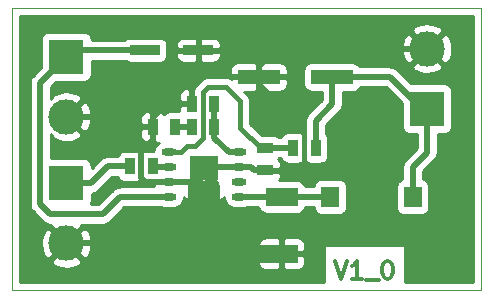
<source format=gbr>
G04 #@! TF.FileFunction,Copper,L1,Top,Signal*
%FSLAX46Y46*%
G04 Gerber Fmt 4.6, Leading zero omitted, Abs format (unit mm)*
G04 Created by KiCad (PCBNEW (2015-04-17 BZR 5609)-product) date 2015-04-27 23:38:20*
%MOMM*%
G01*
G04 APERTURE LIST*
%ADD10C,0.100000*%
%ADD11C,0.300000*%
%ADD12R,2.500000X0.850000*%
%ADD13R,0.889000X1.397000*%
%ADD14R,3.600000X1.200000*%
%ADD15R,2.672080X1.559560*%
%ADD16R,2.672080X1.518920*%
%ADD17R,1.501140X1.800860*%
%ADD18R,1.397000X0.889000*%
%ADD19R,1.205000X1.030000*%
%ADD20O,1.300000X0.599440*%
%ADD21R,2.999740X2.999740*%
%ADD22C,2.999740*%
%ADD23C,0.508000*%
%ADD24C,0.381000*%
%ADD25C,1.524000*%
%ADD26C,0.254000*%
G04 APERTURE END LIST*
D10*
D11*
X162280001Y-115038571D02*
X162780001Y-116538571D01*
X163280001Y-115038571D01*
X164565715Y-116538571D02*
X163708572Y-116538571D01*
X164137144Y-116538571D02*
X164137144Y-115038571D01*
X163994287Y-115252857D01*
X163851429Y-115395714D01*
X163708572Y-115467143D01*
X164851429Y-116681429D02*
X165994286Y-116681429D01*
X166637143Y-115038571D02*
X166780000Y-115038571D01*
X166922857Y-115110000D01*
X166994286Y-115181429D01*
X167065715Y-115324286D01*
X167137143Y-115610000D01*
X167137143Y-115967143D01*
X167065715Y-116252857D01*
X166994286Y-116395714D01*
X166922857Y-116467143D01*
X166780000Y-116538571D01*
X166637143Y-116538571D01*
X166494286Y-116467143D01*
X166422857Y-116395714D01*
X166351429Y-116252857D01*
X166280000Y-115967143D01*
X166280000Y-115610000D01*
X166351429Y-115324286D01*
X166422857Y-115181429D01*
X166494286Y-115110000D01*
X166637143Y-115038571D01*
D10*
X134950000Y-117530000D02*
X134950000Y-93600000D01*
X174630000Y-117530000D02*
X174630000Y-93600000D01*
X174630000Y-117530000D02*
X134950000Y-117530000D01*
X174630000Y-93600000D02*
X134950000Y-93600000D01*
D12*
X146190000Y-97190000D03*
X150690000Y-97190000D03*
D13*
X152042500Y-101730000D03*
X150137500Y-101730000D03*
X152042500Y-103690000D03*
X150137500Y-103690000D03*
D14*
X162020000Y-99470000D03*
X155820000Y-99470000D03*
D15*
X157750000Y-109619540D03*
D16*
X157750000Y-114440460D03*
D17*
X161879880Y-109620160D03*
X168849640Y-109620160D03*
D13*
X148742500Y-103690000D03*
X146837500Y-103690000D03*
X160632500Y-105460000D03*
X158727500Y-105460000D03*
D18*
X156350000Y-105467500D03*
X156350000Y-107372500D03*
D19*
X150580000Y-106690000D03*
X150580000Y-108750000D03*
X150580000Y-107720000D03*
X151790000Y-107720000D03*
X151790000Y-108750000D03*
D20*
X148180260Y-109625000D03*
X154179740Y-109625000D03*
X148180260Y-108355000D03*
X148180260Y-107085000D03*
X148180260Y-105815000D03*
X154179740Y-108355000D03*
X154179740Y-107085000D03*
X154179740Y-105815000D03*
D19*
X151790000Y-106690000D03*
D21*
X139520000Y-97760000D03*
D22*
X139520000Y-102840000D03*
D21*
X139520000Y-108480000D03*
D22*
X139520000Y-113560000D03*
D21*
X170060000Y-102150000D03*
D22*
X170060000Y-97070000D03*
D13*
X144927500Y-107030000D03*
X146832500Y-107030000D03*
D23*
X146190000Y-97190000D02*
X140090000Y-97190000D01*
X140090000Y-97190000D02*
X139520000Y-97760000D01*
X148180260Y-109625000D02*
X144075000Y-109625000D01*
X137300000Y-99980000D02*
X139520000Y-97760000D01*
X137300000Y-110220000D02*
X137300000Y-99980000D01*
X138170000Y-111090000D02*
X137300000Y-110220000D01*
X142610000Y-111090000D02*
X138170000Y-111090000D01*
X144075000Y-109625000D02*
X142610000Y-111090000D01*
X152042500Y-101730000D02*
X152042500Y-103690000D01*
X152042500Y-104602500D02*
X153255000Y-105815000D01*
X153255000Y-105815000D02*
X154179740Y-105815000D01*
X152042500Y-103690000D02*
X152042500Y-104602500D01*
X150137500Y-103690000D02*
X148742500Y-103690000D01*
X170060000Y-102150000D02*
X169620000Y-102150000D01*
X169620000Y-102150000D02*
X166940000Y-99470000D01*
X166940000Y-99470000D02*
X162020000Y-99470000D01*
X168849640Y-109620160D02*
X168849640Y-107090360D01*
X170060000Y-105880000D02*
X170060000Y-102150000D01*
X168849640Y-107090360D02*
X170060000Y-105880000D01*
X160632500Y-103177500D02*
X162020000Y-101790000D01*
X162020000Y-101790000D02*
X162020000Y-99470000D01*
X160632500Y-105460000D02*
X160632500Y-103177500D01*
X157744540Y-109625000D02*
X157750000Y-109619540D01*
X154179740Y-109625000D02*
X157744540Y-109625000D01*
X157750620Y-109620160D02*
X157750000Y-109619540D01*
X161879880Y-109620160D02*
X157750620Y-109620160D01*
X156357500Y-105460000D02*
X156350000Y-105467500D01*
X158727500Y-105460000D02*
X156357500Y-105460000D01*
D24*
X154260000Y-103760000D02*
X154260000Y-101530000D01*
X154260000Y-101530000D02*
X153010000Y-100280000D01*
X153010000Y-100280000D02*
X151520000Y-100280000D01*
X151520000Y-100280000D02*
X151090000Y-100710000D01*
X151090000Y-100710000D02*
X151090000Y-104640000D01*
X151090000Y-104640000D02*
X150440000Y-105290000D01*
X150440000Y-105290000D02*
X149760000Y-105290000D01*
X149760000Y-105290000D02*
X149235000Y-105815000D01*
X149235000Y-105815000D02*
X148180260Y-105815000D01*
X155967500Y-105467500D02*
X154260000Y-103760000D01*
X156350000Y-105467500D02*
X155967500Y-105467500D01*
D23*
X144927500Y-107030000D02*
X143040000Y-107030000D01*
X141590000Y-108480000D02*
X139520000Y-108480000D01*
X143040000Y-107030000D02*
X141590000Y-108480000D01*
X139520000Y-113560000D02*
X150490000Y-113560000D01*
X150490000Y-113560000D02*
X151790000Y-112260000D01*
X139520000Y-102840000D02*
X144580000Y-102840000D01*
X145430000Y-103690000D02*
X146837500Y-103690000D01*
X144580000Y-102840000D02*
X145430000Y-103690000D01*
X148180260Y-108355000D02*
X146215000Y-108355000D01*
X146837500Y-104772500D02*
X146837500Y-103690000D01*
X145880000Y-105730000D02*
X146837500Y-104772500D01*
X145880000Y-108020000D02*
X145880000Y-105730000D01*
X146215000Y-108355000D02*
X145880000Y-108020000D01*
X170060000Y-97070000D02*
X157270000Y-97070000D01*
X155820000Y-98520000D02*
X155820000Y-99470000D01*
X157270000Y-97070000D02*
X155820000Y-98520000D01*
X147970000Y-101730000D02*
X146837500Y-102862500D01*
X150137500Y-101730000D02*
X147970000Y-101730000D01*
X146837500Y-102862500D02*
X146837500Y-103690000D01*
X148180260Y-108355000D02*
X150185000Y-108355000D01*
D25*
X153970460Y-114440460D02*
X151790000Y-112260000D01*
X157750000Y-114440460D02*
X153970460Y-114440460D01*
D23*
X150185000Y-108355000D02*
X150580000Y-108750000D01*
X152185000Y-107085000D02*
X151790000Y-106690000D01*
X154179740Y-107085000D02*
X152185000Y-107085000D01*
X151790000Y-106690000D02*
X151790000Y-107720000D01*
X151790000Y-107720000D02*
X150580000Y-107720000D01*
X150580000Y-106690000D02*
X150580000Y-107720000D01*
X150580000Y-107720000D02*
X150580000Y-108750000D01*
X150580000Y-108750000D02*
X151790000Y-108750000D01*
D25*
X151790000Y-112260000D02*
X151790000Y-108750000D01*
D23*
X155422500Y-107372500D02*
X155135000Y-107085000D01*
X155135000Y-107085000D02*
X154179740Y-107085000D01*
X156350000Y-107372500D02*
X155422500Y-107372500D01*
D24*
X155820000Y-100070000D02*
X155820000Y-99470000D01*
X159147500Y-107372500D02*
X159680000Y-106840000D01*
X159680000Y-106840000D02*
X159680000Y-103930000D01*
X159680000Y-103930000D02*
X155820000Y-100070000D01*
X156350000Y-107372500D02*
X159147500Y-107372500D01*
D25*
X150580000Y-111480000D02*
X151360000Y-112260000D01*
D23*
X151360000Y-112260000D02*
X151790000Y-112260000D01*
D25*
X150580000Y-108750000D02*
X150580000Y-111480000D01*
D23*
X148180260Y-107085000D02*
X146887500Y-107085000D01*
X146887500Y-107085000D02*
X146832500Y-107030000D01*
D26*
X143408236Y-107919000D02*
X143880650Y-107919000D01*
X143205036Y-108122200D02*
X143985990Y-108122200D01*
X145866487Y-108122200D02*
X145890990Y-108122200D01*
X143001836Y-108325400D02*
X144269987Y-108325400D01*
X145579929Y-108325400D02*
X146174987Y-108325400D01*
X142798636Y-108528600D02*
X147022433Y-108528600D01*
X142595436Y-108731800D02*
X146970126Y-108731800D01*
X142392236Y-108935000D02*
X143521154Y-108935000D01*
X142183641Y-109138200D02*
X143304564Y-109138200D01*
X141798011Y-109341400D02*
X143101364Y-109341400D01*
X141657942Y-109544600D02*
X142898164Y-109544600D01*
X141657942Y-109747800D02*
X142694964Y-109747800D01*
X141657942Y-109951000D02*
X142491764Y-109951000D01*
X141633223Y-110154200D02*
X142288564Y-110154200D01*
X148053260Y-108208000D02*
X148307260Y-108208000D01*
X148033260Y-108411200D02*
X148327260Y-108411200D01*
X154052740Y-106938000D02*
X154306740Y-106938000D01*
X154032740Y-107141200D02*
X154326740Y-107141200D01*
X135635000Y-94285000D02*
X173945000Y-94285000D01*
X135635000Y-94488200D02*
X173945000Y-94488200D01*
X135635000Y-94691400D02*
X173945000Y-94691400D01*
X135635000Y-94894600D02*
X173945000Y-94894600D01*
X135635000Y-95097800D02*
X169221423Y-95097800D01*
X170891682Y-95097800D02*
X173945000Y-95097800D01*
X135635000Y-95301000D02*
X168885200Y-95301000D01*
X171234799Y-95301000D02*
X173945000Y-95301000D01*
X135635000Y-95504200D02*
X168784745Y-95504200D01*
X171335254Y-95504200D02*
X173945000Y-95504200D01*
X135635000Y-95707400D02*
X137710596Y-95707400D01*
X141331111Y-95707400D02*
X168877005Y-95707400D01*
X171242995Y-95707400D02*
X171371956Y-95707400D01*
X171371956Y-95707400D02*
X173945000Y-95707400D01*
X135635000Y-95910600D02*
X137488112Y-95910600D01*
X141546121Y-95910600D02*
X168259850Y-95910600D01*
X168720995Y-95910600D02*
X169080205Y-95910600D01*
X171039795Y-95910600D02*
X171371956Y-95910600D01*
X171371956Y-95910600D02*
X171399005Y-95910600D01*
X171860149Y-95910600D02*
X173945000Y-95910600D01*
X135635000Y-96113800D02*
X137402806Y-96113800D01*
X141636031Y-96113800D02*
X168151192Y-96113800D01*
X168924195Y-96113800D02*
X169283405Y-96113800D01*
X170836595Y-96113800D02*
X171195805Y-96113800D01*
X171973882Y-96113800D02*
X173945000Y-96113800D01*
X135635000Y-96317000D02*
X137382058Y-96317000D01*
X147888413Y-96317000D02*
X148989974Y-96317000D01*
X150563000Y-96317000D02*
X150817000Y-96317000D01*
X152390026Y-96317000D02*
X168054155Y-96317000D01*
X169127395Y-96317000D02*
X169486605Y-96317000D01*
X170633395Y-96317000D02*
X170992605Y-96317000D01*
X172060036Y-96317000D02*
X173945000Y-96317000D01*
X135635000Y-96520200D02*
X137382058Y-96520200D01*
X148025370Y-96520200D02*
X148854080Y-96520200D01*
X150563000Y-96520200D02*
X150817000Y-96520200D01*
X152525919Y-96520200D02*
X167996919Y-96520200D01*
X169330595Y-96520200D02*
X169689805Y-96520200D01*
X170430195Y-96520200D02*
X170789405Y-96520200D01*
X172126134Y-96520200D02*
X173945000Y-96520200D01*
X135635000Y-96723400D02*
X137382058Y-96723400D01*
X148074690Y-96723400D02*
X148805000Y-96723400D01*
X150563000Y-96723400D02*
X150817000Y-96723400D01*
X152575000Y-96723400D02*
X167945746Y-96723400D01*
X169533795Y-96723400D02*
X169893005Y-96723400D01*
X170226995Y-96723400D02*
X170586205Y-96723400D01*
X172168716Y-96723400D02*
X173945000Y-96723400D01*
X135635000Y-96926600D02*
X137382058Y-96926600D01*
X148078072Y-96926600D02*
X148827350Y-96926600D01*
X150563000Y-96926600D02*
X150817000Y-96926600D01*
X152552650Y-96926600D02*
X152575000Y-96926600D01*
X152575000Y-96926600D02*
X167929822Y-96926600D01*
X169736995Y-96926600D02*
X170383005Y-96926600D01*
X172192834Y-96926600D02*
X173945000Y-96926600D01*
X135635000Y-97129800D02*
X137382058Y-97129800D01*
X148078072Y-97129800D02*
X150563000Y-97129800D01*
X150563000Y-97129800D02*
X152575000Y-97129800D01*
X152575000Y-97129800D02*
X167917243Y-97129800D01*
X169820595Y-97129800D02*
X169880395Y-97129800D01*
X169880395Y-97129800D02*
X170299405Y-97129800D01*
X172196730Y-97129800D02*
X172204772Y-97129800D01*
X172204772Y-97129800D02*
X173945000Y-97129800D01*
X135635000Y-97333000D02*
X137382058Y-97333000D01*
X148078072Y-97333000D02*
X148947750Y-97333000D01*
X150563000Y-97333000D02*
X150817000Y-97333000D01*
X152432250Y-97333000D02*
X152575000Y-97333000D01*
X152575000Y-97333000D02*
X167941362Y-97333000D01*
X169617395Y-97333000D02*
X169880395Y-97333000D01*
X169880395Y-97333000D02*
X169976605Y-97333000D01*
X170143395Y-97333000D02*
X170502605Y-97333000D01*
X172180806Y-97333000D02*
X172204772Y-97333000D01*
X172204772Y-97333000D02*
X173945000Y-97333000D01*
X135635000Y-97536200D02*
X137382058Y-97536200D01*
X148078072Y-97536200D02*
X148805000Y-97536200D01*
X150563000Y-97536200D02*
X150817000Y-97536200D01*
X152575000Y-97536200D02*
X167966672Y-97536200D01*
X169414195Y-97536200D02*
X169773405Y-97536200D01*
X170346595Y-97536200D02*
X170705805Y-97536200D01*
X172146628Y-97536200D02*
X172204772Y-97536200D01*
X172204772Y-97536200D02*
X173945000Y-97536200D01*
X135635000Y-97739400D02*
X137382058Y-97739400D01*
X148060433Y-97739400D02*
X148817305Y-97739400D01*
X150563000Y-97739400D02*
X150817000Y-97739400D01*
X152562696Y-97739400D02*
X152575000Y-97739400D01*
X152575000Y-97739400D02*
X168032770Y-97739400D01*
X169210995Y-97739400D02*
X169570205Y-97739400D01*
X170549795Y-97739400D02*
X170909005Y-97739400D01*
X172089392Y-97739400D02*
X172204772Y-97739400D01*
X172204772Y-97739400D02*
X173945000Y-97739400D01*
X135635000Y-97942600D02*
X137382058Y-97942600D01*
X147985375Y-97942600D02*
X148895188Y-97942600D01*
X150563000Y-97942600D02*
X150817000Y-97942600D01*
X152484813Y-97942600D02*
X152575000Y-97942600D01*
X152575000Y-97942600D02*
X168101433Y-97942600D01*
X169007795Y-97942600D02*
X169367005Y-97942600D01*
X170752995Y-97942600D02*
X171112205Y-97942600D01*
X172011369Y-97942600D02*
X172204772Y-97942600D01*
X172204772Y-97942600D02*
X173945000Y-97942600D01*
X135635000Y-98145800D02*
X137382058Y-98145800D01*
X141657942Y-98145800D02*
X144589037Y-98145800D01*
X147782660Y-98145800D02*
X149091429Y-98145800D01*
X150508450Y-98145800D02*
X150563000Y-98145800D01*
X150563000Y-98145800D02*
X150871550Y-98145800D01*
X152288572Y-98145800D02*
X152575000Y-98145800D01*
X152575000Y-98145800D02*
X168210046Y-98145800D01*
X168804595Y-98145800D02*
X169163805Y-98145800D01*
X170956195Y-98145800D02*
X171315405Y-98145800D01*
X171907919Y-98145800D02*
X172204772Y-98145800D01*
X172204772Y-98145800D02*
X173945000Y-98145800D01*
X135635000Y-98349000D02*
X137382058Y-98349000D01*
X141657942Y-98349000D02*
X150563000Y-98349000D01*
X150563000Y-98349000D02*
X152575000Y-98349000D01*
X152575000Y-98349000D02*
X153656761Y-98349000D01*
X155648250Y-98349000D02*
X155991750Y-98349000D01*
X157983238Y-98349000D02*
X159862536Y-98349000D01*
X164182497Y-98349000D02*
X168501776Y-98349000D01*
X168601395Y-98349000D02*
X168960605Y-98349000D01*
X171159395Y-98349000D02*
X171518605Y-98349000D01*
X171618225Y-98349000D02*
X172204772Y-98349000D01*
X172204772Y-98349000D02*
X173945000Y-98349000D01*
X135635000Y-98552200D02*
X137382058Y-98552200D01*
X141657942Y-98552200D02*
X150563000Y-98552200D01*
X150563000Y-98552200D02*
X152575000Y-98552200D01*
X152575000Y-98552200D02*
X153468639Y-98552200D01*
X155693000Y-98552200D02*
X155947000Y-98552200D01*
X158171360Y-98552200D02*
X159670219Y-98552200D01*
X164367257Y-98552200D02*
X168757405Y-98552200D01*
X171362595Y-98552200D02*
X172204772Y-98552200D01*
X172204772Y-98552200D02*
X173945000Y-98552200D01*
X135635000Y-98755400D02*
X137267364Y-98755400D01*
X141657942Y-98755400D02*
X150563000Y-98755400D01*
X150563000Y-98755400D02*
X152575000Y-98755400D01*
X152575000Y-98755400D02*
X153395355Y-98755400D01*
X155693000Y-98755400D02*
X155947000Y-98755400D01*
X158244644Y-98755400D02*
X159598177Y-98755400D01*
X167464810Y-98755400D02*
X168843872Y-98755400D01*
X171276129Y-98755400D02*
X171371956Y-98755400D01*
X171371956Y-98755400D02*
X172204772Y-98755400D01*
X172204772Y-98755400D02*
X173945000Y-98755400D01*
X135635000Y-98958600D02*
X137064164Y-98958600D01*
X141657942Y-98958600D02*
X150563000Y-98958600D01*
X150563000Y-98958600D02*
X152575000Y-98958600D01*
X152575000Y-98958600D02*
X153385000Y-98958600D01*
X155693000Y-98958600D02*
X155947000Y-98958600D01*
X158255000Y-98958600D02*
X159581928Y-98958600D01*
X167685836Y-98958600D02*
X169064109Y-98958600D01*
X171063500Y-98958600D02*
X171371956Y-98958600D01*
X171371956Y-98958600D02*
X172204772Y-98958600D01*
X172204772Y-98958600D02*
X173945000Y-98958600D01*
X135635000Y-99161800D02*
X136860964Y-99161800D01*
X141657942Y-99161800D02*
X150563000Y-99161800D01*
X150563000Y-99161800D02*
X152575000Y-99161800D01*
X152575000Y-99161800D02*
X153385000Y-99161800D01*
X155693000Y-99161800D02*
X155947000Y-99161800D01*
X158255000Y-99161800D02*
X159581928Y-99161800D01*
X167889036Y-99161800D02*
X169612163Y-99161800D01*
X170530899Y-99161800D02*
X171371956Y-99161800D01*
X171371956Y-99161800D02*
X172204772Y-99161800D01*
X172204772Y-99161800D02*
X173945000Y-99161800D01*
X135635000Y-99365000D02*
X136660195Y-99365000D01*
X141643036Y-99365000D02*
X150563000Y-99365000D01*
X150563000Y-99365000D02*
X152575000Y-99365000D01*
X152575000Y-99365000D02*
X155693000Y-99365000D01*
X155693000Y-99365000D02*
X158255000Y-99365000D01*
X158255000Y-99365000D02*
X159581928Y-99365000D01*
X168092236Y-99365000D02*
X171371956Y-99365000D01*
X171371956Y-99365000D02*
X172204772Y-99365000D01*
X172204772Y-99365000D02*
X173945000Y-99365000D01*
X135635000Y-99568200D02*
X136516745Y-99568200D01*
X141573910Y-99568200D02*
X150563000Y-99568200D01*
X150563000Y-99568200D02*
X151107975Y-99568200D01*
X153421063Y-99568200D02*
X155693000Y-99568200D01*
X155693000Y-99568200D02*
X158255000Y-99568200D01*
X158255000Y-99568200D02*
X159581928Y-99568200D01*
X168295436Y-99568200D02*
X171371956Y-99568200D01*
X171371956Y-99568200D02*
X172204772Y-99568200D01*
X172204772Y-99568200D02*
X173945000Y-99568200D01*
X135635000Y-99771400D02*
X136437966Y-99771400D01*
X141391638Y-99771400D02*
X150563000Y-99771400D01*
X150563000Y-99771400D02*
X150861166Y-99771400D01*
X155693000Y-99771400D02*
X155947000Y-99771400D01*
X158255000Y-99771400D02*
X159581928Y-99771400D01*
X168498636Y-99771400D02*
X171371956Y-99771400D01*
X171371956Y-99771400D02*
X172204772Y-99771400D01*
X172204772Y-99771400D02*
X173945000Y-99771400D01*
X135635000Y-99974600D02*
X136411037Y-99974600D01*
X138562636Y-99974600D02*
X150563000Y-99974600D01*
X150563000Y-99974600D02*
X150657966Y-99974600D01*
X155693000Y-99974600D02*
X155947000Y-99974600D01*
X158255000Y-99974600D02*
X159581928Y-99974600D01*
X168701836Y-99974600D02*
X171371956Y-99974600D01*
X171371956Y-99974600D02*
X172204772Y-99974600D01*
X172204772Y-99974600D02*
X173945000Y-99974600D01*
X135635000Y-100177800D02*
X136411000Y-100177800D01*
X138359436Y-100177800D02*
X150463966Y-100177800D01*
X155693000Y-100177800D02*
X155947000Y-100177800D01*
X158245998Y-100177800D02*
X158255000Y-100177800D01*
X158255000Y-100177800D02*
X159591791Y-100177800D01*
X171979648Y-100177800D02*
X172204772Y-100177800D01*
X172204772Y-100177800D02*
X173945000Y-100177800D01*
X135635000Y-100381000D02*
X136411000Y-100381000D01*
X138189000Y-100381000D02*
X150333343Y-100381000D01*
X155693000Y-100381000D02*
X155947000Y-100381000D01*
X158175905Y-100381000D02*
X158255000Y-100381000D01*
X158255000Y-100381000D02*
X159668241Y-100381000D01*
X164372839Y-100381000D02*
X166593764Y-100381000D01*
X172137632Y-100381000D02*
X172204772Y-100381000D01*
X172204772Y-100381000D02*
X173945000Y-100381000D01*
X135635000Y-100584200D02*
X136411000Y-100584200D01*
X138189000Y-100584200D02*
X149242274Y-100584200D01*
X150010500Y-100584200D02*
X150264500Y-100584200D01*
X155655050Y-100584200D02*
X155984950Y-100584200D01*
X157993416Y-100584200D02*
X158255000Y-100584200D01*
X158255000Y-100584200D02*
X159849500Y-100584200D01*
X164187735Y-100584200D02*
X166796964Y-100584200D01*
X172192583Y-100584200D02*
X172204772Y-100584200D01*
X172204772Y-100584200D02*
X173945000Y-100584200D01*
X135635000Y-100787400D02*
X136411000Y-100787400D01*
X138189000Y-100787400D02*
X138928591Y-100787400D01*
X140107006Y-100787400D02*
X149106790Y-100787400D01*
X150010500Y-100787400D02*
X150264500Y-100787400D01*
X154684834Y-100787400D02*
X158255000Y-100787400D01*
X158255000Y-100787400D02*
X161131000Y-100787400D01*
X162909000Y-100787400D02*
X167000164Y-100787400D01*
X172197942Y-100787400D02*
X172204772Y-100787400D01*
X172204772Y-100787400D02*
X173945000Y-100787400D01*
X135635000Y-100990600D02*
X136411000Y-100990600D01*
X138189000Y-100990600D02*
X138443162Y-100990600D01*
X140592889Y-100990600D02*
X149058000Y-100990600D01*
X150010500Y-100990600D02*
X150264500Y-100990600D01*
X154880636Y-100990600D02*
X158255000Y-100990600D01*
X158255000Y-100990600D02*
X161131000Y-100990600D01*
X162909000Y-100990600D02*
X167203364Y-100990600D01*
X172197942Y-100990600D02*
X172204772Y-100990600D01*
X172204772Y-100990600D02*
X173945000Y-100990600D01*
X135635000Y-101193800D02*
X136411000Y-101193800D01*
X138189000Y-101193800D02*
X138284491Y-101193800D01*
X140755507Y-101193800D02*
X149058000Y-101193800D01*
X150010500Y-101193800D02*
X150264500Y-101193800D01*
X155011713Y-101193800D02*
X158255000Y-101193800D01*
X158255000Y-101193800D02*
X161131000Y-101193800D01*
X162909000Y-101193800D02*
X167406564Y-101193800D01*
X172197942Y-101193800D02*
X172204772Y-101193800D01*
X172204772Y-101193800D02*
X173945000Y-101193800D01*
X135635000Y-101397000D02*
X136411000Y-101397000D01*
X140783395Y-101397000D02*
X149058000Y-101397000D01*
X150010500Y-101397000D02*
X150264500Y-101397000D01*
X155073062Y-101397000D02*
X158255000Y-101397000D01*
X158255000Y-101397000D02*
X161131000Y-101397000D01*
X162909000Y-101397000D02*
X167609764Y-101397000D01*
X172197942Y-101397000D02*
X172204772Y-101397000D01*
X172204772Y-101397000D02*
X173945000Y-101397000D01*
X135635000Y-101600200D02*
X136411000Y-101600200D01*
X140580195Y-101600200D02*
X140939405Y-101600200D01*
X141157517Y-101600200D02*
X149213950Y-101600200D01*
X150010500Y-101600200D02*
X150264500Y-101600200D01*
X155085500Y-101600200D02*
X158255000Y-101600200D01*
X158255000Y-101600200D02*
X160952564Y-101600200D01*
X162909000Y-101600200D02*
X167812964Y-101600200D01*
X172197942Y-101600200D02*
X172204772Y-101600200D01*
X172204772Y-101600200D02*
X173945000Y-101600200D01*
X135635000Y-101803400D02*
X136411000Y-101803400D01*
X140376995Y-101803400D02*
X140736205Y-101803400D01*
X141390907Y-101803400D02*
X150010500Y-101803400D01*
X150010500Y-101803400D02*
X150264500Y-101803400D01*
X155085500Y-101803400D02*
X158255000Y-101803400D01*
X158255000Y-101803400D02*
X160749364Y-101803400D01*
X162908803Y-101803400D02*
X167922058Y-101803400D01*
X172197942Y-101803400D02*
X172204772Y-101803400D01*
X172204772Y-101803400D02*
X173945000Y-101803400D01*
X135635000Y-102006600D02*
X136411000Y-102006600D01*
X140173795Y-102006600D02*
X140533005Y-102006600D01*
X141493883Y-102006600D02*
X149067150Y-102006600D01*
X155085500Y-102006600D02*
X158255000Y-102006600D01*
X158255000Y-102006600D02*
X160546164Y-102006600D01*
X162879496Y-102006600D02*
X167922058Y-102006600D01*
X172197942Y-102006600D02*
X172204772Y-102006600D01*
X172204772Y-102006600D02*
X173945000Y-102006600D01*
X135635000Y-102209800D02*
X136411000Y-102209800D01*
X139970595Y-102209800D02*
X140329805Y-102209800D01*
X141559981Y-102209800D02*
X149058000Y-102209800D01*
X155085500Y-102209800D02*
X158255000Y-102209800D01*
X158255000Y-102209800D02*
X160342964Y-102209800D01*
X162798856Y-102209800D02*
X167922058Y-102209800D01*
X172197942Y-102209800D02*
X172204772Y-102209800D01*
X172204772Y-102209800D02*
X173945000Y-102209800D01*
X135635000Y-102413000D02*
X136411000Y-102413000D01*
X139767395Y-102413000D02*
X140126605Y-102413000D01*
X141619173Y-102413000D02*
X146130287Y-102413000D01*
X146608250Y-102413000D02*
X147066750Y-102413000D01*
X147544712Y-102413000D02*
X148031228Y-102413000D01*
X155085500Y-102413000D02*
X158255000Y-102413000D01*
X158255000Y-102413000D02*
X160139764Y-102413000D01*
X162653233Y-102413000D02*
X167922058Y-102413000D01*
X172197942Y-102413000D02*
X172204772Y-102413000D01*
X172204772Y-102413000D02*
X173945000Y-102413000D01*
X135635000Y-102616200D02*
X136411000Y-102616200D01*
X139564195Y-102616200D02*
X139923405Y-102616200D01*
X141643291Y-102616200D02*
X145880059Y-102616200D01*
X146710500Y-102616200D02*
X146964500Y-102616200D01*
X155085500Y-102616200D02*
X158255000Y-102616200D01*
X158255000Y-102616200D02*
X159948517Y-102616200D01*
X162451036Y-102616200D02*
X167922058Y-102616200D01*
X172197942Y-102616200D02*
X172204772Y-102616200D01*
X172204772Y-102616200D02*
X173945000Y-102616200D01*
X135635000Y-102819400D02*
X136411000Y-102819400D01*
X139332709Y-102819400D02*
X139720205Y-102819400D01*
X141663030Y-102819400D02*
X141664772Y-102819400D01*
X141664772Y-102819400D02*
X145779792Y-102819400D01*
X146710500Y-102819400D02*
X146964500Y-102819400D01*
X155085500Y-102819400D02*
X158255000Y-102819400D01*
X158255000Y-102819400D02*
X159819724Y-102819400D01*
X162247836Y-102819400D02*
X167922058Y-102819400D01*
X172197942Y-102819400D02*
X172204772Y-102819400D01*
X172204772Y-102819400D02*
X173945000Y-102819400D01*
X135635000Y-103022600D02*
X136411000Y-103022600D01*
X139494710Y-103022600D02*
X139517004Y-103022600D01*
X139522995Y-103022600D02*
X139882205Y-103022600D01*
X141647106Y-103022600D02*
X141664772Y-103022600D01*
X141664772Y-103022600D02*
X145758000Y-103022600D01*
X146710500Y-103022600D02*
X146964500Y-103022600D01*
X155085500Y-103022600D02*
X158255000Y-103022600D01*
X158255000Y-103022600D02*
X159758924Y-103022600D01*
X162044636Y-103022600D02*
X167922058Y-103022600D01*
X172197942Y-103022600D02*
X172204772Y-103022600D01*
X172204772Y-103022600D02*
X173945000Y-103022600D01*
X135635000Y-103225800D02*
X136411000Y-103225800D01*
X139726195Y-103225800D02*
X140085405Y-103225800D01*
X141629275Y-103225800D02*
X141664772Y-103225800D01*
X141664772Y-103225800D02*
X145758000Y-103225800D01*
X146710500Y-103225800D02*
X146964500Y-103225800D01*
X155085500Y-103225800D02*
X158255000Y-103225800D01*
X158255000Y-103225800D02*
X159743500Y-103225800D01*
X161841436Y-103225800D02*
X167922058Y-103225800D01*
X172197942Y-103225800D02*
X172204772Y-103225800D01*
X172204772Y-103225800D02*
X173945000Y-103225800D01*
X135635000Y-103429000D02*
X136411000Y-103429000D01*
X139929395Y-103429000D02*
X140288605Y-103429000D01*
X141572039Y-103429000D02*
X141664772Y-103429000D01*
X141664772Y-103429000D02*
X145782750Y-103429000D01*
X146710500Y-103429000D02*
X146964500Y-103429000D01*
X155096433Y-103429000D02*
X158255000Y-103429000D01*
X158255000Y-103429000D02*
X159743500Y-103429000D01*
X161638236Y-103429000D02*
X167922058Y-103429000D01*
X172197942Y-103429000D02*
X172204772Y-103429000D01*
X172204772Y-103429000D02*
X173945000Y-103429000D01*
X135635000Y-103632200D02*
X136411000Y-103632200D01*
X140132595Y-103632200D02*
X140491805Y-103632200D01*
X141512301Y-103632200D02*
X141664772Y-103632200D01*
X141664772Y-103632200D02*
X146710500Y-103632200D01*
X146710500Y-103632200D02*
X146984500Y-103632200D01*
X155299633Y-103632200D02*
X158255000Y-103632200D01*
X158255000Y-103632200D02*
X159743500Y-103632200D01*
X161521500Y-103632200D02*
X167922058Y-103632200D01*
X172197942Y-103632200D02*
X172204772Y-103632200D01*
X172204772Y-103632200D02*
X173945000Y-103632200D01*
X135635000Y-103835400D02*
X136411000Y-103835400D01*
X140335795Y-103835400D02*
X140695005Y-103835400D01*
X141408851Y-103835400D02*
X141664772Y-103835400D01*
X141664772Y-103835400D02*
X145898350Y-103835400D01*
X146710500Y-103835400D02*
X146964500Y-103835400D01*
X155502833Y-103835400D02*
X158255000Y-103835400D01*
X158255000Y-103835400D02*
X159743500Y-103835400D01*
X161521500Y-103835400D02*
X167956227Y-103835400D01*
X172169129Y-103835400D02*
X172197942Y-103835400D01*
X172197942Y-103835400D02*
X172204772Y-103835400D01*
X172204772Y-103835400D02*
X173945000Y-103835400D01*
X135635000Y-104038600D02*
X136411000Y-104038600D01*
X140538995Y-104038600D02*
X140898205Y-104038600D01*
X141240857Y-104038600D02*
X141664772Y-104038600D01*
X141664772Y-104038600D02*
X145758000Y-104038600D01*
X146710500Y-104038600D02*
X146964500Y-104038600D01*
X155706033Y-104038600D02*
X158255000Y-104038600D01*
X158255000Y-104038600D02*
X159743500Y-104038600D01*
X161521500Y-104038600D02*
X168059830Y-104038600D01*
X172058581Y-104038600D02*
X172197942Y-104038600D01*
X172197942Y-104038600D02*
X172204772Y-104038600D01*
X172204772Y-104038600D02*
X173945000Y-104038600D01*
X135635000Y-104241800D02*
X136411000Y-104241800D01*
X140742195Y-104241800D02*
X141664772Y-104241800D01*
X141664772Y-104241800D02*
X145758000Y-104241800D01*
X146710500Y-104241800D02*
X146964500Y-104241800D01*
X155909233Y-104241800D02*
X157923573Y-104241800D01*
X159536027Y-104241800D02*
X159743500Y-104241800D01*
X161521500Y-104241800D02*
X168336065Y-104241800D01*
X171783693Y-104241800D02*
X172197942Y-104241800D01*
X172197942Y-104241800D02*
X172204772Y-104241800D01*
X172204772Y-104241800D02*
X173945000Y-104241800D01*
X135635000Y-104445000D02*
X136411000Y-104445000D01*
X138189000Y-104445000D02*
X138264124Y-104445000D01*
X140775876Y-104445000D02*
X141664772Y-104445000D01*
X141664772Y-104445000D02*
X145758000Y-104445000D01*
X146710500Y-104445000D02*
X146964500Y-104445000D01*
X157303544Y-104445000D02*
X157732634Y-104445000D01*
X161625118Y-104445000D02*
X169171000Y-104445000D01*
X170949000Y-104445000D02*
X172197942Y-104445000D01*
X172197942Y-104445000D02*
X172204772Y-104445000D01*
X172204772Y-104445000D02*
X173945000Y-104445000D01*
X135635000Y-104648200D02*
X136411000Y-104648200D01*
X138189000Y-104648200D02*
X138366185Y-104648200D01*
X140673918Y-104648200D02*
X141664772Y-104648200D01*
X141664772Y-104648200D02*
X145813253Y-104648200D01*
X146710500Y-104648200D02*
X146964500Y-104648200D01*
X161703489Y-104648200D02*
X169171000Y-104648200D01*
X170949000Y-104648200D02*
X172197942Y-104648200D01*
X172197942Y-104648200D02*
X172204772Y-104648200D01*
X172204772Y-104648200D02*
X173945000Y-104648200D01*
X135635000Y-104851400D02*
X136411000Y-104851400D01*
X138189000Y-104851400D02*
X138786725Y-104851400D01*
X140238067Y-104851400D02*
X141664772Y-104851400D01*
X141664772Y-104851400D02*
X145957874Y-104851400D01*
X146710500Y-104851400D02*
X146964500Y-104851400D01*
X161715072Y-104851400D02*
X169171000Y-104851400D01*
X170949000Y-104851400D02*
X172197942Y-104851400D01*
X172197942Y-104851400D02*
X172204772Y-104851400D01*
X172204772Y-104851400D02*
X173945000Y-104851400D01*
X135635000Y-105054600D02*
X136411000Y-105054600D01*
X138189000Y-105054600D02*
X141664772Y-105054600D01*
X141664772Y-105054600D02*
X146710500Y-105054600D01*
X146710500Y-105054600D02*
X147284244Y-105054600D01*
X161715072Y-105054600D02*
X169171000Y-105054600D01*
X170949000Y-105054600D02*
X172197942Y-105054600D01*
X172197942Y-105054600D02*
X172204772Y-105054600D01*
X172204772Y-105054600D02*
X173945000Y-105054600D01*
X135635000Y-105257800D02*
X136411000Y-105257800D01*
X138189000Y-105257800D02*
X141664772Y-105257800D01*
X141664772Y-105257800D02*
X146710500Y-105257800D01*
X146710500Y-105257800D02*
X147077393Y-105257800D01*
X161715072Y-105257800D02*
X169171000Y-105257800D01*
X170949000Y-105257800D02*
X172197942Y-105257800D01*
X172197942Y-105257800D02*
X172204772Y-105257800D01*
X172204772Y-105257800D02*
X173945000Y-105257800D01*
X135635000Y-105461000D02*
X136411000Y-105461000D01*
X138189000Y-105461000D02*
X141664772Y-105461000D01*
X141664772Y-105461000D02*
X146710500Y-105461000D01*
X146710500Y-105461000D02*
X146959533Y-105461000D01*
X161715072Y-105461000D02*
X169171000Y-105461000D01*
X170949000Y-105461000D02*
X172197942Y-105461000D01*
X172197942Y-105461000D02*
X172204772Y-105461000D01*
X172204772Y-105461000D02*
X173945000Y-105461000D01*
X135635000Y-105664200D02*
X136411000Y-105664200D01*
X138189000Y-105664200D02*
X141664772Y-105664200D01*
X141664772Y-105664200D02*
X146710500Y-105664200D01*
X146710500Y-105664200D02*
X146904228Y-105664200D01*
X161715072Y-105664200D02*
X169018564Y-105664200D01*
X170949000Y-105664200D02*
X172197942Y-105664200D01*
X172197942Y-105664200D02*
X172204772Y-105664200D01*
X172204772Y-105664200D02*
X173945000Y-105664200D01*
X135635000Y-105867400D02*
X136411000Y-105867400D01*
X138189000Y-105867400D02*
X141664772Y-105867400D01*
X141664772Y-105867400D02*
X144048328Y-105867400D01*
X145801464Y-105867400D02*
X145953328Y-105867400D01*
X161715072Y-105867400D02*
X168815364Y-105867400D01*
X170949000Y-105867400D02*
X172197942Y-105867400D01*
X172197942Y-105867400D02*
X172204772Y-105867400D01*
X172204772Y-105867400D02*
X173945000Y-105867400D01*
X135635000Y-106070600D02*
X136411000Y-106070600D01*
X138189000Y-106070600D02*
X141664772Y-106070600D01*
X141664772Y-106070600D02*
X143907632Y-106070600D01*
X161715072Y-106070600D02*
X168612164Y-106070600D01*
X170927744Y-106070600D02*
X172197942Y-106070600D01*
X172197942Y-106070600D02*
X172204772Y-106070600D01*
X172204772Y-106070600D02*
X173945000Y-106070600D01*
X135635000Y-106273800D02*
X136411000Y-106273800D01*
X138189000Y-106273800D02*
X141664772Y-106273800D01*
X141664772Y-106273800D02*
X142576307Y-106273800D01*
X161698723Y-106273800D02*
X168408964Y-106273800D01*
X170853149Y-106273800D02*
X172197942Y-106273800D01*
X172197942Y-106273800D02*
X172204772Y-106273800D01*
X172204772Y-106273800D02*
X173945000Y-106273800D01*
X135635000Y-106477000D02*
X136411000Y-106477000D01*
X141403398Y-106477000D02*
X141664772Y-106477000D01*
X141664772Y-106477000D02*
X142335764Y-106477000D01*
X157495526Y-106477000D02*
X157736206Y-106477000D01*
X161626466Y-106477000D02*
X168208488Y-106477000D01*
X170714589Y-106477000D02*
X172197942Y-106477000D01*
X172197942Y-106477000D02*
X172204772Y-106477000D01*
X172204772Y-106477000D02*
X173945000Y-106477000D01*
X135635000Y-106680200D02*
X136411000Y-106680200D01*
X141578957Y-106680200D02*
X141664772Y-106680200D01*
X141664772Y-106680200D02*
X142132564Y-106680200D01*
X150433000Y-106680200D02*
X150755550Y-106680200D01*
X151614450Y-106680200D02*
X151937000Y-106680200D01*
X157633176Y-106680200D02*
X157921327Y-106680200D01*
X159528406Y-106680200D02*
X159826327Y-106680200D01*
X161433406Y-106680200D02*
X168065483Y-106680200D01*
X170517036Y-106680200D02*
X172197942Y-106680200D01*
X172197942Y-106680200D02*
X172204772Y-106680200D01*
X172204772Y-106680200D02*
X173945000Y-106680200D01*
X135635000Y-106883400D02*
X136411000Y-106883400D01*
X141650080Y-106883400D02*
X141664772Y-106883400D01*
X141664772Y-106883400D02*
X141929364Y-106883400D01*
X150453000Y-106883400D02*
X150638677Y-106883400D01*
X151731321Y-106883400D02*
X151917000Y-106883400D01*
X157683500Y-106883400D02*
X167987085Y-106883400D01*
X170313836Y-106883400D02*
X172197942Y-106883400D01*
X172197942Y-106883400D02*
X172204772Y-106883400D01*
X172204772Y-106883400D02*
X173945000Y-106883400D01*
X135635000Y-107086600D02*
X136411000Y-107086600D01*
X141657942Y-107086600D02*
X141664772Y-107086600D01*
X141664772Y-107086600D02*
X141726164Y-107086600D01*
X150453000Y-107086600D02*
X150552500Y-107086600D01*
X151817500Y-107086600D02*
X151917000Y-107086600D01*
X157683500Y-107086600D02*
X167960665Y-107086600D01*
X170110636Y-107086600D02*
X172197942Y-107086600D01*
X172197942Y-107086600D02*
X172204772Y-107086600D01*
X172204772Y-107086600D02*
X173945000Y-107086600D01*
X135635000Y-107289800D02*
X136411000Y-107289800D01*
X150453000Y-107289800D02*
X150552500Y-107289800D01*
X151817500Y-107289800D02*
X151917000Y-107289800D01*
X156203000Y-107289800D02*
X167960640Y-107289800D01*
X169907436Y-107289800D02*
X172197942Y-107289800D01*
X172197942Y-107289800D02*
X172204772Y-107289800D01*
X172204772Y-107289800D02*
X173945000Y-107289800D01*
X135635000Y-107493000D02*
X136411000Y-107493000D01*
X150453000Y-107493000D02*
X150611250Y-107493000D01*
X151758750Y-107493000D02*
X151917000Y-107493000D01*
X156203000Y-107493000D02*
X167960640Y-107493000D01*
X169738640Y-107493000D02*
X172197942Y-107493000D01*
X172197942Y-107493000D02*
X172204772Y-107493000D01*
X172204772Y-107493000D02*
X173945000Y-107493000D01*
X135635000Y-107696200D02*
X136411000Y-107696200D01*
X150438050Y-107696200D02*
X150721950Y-107696200D01*
X151648050Y-107696200D02*
X151931950Y-107696200D01*
X157683500Y-107696200D02*
X167960640Y-107696200D01*
X169738640Y-107696200D02*
X172197942Y-107696200D01*
X172197942Y-107696200D02*
X172204772Y-107696200D01*
X172204772Y-107696200D02*
X173945000Y-107696200D01*
X135635000Y-107899400D02*
X136411000Y-107899400D01*
X150453000Y-107899400D02*
X150648032Y-107899400D01*
X151721967Y-107899400D02*
X151917000Y-107899400D01*
X157679550Y-107899400D02*
X167960640Y-107899400D01*
X169738640Y-107899400D02*
X172197942Y-107899400D01*
X172197942Y-107899400D02*
X172204772Y-107899400D01*
X172204772Y-107899400D02*
X173945000Y-107899400D01*
X135635000Y-108102600D02*
X136411000Y-108102600D01*
X150453000Y-108102600D02*
X150552500Y-108102600D01*
X151817500Y-108102600D02*
X151917000Y-108102600D01*
X157617520Y-108102600D02*
X160986077Y-108102600D01*
X162778141Y-108102600D02*
X167955836Y-108102600D01*
X169747905Y-108102600D02*
X172197942Y-108102600D01*
X172197942Y-108102600D02*
X172204772Y-108102600D01*
X172204772Y-108102600D02*
X173945000Y-108102600D01*
X135635000Y-108305800D02*
X136411000Y-108305800D01*
X150453000Y-108305800D02*
X150552500Y-108305800D01*
X151817500Y-108305800D02*
X151917000Y-108305800D01*
X159433283Y-108305800D02*
X160652010Y-108305800D01*
X163114067Y-108305800D02*
X167621770Y-108305800D01*
X170083827Y-108305800D02*
X172197942Y-108305800D01*
X172197942Y-108305800D02*
X172204772Y-108305800D01*
X172204772Y-108305800D02*
X173945000Y-108305800D01*
X135635000Y-108509000D02*
X136411000Y-108509000D01*
X150453000Y-108509000D02*
X150597250Y-108509000D01*
X151772750Y-108509000D02*
X151817500Y-108509000D01*
X151817500Y-108509000D02*
X151917000Y-108509000D01*
X159624717Y-108509000D02*
X160531383Y-108509000D01*
X163226473Y-108509000D02*
X167501143Y-108509000D01*
X170196233Y-108509000D02*
X172197942Y-108509000D01*
X172197942Y-108509000D02*
X172204772Y-108509000D01*
X172204772Y-108509000D02*
X173945000Y-108509000D01*
X135635000Y-108712200D02*
X136411000Y-108712200D01*
X150452050Y-108712200D02*
X150707950Y-108712200D01*
X151662050Y-108712200D02*
X151817500Y-108712200D01*
X151817500Y-108712200D02*
X151917950Y-108712200D01*
X159708070Y-108712200D02*
X160492305Y-108712200D01*
X163267909Y-108712200D02*
X167462065Y-108712200D01*
X170237669Y-108712200D02*
X172197942Y-108712200D01*
X172197942Y-108712200D02*
X172204772Y-108712200D01*
X172204772Y-108712200D02*
X173945000Y-108712200D01*
X135635000Y-108915400D02*
X136411000Y-108915400D01*
X150453000Y-108915400D02*
X150672850Y-108915400D01*
X151697150Y-108915400D02*
X151817500Y-108915400D01*
X151817500Y-108915400D02*
X151917000Y-108915400D01*
X163268522Y-108915400D02*
X167460998Y-108915400D01*
X170238282Y-108915400D02*
X172197942Y-108915400D01*
X172197942Y-108915400D02*
X172204772Y-108915400D01*
X172204772Y-108915400D02*
X173945000Y-108915400D01*
X135635000Y-109118600D02*
X136411000Y-109118600D01*
X150453000Y-109118600D02*
X150552500Y-109118600D01*
X151817500Y-109118600D02*
X151917000Y-109118600D01*
X163268522Y-109118600D02*
X167460998Y-109118600D01*
X170238282Y-109118600D02*
X172197942Y-109118600D01*
X172197942Y-109118600D02*
X172204772Y-109118600D01*
X172204772Y-109118600D02*
X173945000Y-109118600D01*
X135635000Y-109321800D02*
X136411000Y-109321800D01*
X150453000Y-109321800D02*
X150552500Y-109321800D01*
X151817500Y-109321800D02*
X151917000Y-109321800D01*
X163268522Y-109321800D02*
X167460998Y-109321800D01*
X170238282Y-109321800D02*
X172197942Y-109321800D01*
X172197942Y-109321800D02*
X172204772Y-109321800D01*
X172204772Y-109321800D02*
X173945000Y-109321800D01*
X135635000Y-109525000D02*
X136411000Y-109525000D01*
X150453000Y-109525000D02*
X150607877Y-109525000D01*
X151762124Y-109525000D02*
X151817500Y-109525000D01*
X151817500Y-109525000D02*
X151917000Y-109525000D01*
X163268522Y-109525000D02*
X167460998Y-109525000D01*
X170238282Y-109525000D02*
X172197942Y-109525000D01*
X172197942Y-109525000D02*
X172204772Y-109525000D01*
X172204772Y-109525000D02*
X173945000Y-109525000D01*
X135635000Y-109728200D02*
X136411000Y-109728200D01*
X149461295Y-109728200D02*
X149542674Y-109728200D01*
X150453000Y-109728200D02*
X150707000Y-109728200D01*
X151663000Y-109728200D02*
X151817500Y-109728200D01*
X151817500Y-109728200D02*
X151917000Y-109728200D01*
X152827326Y-109728200D02*
X152898531Y-109728200D01*
X163268522Y-109728200D02*
X167460998Y-109728200D01*
X170238282Y-109728200D02*
X172197942Y-109728200D01*
X172197942Y-109728200D02*
X172204772Y-109728200D01*
X172204772Y-109728200D02*
X173945000Y-109728200D01*
X135635000Y-109931400D02*
X136411000Y-109931400D01*
X149415721Y-109931400D02*
X151817500Y-109931400D01*
X151817500Y-109931400D02*
X152943708Y-109931400D01*
X163268522Y-109931400D02*
X167460998Y-109931400D01*
X170238282Y-109931400D02*
X172197942Y-109931400D01*
X172197942Y-109931400D02*
X172204772Y-109931400D01*
X172204772Y-109931400D02*
X173945000Y-109931400D01*
X135635000Y-110134600D02*
X136411000Y-110134600D01*
X149318754Y-110134600D02*
X151817500Y-110134600D01*
X151817500Y-110134600D02*
X153039943Y-110134600D01*
X163268522Y-110134600D02*
X167460998Y-110134600D01*
X170238282Y-110134600D02*
X172197942Y-110134600D01*
X172197942Y-110134600D02*
X172204772Y-110134600D01*
X172204772Y-110134600D02*
X173945000Y-110134600D01*
X135635000Y-110337800D02*
X136422169Y-110337800D01*
X149134640Y-110337800D02*
X151817500Y-110337800D01*
X151817500Y-110337800D02*
X153225499Y-110337800D01*
X163268522Y-110337800D02*
X167460998Y-110337800D01*
X170238282Y-110337800D02*
X172197942Y-110337800D01*
X172197942Y-110337800D02*
X172204772Y-110337800D01*
X172204772Y-110337800D02*
X173945000Y-110337800D01*
X135635000Y-110541000D02*
X136471920Y-110541000D01*
X144416236Y-110541000D02*
X147644633Y-110541000D01*
X148721354Y-110541000D02*
X151817500Y-110541000D01*
X151817500Y-110541000D02*
X153644113Y-110541000D01*
X154720834Y-110541000D02*
X155796344Y-110541000D01*
X159704023Y-110541000D02*
X160492897Y-110541000D01*
X163265628Y-110541000D02*
X167462657Y-110541000D01*
X170235388Y-110541000D02*
X172197942Y-110541000D01*
X172197942Y-110541000D02*
X172204772Y-110541000D01*
X172204772Y-110541000D02*
X173945000Y-110541000D01*
X135635000Y-110744200D02*
X136585824Y-110744200D01*
X144213036Y-110744200D02*
X151817500Y-110744200D01*
X151817500Y-110744200D02*
X155884630Y-110744200D01*
X159622009Y-110744200D02*
X160537314Y-110744200D01*
X163222585Y-110744200D02*
X167507074Y-110744200D01*
X170192345Y-110744200D02*
X172197942Y-110744200D01*
X172197942Y-110744200D02*
X172204772Y-110744200D01*
X172204772Y-110744200D02*
X173945000Y-110744200D01*
X135635000Y-110947400D02*
X136770164Y-110947400D01*
X144009836Y-110947400D02*
X151817500Y-110947400D01*
X151817500Y-110947400D02*
X156092378Y-110947400D01*
X159402598Y-110947400D02*
X160655958Y-110947400D01*
X163096806Y-110947400D02*
X167625718Y-110947400D01*
X170066566Y-110947400D02*
X172197942Y-110947400D01*
X172197942Y-110947400D02*
X172204772Y-110947400D01*
X172204772Y-110947400D02*
X173945000Y-110947400D01*
X135635000Y-111150600D02*
X136973364Y-111150600D01*
X143806636Y-111150600D02*
X151817500Y-111150600D01*
X151817500Y-111150600D02*
X161072454Y-111150600D01*
X162729642Y-111150600D02*
X168042214Y-111150600D01*
X169699402Y-111150600D02*
X172197942Y-111150600D01*
X172197942Y-111150600D02*
X172204772Y-111150600D01*
X172204772Y-111150600D02*
X173945000Y-111150600D01*
X135635000Y-111353800D02*
X137176564Y-111353800D01*
X143603436Y-111353800D02*
X151817500Y-111353800D01*
X151817500Y-111353800D02*
X172197942Y-111353800D01*
X172197942Y-111353800D02*
X172204772Y-111353800D01*
X172204772Y-111353800D02*
X173945000Y-111353800D01*
X135635000Y-111557000D02*
X137379764Y-111557000D01*
X143400236Y-111557000D02*
X151817500Y-111557000D01*
X151817500Y-111557000D02*
X172197942Y-111557000D01*
X172197942Y-111557000D02*
X172204772Y-111557000D01*
X172204772Y-111557000D02*
X173945000Y-111557000D01*
X135635000Y-111760200D02*
X137592006Y-111760200D01*
X143188608Y-111760200D02*
X151817500Y-111760200D01*
X151817500Y-111760200D02*
X172197942Y-111760200D01*
X172197942Y-111760200D02*
X172204772Y-111760200D01*
X172204772Y-111760200D02*
X173945000Y-111760200D01*
X135635000Y-111963400D02*
X138013372Y-111963400D01*
X142775012Y-111963400D02*
X151817500Y-111963400D01*
X151817500Y-111963400D02*
X172197942Y-111963400D01*
X172197942Y-111963400D02*
X172204772Y-111963400D01*
X172204772Y-111963400D02*
X173945000Y-111963400D01*
X135635000Y-112166600D02*
X138306205Y-112166600D01*
X140733795Y-112166600D02*
X151817500Y-112166600D01*
X151817500Y-112166600D02*
X172197942Y-112166600D01*
X172197942Y-112166600D02*
X172204772Y-112166600D01*
X172204772Y-112166600D02*
X173945000Y-112166600D01*
X135635000Y-112369800D02*
X137782152Y-112369800D01*
X138150195Y-112369800D02*
X138509405Y-112369800D01*
X140530595Y-112369800D02*
X140889805Y-112369800D01*
X141257847Y-112369800D02*
X151817500Y-112369800D01*
X151817500Y-112369800D02*
X172197942Y-112369800D01*
X172197942Y-112369800D02*
X172204772Y-112369800D01*
X172204772Y-112369800D02*
X173945000Y-112369800D01*
X135635000Y-112573000D02*
X137626873Y-112573000D01*
X138353395Y-112573000D02*
X138712605Y-112573000D01*
X140327395Y-112573000D02*
X140686605Y-112573000D01*
X141417419Y-112573000D02*
X151817500Y-112573000D01*
X151817500Y-112573000D02*
X172197942Y-112573000D01*
X172197942Y-112573000D02*
X172204772Y-112573000D01*
X172204772Y-112573000D02*
X173945000Y-112573000D01*
X135635000Y-112776200D02*
X137523422Y-112776200D01*
X138556595Y-112776200D02*
X138915805Y-112776200D01*
X140124195Y-112776200D02*
X140483405Y-112776200D01*
X141510017Y-112776200D02*
X151817500Y-112776200D01*
X151817500Y-112776200D02*
X172197942Y-112776200D01*
X172197942Y-112776200D02*
X172204772Y-112776200D01*
X172204772Y-112776200D02*
X173945000Y-112776200D01*
X135635000Y-112979400D02*
X137465595Y-112979400D01*
X138759795Y-112979400D02*
X139119005Y-112979400D01*
X139920995Y-112979400D02*
X140280205Y-112979400D01*
X141576115Y-112979400D02*
X151817500Y-112979400D01*
X151817500Y-112979400D02*
X172197942Y-112979400D01*
X172197942Y-112979400D02*
X172204772Y-112979400D01*
X172204772Y-112979400D02*
X173945000Y-112979400D01*
X135635000Y-113182600D02*
X137408359Y-113182600D01*
X138962995Y-113182600D02*
X139322205Y-113182600D01*
X139717795Y-113182600D02*
X140077005Y-113182600D01*
X141625060Y-113182600D02*
X151817500Y-113182600D01*
X151817500Y-113182600D02*
X156016898Y-113182600D01*
X157600850Y-113182600D02*
X157899150Y-113182600D01*
X159483101Y-113182600D02*
X172197942Y-113182600D01*
X172197942Y-113182600D02*
X172204772Y-113182600D01*
X172204772Y-113182600D02*
X173945000Y-113182600D01*
X135635000Y-113385800D02*
X137392235Y-113385800D01*
X139166195Y-113385800D02*
X139873805Y-113385800D01*
X141649179Y-113385800D02*
X151817500Y-113385800D01*
X151817500Y-113385800D02*
X155848916Y-113385800D01*
X157623000Y-113385800D02*
X157877000Y-113385800D01*
X159651083Y-113385800D02*
X172197942Y-113385800D01*
X172197942Y-113385800D02*
X172204772Y-113385800D01*
X172204772Y-113385800D02*
X173945000Y-113385800D01*
X135635000Y-113589000D02*
X137376311Y-113589000D01*
X139311395Y-113589000D02*
X139340395Y-113589000D01*
X139340395Y-113589000D02*
X139728605Y-113589000D01*
X141659143Y-113589000D02*
X141664772Y-113589000D01*
X141664772Y-113589000D02*
X151817500Y-113589000D01*
X151817500Y-113589000D02*
X155784819Y-113589000D01*
X157623000Y-113589000D02*
X157877000Y-113589000D01*
X159715180Y-113589000D02*
X172197942Y-113589000D01*
X172197942Y-113589000D02*
X172204772Y-113589000D01*
X172204772Y-113589000D02*
X173945000Y-113589000D01*
X135635000Y-113792200D02*
X137397706Y-113792200D01*
X139108195Y-113792200D02*
X139340395Y-113792200D01*
X139340395Y-113792200D02*
X139467405Y-113792200D01*
X139572595Y-113792200D02*
X139931805Y-113792200D01*
X141643219Y-113792200D02*
X141664772Y-113792200D01*
X141664772Y-113792200D02*
X151817500Y-113792200D01*
X151817500Y-113792200D02*
X155778960Y-113792200D01*
X157623000Y-113792200D02*
X157877000Y-113792200D01*
X159721040Y-113792200D02*
X161352144Y-113792200D01*
X168207857Y-113792200D02*
X172197942Y-113792200D01*
X172197942Y-113792200D02*
X172204772Y-113792200D01*
X172204772Y-113792200D02*
X173945000Y-113792200D01*
X135635000Y-113995400D02*
X137421824Y-113995400D01*
X138904995Y-113995400D02*
X139264205Y-113995400D01*
X139775795Y-113995400D02*
X140135005Y-113995400D01*
X141615304Y-113995400D02*
X141664772Y-113995400D01*
X141664772Y-113995400D02*
X151817500Y-113995400D01*
X151817500Y-113995400D02*
X155778960Y-113995400D01*
X157623000Y-113995400D02*
X157877000Y-113995400D01*
X159721040Y-113995400D02*
X161352144Y-113995400D01*
X168207857Y-113995400D02*
X172197942Y-113995400D01*
X172197942Y-113995400D02*
X172204772Y-113995400D01*
X172204772Y-113995400D02*
X173945000Y-113995400D01*
X135635000Y-114198600D02*
X137482751Y-114198600D01*
X138701795Y-114198600D02*
X139061005Y-114198600D01*
X139978995Y-114198600D02*
X140338205Y-114198600D01*
X141558068Y-114198600D02*
X141664772Y-114198600D01*
X141664772Y-114198600D02*
X151817500Y-114198600D01*
X151817500Y-114198600D02*
X155822850Y-114198600D01*
X157623000Y-114198600D02*
X157877000Y-114198600D01*
X159677150Y-114198600D02*
X159721040Y-114198600D01*
X159721040Y-114198600D02*
X161352144Y-114198600D01*
X168207857Y-114198600D02*
X172197942Y-114198600D01*
X172197942Y-114198600D02*
X172204772Y-114198600D01*
X172204772Y-114198600D02*
X173945000Y-114198600D01*
X135635000Y-114401800D02*
X137548849Y-114401800D01*
X138498595Y-114401800D02*
X138857805Y-114401800D01*
X140182195Y-114401800D02*
X140541405Y-114401800D01*
X141487050Y-114401800D02*
X141664772Y-114401800D01*
X141664772Y-114401800D02*
X151817500Y-114401800D01*
X151817500Y-114401800D02*
X157623000Y-114401800D01*
X157623000Y-114401800D02*
X159721040Y-114401800D01*
X159721040Y-114401800D02*
X161352144Y-114401800D01*
X168207857Y-114401800D02*
X172197942Y-114401800D01*
X172197942Y-114401800D02*
X172204772Y-114401800D01*
X172204772Y-114401800D02*
X173945000Y-114401800D01*
X135635000Y-114605000D02*
X137653583Y-114605000D01*
X138295395Y-114605000D02*
X138654605Y-114605000D01*
X140385395Y-114605000D02*
X140744605Y-114605000D01*
X141383599Y-114605000D02*
X141664772Y-114605000D01*
X141664772Y-114605000D02*
X151817500Y-114605000D01*
X151817500Y-114605000D02*
X155900170Y-114605000D01*
X157623000Y-114605000D02*
X157877000Y-114605000D01*
X159599830Y-114605000D02*
X159721040Y-114605000D01*
X159721040Y-114605000D02*
X161352144Y-114605000D01*
X168207857Y-114605000D02*
X172197942Y-114605000D01*
X172197942Y-114605000D02*
X172204772Y-114605000D01*
X172204772Y-114605000D02*
X173945000Y-114605000D01*
X135635000Y-114808200D02*
X137899475Y-114808200D01*
X138092195Y-114808200D02*
X138451405Y-114808200D01*
X140588595Y-114808200D02*
X140947805Y-114808200D01*
X141140526Y-114808200D02*
X141664772Y-114808200D01*
X141664772Y-114808200D02*
X151817500Y-114808200D01*
X151817500Y-114808200D02*
X155778960Y-114808200D01*
X157623000Y-114808200D02*
X157877000Y-114808200D01*
X159721040Y-114808200D02*
X161352144Y-114808200D01*
X168207857Y-114808200D02*
X172197942Y-114808200D01*
X172197942Y-114808200D02*
X172204772Y-114808200D01*
X172204772Y-114808200D02*
X173945000Y-114808200D01*
X135635000Y-115011400D02*
X138248205Y-115011400D01*
X140791795Y-115011400D02*
X141664772Y-115011400D01*
X141664772Y-115011400D02*
X151817500Y-115011400D01*
X151817500Y-115011400D02*
X155778960Y-115011400D01*
X157623000Y-115011400D02*
X157877000Y-115011400D01*
X159721040Y-115011400D02*
X161352144Y-115011400D01*
X168207857Y-115011400D02*
X172197942Y-115011400D01*
X172197942Y-115011400D02*
X172204772Y-115011400D01*
X172204772Y-115011400D02*
X173945000Y-115011400D01*
X135635000Y-115214600D02*
X138288646Y-115214600D01*
X140751355Y-115214600D02*
X140831956Y-115214600D01*
X140831956Y-115214600D02*
X141664772Y-115214600D01*
X141664772Y-115214600D02*
X151817500Y-115214600D01*
X151817500Y-115214600D02*
X155778960Y-115214600D01*
X157623000Y-115214600D02*
X157877000Y-115214600D01*
X159721040Y-115214600D02*
X161352144Y-115214600D01*
X168207857Y-115214600D02*
X172197942Y-115214600D01*
X172197942Y-115214600D02*
X172204772Y-115214600D01*
X172204772Y-115214600D02*
X173945000Y-115214600D01*
X135635000Y-115417800D02*
X138463611Y-115417800D01*
X140581123Y-115417800D02*
X140831956Y-115417800D01*
X140831956Y-115417800D02*
X141664772Y-115417800D01*
X141664772Y-115417800D02*
X151817500Y-115417800D01*
X151817500Y-115417800D02*
X155816890Y-115417800D01*
X157623000Y-115417800D02*
X157877000Y-115417800D01*
X159683111Y-115417800D02*
X159721040Y-115417800D01*
X159721040Y-115417800D02*
X161352144Y-115417800D01*
X168207857Y-115417800D02*
X172197942Y-115417800D01*
X172197942Y-115417800D02*
X172204772Y-115417800D01*
X172204772Y-115417800D02*
X173945000Y-115417800D01*
X135635000Y-115621000D02*
X138962816Y-115621000D01*
X140085586Y-115621000D02*
X140831956Y-115621000D01*
X140831956Y-115621000D02*
X141664772Y-115621000D01*
X141664772Y-115621000D02*
X151817500Y-115621000D01*
X151817500Y-115621000D02*
X155937014Y-115621000D01*
X157623000Y-115621000D02*
X157877000Y-115621000D01*
X159562986Y-115621000D02*
X159721040Y-115621000D01*
X159721040Y-115621000D02*
X161352144Y-115621000D01*
X168207857Y-115621000D02*
X172197942Y-115621000D01*
X172197942Y-115621000D02*
X172204772Y-115621000D01*
X172204772Y-115621000D02*
X173945000Y-115621000D01*
X135635000Y-115824200D02*
X140831956Y-115824200D01*
X140831956Y-115824200D02*
X141664772Y-115824200D01*
X141664772Y-115824200D02*
X151817500Y-115824200D01*
X151817500Y-115824200D02*
X156297526Y-115824200D01*
X157474970Y-115824200D02*
X157623000Y-115824200D01*
X157623000Y-115824200D02*
X158025030Y-115824200D01*
X159202475Y-115824200D02*
X159721040Y-115824200D01*
X159721040Y-115824200D02*
X161352144Y-115824200D01*
X168207857Y-115824200D02*
X172197942Y-115824200D01*
X172197942Y-115824200D02*
X172204772Y-115824200D01*
X172204772Y-115824200D02*
X173945000Y-115824200D01*
X135635000Y-116027400D02*
X140831956Y-116027400D01*
X140831956Y-116027400D02*
X141664772Y-116027400D01*
X141664772Y-116027400D02*
X151817500Y-116027400D01*
X151817500Y-116027400D02*
X157623000Y-116027400D01*
X157623000Y-116027400D02*
X159721040Y-116027400D01*
X159721040Y-116027400D02*
X161352144Y-116027400D01*
X168207857Y-116027400D02*
X172197942Y-116027400D01*
X172197942Y-116027400D02*
X172204772Y-116027400D01*
X172204772Y-116027400D02*
X173945000Y-116027400D01*
X135635000Y-116230600D02*
X140831956Y-116230600D01*
X140831956Y-116230600D02*
X141664772Y-116230600D01*
X141664772Y-116230600D02*
X151817500Y-116230600D01*
X151817500Y-116230600D02*
X157623000Y-116230600D01*
X157623000Y-116230600D02*
X159721040Y-116230600D01*
X159721040Y-116230600D02*
X161352144Y-116230600D01*
X168207857Y-116230600D02*
X172197942Y-116230600D01*
X172197942Y-116230600D02*
X172204772Y-116230600D01*
X172204772Y-116230600D02*
X173945000Y-116230600D01*
X135635000Y-116433800D02*
X140831956Y-116433800D01*
X140831956Y-116433800D02*
X141664772Y-116433800D01*
X141664772Y-116433800D02*
X151817500Y-116433800D01*
X151817500Y-116433800D02*
X157623000Y-116433800D01*
X157623000Y-116433800D02*
X159721040Y-116433800D01*
X159721040Y-116433800D02*
X161352144Y-116433800D01*
X168207857Y-116433800D02*
X172197942Y-116433800D01*
X172197942Y-116433800D02*
X172204772Y-116433800D01*
X172204772Y-116433800D02*
X173945000Y-116433800D01*
X135635000Y-116637000D02*
X140831956Y-116637000D01*
X140831956Y-116637000D02*
X141664772Y-116637000D01*
X141664772Y-116637000D02*
X151817500Y-116637000D01*
X151817500Y-116637000D02*
X157623000Y-116637000D01*
X157623000Y-116637000D02*
X159721040Y-116637000D01*
X159721040Y-116637000D02*
X161352144Y-116637000D01*
X168207857Y-116637000D02*
X172197942Y-116637000D01*
X172197942Y-116637000D02*
X172204772Y-116637000D01*
X172204772Y-116637000D02*
X173945000Y-116637000D01*
X135635000Y-116840200D02*
X140831956Y-116840200D01*
X140831956Y-116840200D02*
X141664772Y-116840200D01*
X141664772Y-116840200D02*
X151817500Y-116840200D01*
X151817500Y-116840200D02*
X157623000Y-116840200D01*
X157623000Y-116840200D02*
X159721040Y-116840200D01*
X159721040Y-116840200D02*
X161352144Y-116840200D01*
X168207857Y-116840200D02*
X172197942Y-116840200D01*
X172197942Y-116840200D02*
X172204772Y-116840200D01*
X172204772Y-116840200D02*
X173945000Y-116840200D01*
X147064471Y-108482002D02*
X146935196Y-108625303D01*
X146971503Y-108736000D01*
X144075000Y-108736000D01*
X143993291Y-108744011D01*
X143911468Y-108751170D01*
X143906975Y-108752475D01*
X143902326Y-108752931D01*
X143823750Y-108776654D01*
X143744854Y-108799576D01*
X143740701Y-108801728D01*
X143736228Y-108803079D01*
X143663726Y-108841628D01*
X143590816Y-108879422D01*
X143587163Y-108882338D01*
X143583035Y-108884533D01*
X143519388Y-108936441D01*
X143455220Y-108987667D01*
X143448712Y-108994083D01*
X143448580Y-108994192D01*
X143448478Y-108994314D01*
X143446382Y-108996382D01*
X142241764Y-110201000D01*
X141613120Y-110201000D01*
X141632789Y-110157259D01*
X141657942Y-109979870D01*
X141657942Y-109362338D01*
X141671704Y-109360988D01*
X141753533Y-109353830D01*
X141758025Y-109352524D01*
X141762674Y-109352069D01*
X141841283Y-109328335D01*
X141920146Y-109305423D01*
X141924293Y-109303273D01*
X141928772Y-109301921D01*
X142001308Y-109263352D01*
X142074184Y-109225578D01*
X142077836Y-109222661D01*
X142081965Y-109220467D01*
X142145611Y-109168558D01*
X142209780Y-109117333D01*
X142216287Y-109110916D01*
X142216420Y-109110808D01*
X142216521Y-109110685D01*
X142218618Y-109108618D01*
X143408236Y-107919000D01*
X143880650Y-107919000D01*
X143906773Y-108002541D01*
X144005674Y-108151934D01*
X144142208Y-108267942D01*
X144305611Y-108341419D01*
X144483000Y-108366572D01*
X145372000Y-108366572D01*
X145475043Y-108358197D01*
X145646041Y-108304727D01*
X145795434Y-108205826D01*
X145880259Y-108105991D01*
X145910674Y-108151934D01*
X146047208Y-108267942D01*
X146210611Y-108341419D01*
X146388000Y-108366572D01*
X146895260Y-108366572D01*
X146895260Y-108482002D01*
X147064471Y-108482002D01*
X143408236Y-107919000D02*
X143880650Y-107919000D01*
X143205036Y-108122200D02*
X143985990Y-108122200D01*
X145866487Y-108122200D02*
X145890990Y-108122200D01*
X143001836Y-108325400D02*
X144269987Y-108325400D01*
X145579929Y-108325400D02*
X146174987Y-108325400D01*
X142798636Y-108528600D02*
X147022433Y-108528600D01*
X142595436Y-108731800D02*
X146970126Y-108731800D01*
X142392236Y-108935000D02*
X143521154Y-108935000D01*
X142183641Y-109138200D02*
X143304564Y-109138200D01*
X141798011Y-109341400D02*
X143101364Y-109341400D01*
X141657942Y-109544600D02*
X142898164Y-109544600D01*
X141657942Y-109747800D02*
X142694964Y-109747800D01*
X141657942Y-109951000D02*
X142491764Y-109951000D01*
X141633223Y-110154200D02*
X142288564Y-110154200D01*
X148053260Y-108208000D02*
X148307260Y-108208000D01*
X148033260Y-108411200D02*
X148327260Y-108411200D01*
X154052740Y-106938000D02*
X154306740Y-106938000D01*
X154032740Y-107141200D02*
X154326740Y-107141200D01*
X135635000Y-94285000D02*
X173945000Y-94285000D01*
X135635000Y-94488200D02*
X173945000Y-94488200D01*
X135635000Y-94691400D02*
X173945000Y-94691400D01*
X135635000Y-94894600D02*
X173945000Y-94894600D01*
X135635000Y-95097800D02*
X169221423Y-95097800D01*
X170891682Y-95097800D02*
X173945000Y-95097800D01*
X135635000Y-95301000D02*
X168885200Y-95301000D01*
X171234799Y-95301000D02*
X173945000Y-95301000D01*
X135635000Y-95504200D02*
X168784745Y-95504200D01*
X171335254Y-95504200D02*
X173945000Y-95504200D01*
X135635000Y-95707400D02*
X137710596Y-95707400D01*
X141331111Y-95707400D02*
X168877005Y-95707400D01*
X171242995Y-95707400D02*
X171371956Y-95707400D01*
X171371956Y-95707400D02*
X173945000Y-95707400D01*
X135635000Y-95910600D02*
X137488112Y-95910600D01*
X141546121Y-95910600D02*
X168259850Y-95910600D01*
X168720995Y-95910600D02*
X169080205Y-95910600D01*
X171039795Y-95910600D02*
X171371956Y-95910600D01*
X171371956Y-95910600D02*
X171399005Y-95910600D01*
X171860149Y-95910600D02*
X173945000Y-95910600D01*
X135635000Y-96113800D02*
X137402806Y-96113800D01*
X141636031Y-96113800D02*
X168151192Y-96113800D01*
X168924195Y-96113800D02*
X169283405Y-96113800D01*
X170836595Y-96113800D02*
X171195805Y-96113800D01*
X171973882Y-96113800D02*
X173945000Y-96113800D01*
X135635000Y-96317000D02*
X137382058Y-96317000D01*
X147888413Y-96317000D02*
X148989974Y-96317000D01*
X150563000Y-96317000D02*
X150817000Y-96317000D01*
X152390026Y-96317000D02*
X168054155Y-96317000D01*
X169127395Y-96317000D02*
X169486605Y-96317000D01*
X170633395Y-96317000D02*
X170992605Y-96317000D01*
X172060036Y-96317000D02*
X173945000Y-96317000D01*
X135635000Y-96520200D02*
X137382058Y-96520200D01*
X148025370Y-96520200D02*
X148854080Y-96520200D01*
X150563000Y-96520200D02*
X150817000Y-96520200D01*
X152525919Y-96520200D02*
X167996919Y-96520200D01*
X169330595Y-96520200D02*
X169689805Y-96520200D01*
X170430195Y-96520200D02*
X170789405Y-96520200D01*
X172126134Y-96520200D02*
X173945000Y-96520200D01*
X135635000Y-96723400D02*
X137382058Y-96723400D01*
X148074690Y-96723400D02*
X148805000Y-96723400D01*
X150563000Y-96723400D02*
X150817000Y-96723400D01*
X152575000Y-96723400D02*
X167945746Y-96723400D01*
X169533795Y-96723400D02*
X169893005Y-96723400D01*
X170226995Y-96723400D02*
X170586205Y-96723400D01*
X172168716Y-96723400D02*
X173945000Y-96723400D01*
X135635000Y-96926600D02*
X137382058Y-96926600D01*
X148078072Y-96926600D02*
X148827350Y-96926600D01*
X150563000Y-96926600D02*
X150817000Y-96926600D01*
X152552650Y-96926600D02*
X152575000Y-96926600D01*
X152575000Y-96926600D02*
X167929822Y-96926600D01*
X169736995Y-96926600D02*
X170383005Y-96926600D01*
X172192834Y-96926600D02*
X173945000Y-96926600D01*
X135635000Y-97129800D02*
X137382058Y-97129800D01*
X148078072Y-97129800D02*
X150563000Y-97129800D01*
X150563000Y-97129800D02*
X152575000Y-97129800D01*
X152575000Y-97129800D02*
X167917243Y-97129800D01*
X169820595Y-97129800D02*
X169880395Y-97129800D01*
X169880395Y-97129800D02*
X170299405Y-97129800D01*
X172196730Y-97129800D02*
X172204772Y-97129800D01*
X172204772Y-97129800D02*
X173945000Y-97129800D01*
X135635000Y-97333000D02*
X137382058Y-97333000D01*
X148078072Y-97333000D02*
X148947750Y-97333000D01*
X150563000Y-97333000D02*
X150817000Y-97333000D01*
X152432250Y-97333000D02*
X152575000Y-97333000D01*
X152575000Y-97333000D02*
X167941362Y-97333000D01*
X169617395Y-97333000D02*
X169880395Y-97333000D01*
X169880395Y-97333000D02*
X169976605Y-97333000D01*
X170143395Y-97333000D02*
X170502605Y-97333000D01*
X172180806Y-97333000D02*
X172204772Y-97333000D01*
X172204772Y-97333000D02*
X173945000Y-97333000D01*
X135635000Y-97536200D02*
X137382058Y-97536200D01*
X148078072Y-97536200D02*
X148805000Y-97536200D01*
X150563000Y-97536200D02*
X150817000Y-97536200D01*
X152575000Y-97536200D02*
X167966672Y-97536200D01*
X169414195Y-97536200D02*
X169773405Y-97536200D01*
X170346595Y-97536200D02*
X170705805Y-97536200D01*
X172146628Y-97536200D02*
X172204772Y-97536200D01*
X172204772Y-97536200D02*
X173945000Y-97536200D01*
X135635000Y-97739400D02*
X137382058Y-97739400D01*
X148060433Y-97739400D02*
X148817305Y-97739400D01*
X150563000Y-97739400D02*
X150817000Y-97739400D01*
X152562696Y-97739400D02*
X152575000Y-97739400D01*
X152575000Y-97739400D02*
X168032770Y-97739400D01*
X169210995Y-97739400D02*
X169570205Y-97739400D01*
X170549795Y-97739400D02*
X170909005Y-97739400D01*
X172089392Y-97739400D02*
X172204772Y-97739400D01*
X172204772Y-97739400D02*
X173945000Y-97739400D01*
X135635000Y-97942600D02*
X137382058Y-97942600D01*
X147985375Y-97942600D02*
X148895188Y-97942600D01*
X150563000Y-97942600D02*
X150817000Y-97942600D01*
X152484813Y-97942600D02*
X152575000Y-97942600D01*
X152575000Y-97942600D02*
X168101433Y-97942600D01*
X169007795Y-97942600D02*
X169367005Y-97942600D01*
X170752995Y-97942600D02*
X171112205Y-97942600D01*
X172011369Y-97942600D02*
X172204772Y-97942600D01*
X172204772Y-97942600D02*
X173945000Y-97942600D01*
X135635000Y-98145800D02*
X137382058Y-98145800D01*
X141657942Y-98145800D02*
X144589037Y-98145800D01*
X147782660Y-98145800D02*
X149091429Y-98145800D01*
X150508450Y-98145800D02*
X150563000Y-98145800D01*
X150563000Y-98145800D02*
X150871550Y-98145800D01*
X152288572Y-98145800D02*
X152575000Y-98145800D01*
X152575000Y-98145800D02*
X168210046Y-98145800D01*
X168804595Y-98145800D02*
X169163805Y-98145800D01*
X170956195Y-98145800D02*
X171315405Y-98145800D01*
X171907919Y-98145800D02*
X172204772Y-98145800D01*
X172204772Y-98145800D02*
X173945000Y-98145800D01*
X135635000Y-98349000D02*
X137382058Y-98349000D01*
X141657942Y-98349000D02*
X150563000Y-98349000D01*
X150563000Y-98349000D02*
X152575000Y-98349000D01*
X152575000Y-98349000D02*
X153656761Y-98349000D01*
X155648250Y-98349000D02*
X155991750Y-98349000D01*
X157983238Y-98349000D02*
X159862536Y-98349000D01*
X164182497Y-98349000D02*
X168501776Y-98349000D01*
X168601395Y-98349000D02*
X168960605Y-98349000D01*
X171159395Y-98349000D02*
X171518605Y-98349000D01*
X171618225Y-98349000D02*
X172204772Y-98349000D01*
X172204772Y-98349000D02*
X173945000Y-98349000D01*
X135635000Y-98552200D02*
X137382058Y-98552200D01*
X141657942Y-98552200D02*
X150563000Y-98552200D01*
X150563000Y-98552200D02*
X152575000Y-98552200D01*
X152575000Y-98552200D02*
X153468639Y-98552200D01*
X155693000Y-98552200D02*
X155947000Y-98552200D01*
X158171360Y-98552200D02*
X159670219Y-98552200D01*
X164367257Y-98552200D02*
X168757405Y-98552200D01*
X171362595Y-98552200D02*
X172204772Y-98552200D01*
X172204772Y-98552200D02*
X173945000Y-98552200D01*
X135635000Y-98755400D02*
X137267364Y-98755400D01*
X141657942Y-98755400D02*
X150563000Y-98755400D01*
X150563000Y-98755400D02*
X152575000Y-98755400D01*
X152575000Y-98755400D02*
X153395355Y-98755400D01*
X155693000Y-98755400D02*
X155947000Y-98755400D01*
X158244644Y-98755400D02*
X159598177Y-98755400D01*
X167464810Y-98755400D02*
X168843872Y-98755400D01*
X171276129Y-98755400D02*
X171371956Y-98755400D01*
X171371956Y-98755400D02*
X172204772Y-98755400D01*
X172204772Y-98755400D02*
X173945000Y-98755400D01*
X135635000Y-98958600D02*
X137064164Y-98958600D01*
X141657942Y-98958600D02*
X150563000Y-98958600D01*
X150563000Y-98958600D02*
X152575000Y-98958600D01*
X152575000Y-98958600D02*
X153385000Y-98958600D01*
X155693000Y-98958600D02*
X155947000Y-98958600D01*
X158255000Y-98958600D02*
X159581928Y-98958600D01*
X167685836Y-98958600D02*
X169064109Y-98958600D01*
X171063500Y-98958600D02*
X171371956Y-98958600D01*
X171371956Y-98958600D02*
X172204772Y-98958600D01*
X172204772Y-98958600D02*
X173945000Y-98958600D01*
X135635000Y-99161800D02*
X136860964Y-99161800D01*
X141657942Y-99161800D02*
X150563000Y-99161800D01*
X150563000Y-99161800D02*
X152575000Y-99161800D01*
X152575000Y-99161800D02*
X153385000Y-99161800D01*
X155693000Y-99161800D02*
X155947000Y-99161800D01*
X158255000Y-99161800D02*
X159581928Y-99161800D01*
X167889036Y-99161800D02*
X169612163Y-99161800D01*
X170530899Y-99161800D02*
X171371956Y-99161800D01*
X171371956Y-99161800D02*
X172204772Y-99161800D01*
X172204772Y-99161800D02*
X173945000Y-99161800D01*
X135635000Y-99365000D02*
X136660195Y-99365000D01*
X141643036Y-99365000D02*
X150563000Y-99365000D01*
X150563000Y-99365000D02*
X152575000Y-99365000D01*
X152575000Y-99365000D02*
X155693000Y-99365000D01*
X155693000Y-99365000D02*
X158255000Y-99365000D01*
X158255000Y-99365000D02*
X159581928Y-99365000D01*
X168092236Y-99365000D02*
X171371956Y-99365000D01*
X171371956Y-99365000D02*
X172204772Y-99365000D01*
X172204772Y-99365000D02*
X173945000Y-99365000D01*
X135635000Y-99568200D02*
X136516745Y-99568200D01*
X141573910Y-99568200D02*
X150563000Y-99568200D01*
X150563000Y-99568200D02*
X151107975Y-99568200D01*
X153421063Y-99568200D02*
X155693000Y-99568200D01*
X155693000Y-99568200D02*
X158255000Y-99568200D01*
X158255000Y-99568200D02*
X159581928Y-99568200D01*
X168295436Y-99568200D02*
X171371956Y-99568200D01*
X171371956Y-99568200D02*
X172204772Y-99568200D01*
X172204772Y-99568200D02*
X173945000Y-99568200D01*
X135635000Y-99771400D02*
X136437966Y-99771400D01*
X141391638Y-99771400D02*
X150563000Y-99771400D01*
X150563000Y-99771400D02*
X150861166Y-99771400D01*
X155693000Y-99771400D02*
X155947000Y-99771400D01*
X158255000Y-99771400D02*
X159581928Y-99771400D01*
X168498636Y-99771400D02*
X171371956Y-99771400D01*
X171371956Y-99771400D02*
X172204772Y-99771400D01*
X172204772Y-99771400D02*
X173945000Y-99771400D01*
X135635000Y-99974600D02*
X136411037Y-99974600D01*
X138562636Y-99974600D02*
X150563000Y-99974600D01*
X150563000Y-99974600D02*
X150657966Y-99974600D01*
X155693000Y-99974600D02*
X155947000Y-99974600D01*
X158255000Y-99974600D02*
X159581928Y-99974600D01*
X168701836Y-99974600D02*
X171371956Y-99974600D01*
X171371956Y-99974600D02*
X172204772Y-99974600D01*
X172204772Y-99974600D02*
X173945000Y-99974600D01*
X135635000Y-100177800D02*
X136411000Y-100177800D01*
X138359436Y-100177800D02*
X150463966Y-100177800D01*
X155693000Y-100177800D02*
X155947000Y-100177800D01*
X158245998Y-100177800D02*
X158255000Y-100177800D01*
X158255000Y-100177800D02*
X159591791Y-100177800D01*
X171979648Y-100177800D02*
X172204772Y-100177800D01*
X172204772Y-100177800D02*
X173945000Y-100177800D01*
X135635000Y-100381000D02*
X136411000Y-100381000D01*
X138189000Y-100381000D02*
X150333343Y-100381000D01*
X155693000Y-100381000D02*
X155947000Y-100381000D01*
X158175905Y-100381000D02*
X158255000Y-100381000D01*
X158255000Y-100381000D02*
X159668241Y-100381000D01*
X164372839Y-100381000D02*
X166593764Y-100381000D01*
X172137632Y-100381000D02*
X172204772Y-100381000D01*
X172204772Y-100381000D02*
X173945000Y-100381000D01*
X135635000Y-100584200D02*
X136411000Y-100584200D01*
X138189000Y-100584200D02*
X149242274Y-100584200D01*
X150010500Y-100584200D02*
X150264500Y-100584200D01*
X155655050Y-100584200D02*
X155984950Y-100584200D01*
X157993416Y-100584200D02*
X158255000Y-100584200D01*
X158255000Y-100584200D02*
X159849500Y-100584200D01*
X164187735Y-100584200D02*
X166796964Y-100584200D01*
X172192583Y-100584200D02*
X172204772Y-100584200D01*
X172204772Y-100584200D02*
X173945000Y-100584200D01*
X135635000Y-100787400D02*
X136411000Y-100787400D01*
X138189000Y-100787400D02*
X138928591Y-100787400D01*
X140107006Y-100787400D02*
X149106790Y-100787400D01*
X150010500Y-100787400D02*
X150264500Y-100787400D01*
X154684834Y-100787400D02*
X158255000Y-100787400D01*
X158255000Y-100787400D02*
X161131000Y-100787400D01*
X162909000Y-100787400D02*
X167000164Y-100787400D01*
X172197942Y-100787400D02*
X172204772Y-100787400D01*
X172204772Y-100787400D02*
X173945000Y-100787400D01*
X135635000Y-100990600D02*
X136411000Y-100990600D01*
X138189000Y-100990600D02*
X138443162Y-100990600D01*
X140592889Y-100990600D02*
X149058000Y-100990600D01*
X150010500Y-100990600D02*
X150264500Y-100990600D01*
X154880636Y-100990600D02*
X158255000Y-100990600D01*
X158255000Y-100990600D02*
X161131000Y-100990600D01*
X162909000Y-100990600D02*
X167203364Y-100990600D01*
X172197942Y-100990600D02*
X172204772Y-100990600D01*
X172204772Y-100990600D02*
X173945000Y-100990600D01*
X135635000Y-101193800D02*
X136411000Y-101193800D01*
X138189000Y-101193800D02*
X138284491Y-101193800D01*
X140755507Y-101193800D02*
X149058000Y-101193800D01*
X150010500Y-101193800D02*
X150264500Y-101193800D01*
X155011713Y-101193800D02*
X158255000Y-101193800D01*
X158255000Y-101193800D02*
X161131000Y-101193800D01*
X162909000Y-101193800D02*
X167406564Y-101193800D01*
X172197942Y-101193800D02*
X172204772Y-101193800D01*
X172204772Y-101193800D02*
X173945000Y-101193800D01*
X135635000Y-101397000D02*
X136411000Y-101397000D01*
X140783395Y-101397000D02*
X149058000Y-101397000D01*
X150010500Y-101397000D02*
X150264500Y-101397000D01*
X155073062Y-101397000D02*
X158255000Y-101397000D01*
X158255000Y-101397000D02*
X161131000Y-101397000D01*
X162909000Y-101397000D02*
X167609764Y-101397000D01*
X172197942Y-101397000D02*
X172204772Y-101397000D01*
X172204772Y-101397000D02*
X173945000Y-101397000D01*
X135635000Y-101600200D02*
X136411000Y-101600200D01*
X140580195Y-101600200D02*
X140939405Y-101600200D01*
X141157517Y-101600200D02*
X149213950Y-101600200D01*
X150010500Y-101600200D02*
X150264500Y-101600200D01*
X155085500Y-101600200D02*
X158255000Y-101600200D01*
X158255000Y-101600200D02*
X160952564Y-101600200D01*
X162909000Y-101600200D02*
X167812964Y-101600200D01*
X172197942Y-101600200D02*
X172204772Y-101600200D01*
X172204772Y-101600200D02*
X173945000Y-101600200D01*
X135635000Y-101803400D02*
X136411000Y-101803400D01*
X140376995Y-101803400D02*
X140736205Y-101803400D01*
X141390907Y-101803400D02*
X150010500Y-101803400D01*
X150010500Y-101803400D02*
X150264500Y-101803400D01*
X155085500Y-101803400D02*
X158255000Y-101803400D01*
X158255000Y-101803400D02*
X160749364Y-101803400D01*
X162908803Y-101803400D02*
X167922058Y-101803400D01*
X172197942Y-101803400D02*
X172204772Y-101803400D01*
X172204772Y-101803400D02*
X173945000Y-101803400D01*
X135635000Y-102006600D02*
X136411000Y-102006600D01*
X140173795Y-102006600D02*
X140533005Y-102006600D01*
X141493883Y-102006600D02*
X149067150Y-102006600D01*
X155085500Y-102006600D02*
X158255000Y-102006600D01*
X158255000Y-102006600D02*
X160546164Y-102006600D01*
X162879496Y-102006600D02*
X167922058Y-102006600D01*
X172197942Y-102006600D02*
X172204772Y-102006600D01*
X172204772Y-102006600D02*
X173945000Y-102006600D01*
X135635000Y-102209800D02*
X136411000Y-102209800D01*
X139970595Y-102209800D02*
X140329805Y-102209800D01*
X141559981Y-102209800D02*
X149058000Y-102209800D01*
X155085500Y-102209800D02*
X158255000Y-102209800D01*
X158255000Y-102209800D02*
X160342964Y-102209800D01*
X162798856Y-102209800D02*
X167922058Y-102209800D01*
X172197942Y-102209800D02*
X172204772Y-102209800D01*
X172204772Y-102209800D02*
X173945000Y-102209800D01*
X135635000Y-102413000D02*
X136411000Y-102413000D01*
X139767395Y-102413000D02*
X140126605Y-102413000D01*
X141619173Y-102413000D02*
X146130287Y-102413000D01*
X146608250Y-102413000D02*
X147066750Y-102413000D01*
X147544712Y-102413000D02*
X148031228Y-102413000D01*
X155085500Y-102413000D02*
X158255000Y-102413000D01*
X158255000Y-102413000D02*
X160139764Y-102413000D01*
X162653233Y-102413000D02*
X167922058Y-102413000D01*
X172197942Y-102413000D02*
X172204772Y-102413000D01*
X172204772Y-102413000D02*
X173945000Y-102413000D01*
X135635000Y-102616200D02*
X136411000Y-102616200D01*
X139564195Y-102616200D02*
X139923405Y-102616200D01*
X141643291Y-102616200D02*
X145880059Y-102616200D01*
X146710500Y-102616200D02*
X146964500Y-102616200D01*
X155085500Y-102616200D02*
X158255000Y-102616200D01*
X158255000Y-102616200D02*
X159948517Y-102616200D01*
X162451036Y-102616200D02*
X167922058Y-102616200D01*
X172197942Y-102616200D02*
X172204772Y-102616200D01*
X172204772Y-102616200D02*
X173945000Y-102616200D01*
X135635000Y-102819400D02*
X136411000Y-102819400D01*
X139332709Y-102819400D02*
X139720205Y-102819400D01*
X141663030Y-102819400D02*
X141664772Y-102819400D01*
X141664772Y-102819400D02*
X145779792Y-102819400D01*
X146710500Y-102819400D02*
X146964500Y-102819400D01*
X155085500Y-102819400D02*
X158255000Y-102819400D01*
X158255000Y-102819400D02*
X159819724Y-102819400D01*
X162247836Y-102819400D02*
X167922058Y-102819400D01*
X172197942Y-102819400D02*
X172204772Y-102819400D01*
X172204772Y-102819400D02*
X173945000Y-102819400D01*
X135635000Y-103022600D02*
X136411000Y-103022600D01*
X139494710Y-103022600D02*
X139517004Y-103022600D01*
X139522995Y-103022600D02*
X139882205Y-103022600D01*
X141647106Y-103022600D02*
X141664772Y-103022600D01*
X141664772Y-103022600D02*
X145758000Y-103022600D01*
X146710500Y-103022600D02*
X146964500Y-103022600D01*
X155085500Y-103022600D02*
X158255000Y-103022600D01*
X158255000Y-103022600D02*
X159758924Y-103022600D01*
X162044636Y-103022600D02*
X167922058Y-103022600D01*
X172197942Y-103022600D02*
X172204772Y-103022600D01*
X172204772Y-103022600D02*
X173945000Y-103022600D01*
X135635000Y-103225800D02*
X136411000Y-103225800D01*
X139726195Y-103225800D02*
X140085405Y-103225800D01*
X141629275Y-103225800D02*
X141664772Y-103225800D01*
X141664772Y-103225800D02*
X145758000Y-103225800D01*
X146710500Y-103225800D02*
X146964500Y-103225800D01*
X155085500Y-103225800D02*
X158255000Y-103225800D01*
X158255000Y-103225800D02*
X159743500Y-103225800D01*
X161841436Y-103225800D02*
X167922058Y-103225800D01*
X172197942Y-103225800D02*
X172204772Y-103225800D01*
X172204772Y-103225800D02*
X173945000Y-103225800D01*
X135635000Y-103429000D02*
X136411000Y-103429000D01*
X139929395Y-103429000D02*
X140288605Y-103429000D01*
X141572039Y-103429000D02*
X141664772Y-103429000D01*
X141664772Y-103429000D02*
X145782750Y-103429000D01*
X146710500Y-103429000D02*
X146964500Y-103429000D01*
X155096433Y-103429000D02*
X158255000Y-103429000D01*
X158255000Y-103429000D02*
X159743500Y-103429000D01*
X161638236Y-103429000D02*
X167922058Y-103429000D01*
X172197942Y-103429000D02*
X172204772Y-103429000D01*
X172204772Y-103429000D02*
X173945000Y-103429000D01*
X135635000Y-103632200D02*
X136411000Y-103632200D01*
X140132595Y-103632200D02*
X140491805Y-103632200D01*
X141512301Y-103632200D02*
X141664772Y-103632200D01*
X141664772Y-103632200D02*
X146710500Y-103632200D01*
X146710500Y-103632200D02*
X146984500Y-103632200D01*
X155299633Y-103632200D02*
X158255000Y-103632200D01*
X158255000Y-103632200D02*
X159743500Y-103632200D01*
X161521500Y-103632200D02*
X167922058Y-103632200D01*
X172197942Y-103632200D02*
X172204772Y-103632200D01*
X172204772Y-103632200D02*
X173945000Y-103632200D01*
X135635000Y-103835400D02*
X136411000Y-103835400D01*
X140335795Y-103835400D02*
X140695005Y-103835400D01*
X141408851Y-103835400D02*
X141664772Y-103835400D01*
X141664772Y-103835400D02*
X145898350Y-103835400D01*
X146710500Y-103835400D02*
X146964500Y-103835400D01*
X155502833Y-103835400D02*
X158255000Y-103835400D01*
X158255000Y-103835400D02*
X159743500Y-103835400D01*
X161521500Y-103835400D02*
X167956227Y-103835400D01*
X172169129Y-103835400D02*
X172197942Y-103835400D01*
X172197942Y-103835400D02*
X172204772Y-103835400D01*
X172204772Y-103835400D02*
X173945000Y-103835400D01*
X135635000Y-104038600D02*
X136411000Y-104038600D01*
X140538995Y-104038600D02*
X140898205Y-104038600D01*
X141240857Y-104038600D02*
X141664772Y-104038600D01*
X141664772Y-104038600D02*
X145758000Y-104038600D01*
X146710500Y-104038600D02*
X146964500Y-104038600D01*
X155706033Y-104038600D02*
X158255000Y-104038600D01*
X158255000Y-104038600D02*
X159743500Y-104038600D01*
X161521500Y-104038600D02*
X168059830Y-104038600D01*
X172058581Y-104038600D02*
X172197942Y-104038600D01*
X172197942Y-104038600D02*
X172204772Y-104038600D01*
X172204772Y-104038600D02*
X173945000Y-104038600D01*
X135635000Y-104241800D02*
X136411000Y-104241800D01*
X140742195Y-104241800D02*
X141664772Y-104241800D01*
X141664772Y-104241800D02*
X145758000Y-104241800D01*
X146710500Y-104241800D02*
X146964500Y-104241800D01*
X155909233Y-104241800D02*
X157923573Y-104241800D01*
X159536027Y-104241800D02*
X159743500Y-104241800D01*
X161521500Y-104241800D02*
X168336065Y-104241800D01*
X171783693Y-104241800D02*
X172197942Y-104241800D01*
X172197942Y-104241800D02*
X172204772Y-104241800D01*
X172204772Y-104241800D02*
X173945000Y-104241800D01*
X135635000Y-104445000D02*
X136411000Y-104445000D01*
X138189000Y-104445000D02*
X138264124Y-104445000D01*
X140775876Y-104445000D02*
X141664772Y-104445000D01*
X141664772Y-104445000D02*
X145758000Y-104445000D01*
X146710500Y-104445000D02*
X146964500Y-104445000D01*
X157303544Y-104445000D02*
X157732634Y-104445000D01*
X161625118Y-104445000D02*
X169171000Y-104445000D01*
X170949000Y-104445000D02*
X172197942Y-104445000D01*
X172197942Y-104445000D02*
X172204772Y-104445000D01*
X172204772Y-104445000D02*
X173945000Y-104445000D01*
X135635000Y-104648200D02*
X136411000Y-104648200D01*
X138189000Y-104648200D02*
X138366185Y-104648200D01*
X140673918Y-104648200D02*
X141664772Y-104648200D01*
X141664772Y-104648200D02*
X145813253Y-104648200D01*
X146710500Y-104648200D02*
X146964500Y-104648200D01*
X161703489Y-104648200D02*
X169171000Y-104648200D01*
X170949000Y-104648200D02*
X172197942Y-104648200D01*
X172197942Y-104648200D02*
X172204772Y-104648200D01*
X172204772Y-104648200D02*
X173945000Y-104648200D01*
X135635000Y-104851400D02*
X136411000Y-104851400D01*
X138189000Y-104851400D02*
X138786725Y-104851400D01*
X140238067Y-104851400D02*
X141664772Y-104851400D01*
X141664772Y-104851400D02*
X145957874Y-104851400D01*
X146710500Y-104851400D02*
X146964500Y-104851400D01*
X161715072Y-104851400D02*
X169171000Y-104851400D01*
X170949000Y-104851400D02*
X172197942Y-104851400D01*
X172197942Y-104851400D02*
X172204772Y-104851400D01*
X172204772Y-104851400D02*
X173945000Y-104851400D01*
X135635000Y-105054600D02*
X136411000Y-105054600D01*
X138189000Y-105054600D02*
X141664772Y-105054600D01*
X141664772Y-105054600D02*
X146710500Y-105054600D01*
X146710500Y-105054600D02*
X147284244Y-105054600D01*
X161715072Y-105054600D02*
X169171000Y-105054600D01*
X170949000Y-105054600D02*
X172197942Y-105054600D01*
X172197942Y-105054600D02*
X172204772Y-105054600D01*
X172204772Y-105054600D02*
X173945000Y-105054600D01*
X135635000Y-105257800D02*
X136411000Y-105257800D01*
X138189000Y-105257800D02*
X141664772Y-105257800D01*
X141664772Y-105257800D02*
X146710500Y-105257800D01*
X146710500Y-105257800D02*
X147077393Y-105257800D01*
X161715072Y-105257800D02*
X169171000Y-105257800D01*
X170949000Y-105257800D02*
X172197942Y-105257800D01*
X172197942Y-105257800D02*
X172204772Y-105257800D01*
X172204772Y-105257800D02*
X173945000Y-105257800D01*
X135635000Y-105461000D02*
X136411000Y-105461000D01*
X138189000Y-105461000D02*
X141664772Y-105461000D01*
X141664772Y-105461000D02*
X146710500Y-105461000D01*
X146710500Y-105461000D02*
X146959533Y-105461000D01*
X161715072Y-105461000D02*
X169171000Y-105461000D01*
X170949000Y-105461000D02*
X172197942Y-105461000D01*
X172197942Y-105461000D02*
X172204772Y-105461000D01*
X172204772Y-105461000D02*
X173945000Y-105461000D01*
X135635000Y-105664200D02*
X136411000Y-105664200D01*
X138189000Y-105664200D02*
X141664772Y-105664200D01*
X141664772Y-105664200D02*
X146710500Y-105664200D01*
X146710500Y-105664200D02*
X146904228Y-105664200D01*
X161715072Y-105664200D02*
X169018564Y-105664200D01*
X170949000Y-105664200D02*
X172197942Y-105664200D01*
X172197942Y-105664200D02*
X172204772Y-105664200D01*
X172204772Y-105664200D02*
X173945000Y-105664200D01*
X135635000Y-105867400D02*
X136411000Y-105867400D01*
X138189000Y-105867400D02*
X141664772Y-105867400D01*
X141664772Y-105867400D02*
X144048328Y-105867400D01*
X145801464Y-105867400D02*
X145953328Y-105867400D01*
X161715072Y-105867400D02*
X168815364Y-105867400D01*
X170949000Y-105867400D02*
X172197942Y-105867400D01*
X172197942Y-105867400D02*
X172204772Y-105867400D01*
X172204772Y-105867400D02*
X173945000Y-105867400D01*
X135635000Y-106070600D02*
X136411000Y-106070600D01*
X138189000Y-106070600D02*
X141664772Y-106070600D01*
X141664772Y-106070600D02*
X143907632Y-106070600D01*
X161715072Y-106070600D02*
X168612164Y-106070600D01*
X170927744Y-106070600D02*
X172197942Y-106070600D01*
X172197942Y-106070600D02*
X172204772Y-106070600D01*
X172204772Y-106070600D02*
X173945000Y-106070600D01*
X135635000Y-106273800D02*
X136411000Y-106273800D01*
X138189000Y-106273800D02*
X141664772Y-106273800D01*
X141664772Y-106273800D02*
X142576307Y-106273800D01*
X161698723Y-106273800D02*
X168408964Y-106273800D01*
X170853149Y-106273800D02*
X172197942Y-106273800D01*
X172197942Y-106273800D02*
X172204772Y-106273800D01*
X172204772Y-106273800D02*
X173945000Y-106273800D01*
X135635000Y-106477000D02*
X136411000Y-106477000D01*
X141403398Y-106477000D02*
X141664772Y-106477000D01*
X141664772Y-106477000D02*
X142335764Y-106477000D01*
X157495526Y-106477000D02*
X157736206Y-106477000D01*
X161626466Y-106477000D02*
X168208488Y-106477000D01*
X170714589Y-106477000D02*
X172197942Y-106477000D01*
X172197942Y-106477000D02*
X172204772Y-106477000D01*
X172204772Y-106477000D02*
X173945000Y-106477000D01*
X135635000Y-106680200D02*
X136411000Y-106680200D01*
X141578957Y-106680200D02*
X141664772Y-106680200D01*
X141664772Y-106680200D02*
X142132564Y-106680200D01*
X150433000Y-106680200D02*
X150755550Y-106680200D01*
X151614450Y-106680200D02*
X151937000Y-106680200D01*
X157633176Y-106680200D02*
X157921327Y-106680200D01*
X159528406Y-106680200D02*
X159826327Y-106680200D01*
X161433406Y-106680200D02*
X168065483Y-106680200D01*
X170517036Y-106680200D02*
X172197942Y-106680200D01*
X172197942Y-106680200D02*
X172204772Y-106680200D01*
X172204772Y-106680200D02*
X173945000Y-106680200D01*
X135635000Y-106883400D02*
X136411000Y-106883400D01*
X141650080Y-106883400D02*
X141664772Y-106883400D01*
X141664772Y-106883400D02*
X141929364Y-106883400D01*
X150453000Y-106883400D02*
X150638677Y-106883400D01*
X151731321Y-106883400D02*
X151917000Y-106883400D01*
X157683500Y-106883400D02*
X167987085Y-106883400D01*
X170313836Y-106883400D02*
X172197942Y-106883400D01*
X172197942Y-106883400D02*
X172204772Y-106883400D01*
X172204772Y-106883400D02*
X173945000Y-106883400D01*
X135635000Y-107086600D02*
X136411000Y-107086600D01*
X141657942Y-107086600D02*
X141664772Y-107086600D01*
X141664772Y-107086600D02*
X141726164Y-107086600D01*
X150453000Y-107086600D02*
X150552500Y-107086600D01*
X151817500Y-107086600D02*
X151917000Y-107086600D01*
X157683500Y-107086600D02*
X167960665Y-107086600D01*
X170110636Y-107086600D02*
X172197942Y-107086600D01*
X172197942Y-107086600D02*
X172204772Y-107086600D01*
X172204772Y-107086600D02*
X173945000Y-107086600D01*
X135635000Y-107289800D02*
X136411000Y-107289800D01*
X150453000Y-107289800D02*
X150552500Y-107289800D01*
X151817500Y-107289800D02*
X151917000Y-107289800D01*
X156203000Y-107289800D02*
X167960640Y-107289800D01*
X169907436Y-107289800D02*
X172197942Y-107289800D01*
X172197942Y-107289800D02*
X172204772Y-107289800D01*
X172204772Y-107289800D02*
X173945000Y-107289800D01*
X135635000Y-107493000D02*
X136411000Y-107493000D01*
X150453000Y-107493000D02*
X150611250Y-107493000D01*
X151758750Y-107493000D02*
X151917000Y-107493000D01*
X156203000Y-107493000D02*
X167960640Y-107493000D01*
X169738640Y-107493000D02*
X172197942Y-107493000D01*
X172197942Y-107493000D02*
X172204772Y-107493000D01*
X172204772Y-107493000D02*
X173945000Y-107493000D01*
X135635000Y-107696200D02*
X136411000Y-107696200D01*
X150438050Y-107696200D02*
X150721950Y-107696200D01*
X151648050Y-107696200D02*
X151931950Y-107696200D01*
X157683500Y-107696200D02*
X167960640Y-107696200D01*
X169738640Y-107696200D02*
X172197942Y-107696200D01*
X172197942Y-107696200D02*
X172204772Y-107696200D01*
X172204772Y-107696200D02*
X173945000Y-107696200D01*
X135635000Y-107899400D02*
X136411000Y-107899400D01*
X150453000Y-107899400D02*
X150648032Y-107899400D01*
X151721967Y-107899400D02*
X151917000Y-107899400D01*
X157679550Y-107899400D02*
X167960640Y-107899400D01*
X169738640Y-107899400D02*
X172197942Y-107899400D01*
X172197942Y-107899400D02*
X172204772Y-107899400D01*
X172204772Y-107899400D02*
X173945000Y-107899400D01*
X135635000Y-108102600D02*
X136411000Y-108102600D01*
X150453000Y-108102600D02*
X150552500Y-108102600D01*
X151817500Y-108102600D02*
X151917000Y-108102600D01*
X157617520Y-108102600D02*
X160986077Y-108102600D01*
X162778141Y-108102600D02*
X167955836Y-108102600D01*
X169747905Y-108102600D02*
X172197942Y-108102600D01*
X172197942Y-108102600D02*
X172204772Y-108102600D01*
X172204772Y-108102600D02*
X173945000Y-108102600D01*
X135635000Y-108305800D02*
X136411000Y-108305800D01*
X150453000Y-108305800D02*
X150552500Y-108305800D01*
X151817500Y-108305800D02*
X151917000Y-108305800D01*
X159433283Y-108305800D02*
X160652010Y-108305800D01*
X163114067Y-108305800D02*
X167621770Y-108305800D01*
X170083827Y-108305800D02*
X172197942Y-108305800D01*
X172197942Y-108305800D02*
X172204772Y-108305800D01*
X172204772Y-108305800D02*
X173945000Y-108305800D01*
X135635000Y-108509000D02*
X136411000Y-108509000D01*
X150453000Y-108509000D02*
X150597250Y-108509000D01*
X151772750Y-108509000D02*
X151817500Y-108509000D01*
X151817500Y-108509000D02*
X151917000Y-108509000D01*
X159624717Y-108509000D02*
X160531383Y-108509000D01*
X163226473Y-108509000D02*
X167501143Y-108509000D01*
X170196233Y-108509000D02*
X172197942Y-108509000D01*
X172197942Y-108509000D02*
X172204772Y-108509000D01*
X172204772Y-108509000D02*
X173945000Y-108509000D01*
X135635000Y-108712200D02*
X136411000Y-108712200D01*
X150452050Y-108712200D02*
X150707950Y-108712200D01*
X151662050Y-108712200D02*
X151817500Y-108712200D01*
X151817500Y-108712200D02*
X151917950Y-108712200D01*
X159708070Y-108712200D02*
X160492305Y-108712200D01*
X163267909Y-108712200D02*
X167462065Y-108712200D01*
X170237669Y-108712200D02*
X172197942Y-108712200D01*
X172197942Y-108712200D02*
X172204772Y-108712200D01*
X172204772Y-108712200D02*
X173945000Y-108712200D01*
X135635000Y-108915400D02*
X136411000Y-108915400D01*
X150453000Y-108915400D02*
X150672850Y-108915400D01*
X151697150Y-108915400D02*
X151817500Y-108915400D01*
X151817500Y-108915400D02*
X151917000Y-108915400D01*
X163268522Y-108915400D02*
X167460998Y-108915400D01*
X170238282Y-108915400D02*
X172197942Y-108915400D01*
X172197942Y-108915400D02*
X172204772Y-108915400D01*
X172204772Y-108915400D02*
X173945000Y-108915400D01*
X135635000Y-109118600D02*
X136411000Y-109118600D01*
X150453000Y-109118600D02*
X150552500Y-109118600D01*
X151817500Y-109118600D02*
X151917000Y-109118600D01*
X163268522Y-109118600D02*
X167460998Y-109118600D01*
X170238282Y-109118600D02*
X172197942Y-109118600D01*
X172197942Y-109118600D02*
X172204772Y-109118600D01*
X172204772Y-109118600D02*
X173945000Y-109118600D01*
X135635000Y-109321800D02*
X136411000Y-109321800D01*
X150453000Y-109321800D02*
X150552500Y-109321800D01*
X151817500Y-109321800D02*
X151917000Y-109321800D01*
X163268522Y-109321800D02*
X167460998Y-109321800D01*
X170238282Y-109321800D02*
X172197942Y-109321800D01*
X172197942Y-109321800D02*
X172204772Y-109321800D01*
X172204772Y-109321800D02*
X173945000Y-109321800D01*
X135635000Y-109525000D02*
X136411000Y-109525000D01*
X150453000Y-109525000D02*
X150607877Y-109525000D01*
X151762124Y-109525000D02*
X151817500Y-109525000D01*
X151817500Y-109525000D02*
X151917000Y-109525000D01*
X163268522Y-109525000D02*
X167460998Y-109525000D01*
X170238282Y-109525000D02*
X172197942Y-109525000D01*
X172197942Y-109525000D02*
X172204772Y-109525000D01*
X172204772Y-109525000D02*
X173945000Y-109525000D01*
X135635000Y-109728200D02*
X136411000Y-109728200D01*
X149461295Y-109728200D02*
X149542674Y-109728200D01*
X150453000Y-109728200D02*
X150707000Y-109728200D01*
X151663000Y-109728200D02*
X151817500Y-109728200D01*
X151817500Y-109728200D02*
X151917000Y-109728200D01*
X152827326Y-109728200D02*
X152898531Y-109728200D01*
X163268522Y-109728200D02*
X167460998Y-109728200D01*
X170238282Y-109728200D02*
X172197942Y-109728200D01*
X172197942Y-109728200D02*
X172204772Y-109728200D01*
X172204772Y-109728200D02*
X173945000Y-109728200D01*
X135635000Y-109931400D02*
X136411000Y-109931400D01*
X149415721Y-109931400D02*
X151817500Y-109931400D01*
X151817500Y-109931400D02*
X152943708Y-109931400D01*
X163268522Y-109931400D02*
X167460998Y-109931400D01*
X170238282Y-109931400D02*
X172197942Y-109931400D01*
X172197942Y-109931400D02*
X172204772Y-109931400D01*
X172204772Y-109931400D02*
X173945000Y-109931400D01*
X135635000Y-110134600D02*
X136411000Y-110134600D01*
X149318754Y-110134600D02*
X151817500Y-110134600D01*
X151817500Y-110134600D02*
X153039943Y-110134600D01*
X163268522Y-110134600D02*
X167460998Y-110134600D01*
X170238282Y-110134600D02*
X172197942Y-110134600D01*
X172197942Y-110134600D02*
X172204772Y-110134600D01*
X172204772Y-110134600D02*
X173945000Y-110134600D01*
X135635000Y-110337800D02*
X136422169Y-110337800D01*
X149134640Y-110337800D02*
X151817500Y-110337800D01*
X151817500Y-110337800D02*
X153225499Y-110337800D01*
X163268522Y-110337800D02*
X167460998Y-110337800D01*
X170238282Y-110337800D02*
X172197942Y-110337800D01*
X172197942Y-110337800D02*
X172204772Y-110337800D01*
X172204772Y-110337800D02*
X173945000Y-110337800D01*
X135635000Y-110541000D02*
X136471920Y-110541000D01*
X144416236Y-110541000D02*
X147644633Y-110541000D01*
X148721354Y-110541000D02*
X151817500Y-110541000D01*
X151817500Y-110541000D02*
X153644113Y-110541000D01*
X154720834Y-110541000D02*
X155796344Y-110541000D01*
X159704023Y-110541000D02*
X160492897Y-110541000D01*
X163265628Y-110541000D02*
X167462657Y-110541000D01*
X170235388Y-110541000D02*
X172197942Y-110541000D01*
X172197942Y-110541000D02*
X172204772Y-110541000D01*
X172204772Y-110541000D02*
X173945000Y-110541000D01*
X135635000Y-110744200D02*
X136585824Y-110744200D01*
X144213036Y-110744200D02*
X151817500Y-110744200D01*
X151817500Y-110744200D02*
X155884630Y-110744200D01*
X159622009Y-110744200D02*
X160537314Y-110744200D01*
X163222585Y-110744200D02*
X167507074Y-110744200D01*
X170192345Y-110744200D02*
X172197942Y-110744200D01*
X172197942Y-110744200D02*
X172204772Y-110744200D01*
X172204772Y-110744200D02*
X173945000Y-110744200D01*
X135635000Y-110947400D02*
X136770164Y-110947400D01*
X144009836Y-110947400D02*
X151817500Y-110947400D01*
X151817500Y-110947400D02*
X156092378Y-110947400D01*
X159402598Y-110947400D02*
X160655958Y-110947400D01*
X163096806Y-110947400D02*
X167625718Y-110947400D01*
X170066566Y-110947400D02*
X172197942Y-110947400D01*
X172197942Y-110947400D02*
X172204772Y-110947400D01*
X172204772Y-110947400D02*
X173945000Y-110947400D01*
X135635000Y-111150600D02*
X136973364Y-111150600D01*
X143806636Y-111150600D02*
X151817500Y-111150600D01*
X151817500Y-111150600D02*
X161072454Y-111150600D01*
X162729642Y-111150600D02*
X168042214Y-111150600D01*
X169699402Y-111150600D02*
X172197942Y-111150600D01*
X172197942Y-111150600D02*
X172204772Y-111150600D01*
X172204772Y-111150600D02*
X173945000Y-111150600D01*
X135635000Y-111353800D02*
X137176564Y-111353800D01*
X143603436Y-111353800D02*
X151817500Y-111353800D01*
X151817500Y-111353800D02*
X172197942Y-111353800D01*
X172197942Y-111353800D02*
X172204772Y-111353800D01*
X172204772Y-111353800D02*
X173945000Y-111353800D01*
X135635000Y-111557000D02*
X137379764Y-111557000D01*
X143400236Y-111557000D02*
X151817500Y-111557000D01*
X151817500Y-111557000D02*
X172197942Y-111557000D01*
X172197942Y-111557000D02*
X172204772Y-111557000D01*
X172204772Y-111557000D02*
X173945000Y-111557000D01*
X135635000Y-111760200D02*
X137592006Y-111760200D01*
X143188608Y-111760200D02*
X151817500Y-111760200D01*
X151817500Y-111760200D02*
X172197942Y-111760200D01*
X172197942Y-111760200D02*
X172204772Y-111760200D01*
X172204772Y-111760200D02*
X173945000Y-111760200D01*
X135635000Y-111963400D02*
X138013372Y-111963400D01*
X142775012Y-111963400D02*
X151817500Y-111963400D01*
X151817500Y-111963400D02*
X172197942Y-111963400D01*
X172197942Y-111963400D02*
X172204772Y-111963400D01*
X172204772Y-111963400D02*
X173945000Y-111963400D01*
X135635000Y-112166600D02*
X138306205Y-112166600D01*
X140733795Y-112166600D02*
X151817500Y-112166600D01*
X151817500Y-112166600D02*
X172197942Y-112166600D01*
X172197942Y-112166600D02*
X172204772Y-112166600D01*
X172204772Y-112166600D02*
X173945000Y-112166600D01*
X135635000Y-112369800D02*
X137782152Y-112369800D01*
X138150195Y-112369800D02*
X138509405Y-112369800D01*
X140530595Y-112369800D02*
X140889805Y-112369800D01*
X141257847Y-112369800D02*
X151817500Y-112369800D01*
X151817500Y-112369800D02*
X172197942Y-112369800D01*
X172197942Y-112369800D02*
X172204772Y-112369800D01*
X172204772Y-112369800D02*
X173945000Y-112369800D01*
X135635000Y-112573000D02*
X137626873Y-112573000D01*
X138353395Y-112573000D02*
X138712605Y-112573000D01*
X140327395Y-112573000D02*
X140686605Y-112573000D01*
X141417419Y-112573000D02*
X151817500Y-112573000D01*
X151817500Y-112573000D02*
X172197942Y-112573000D01*
X172197942Y-112573000D02*
X172204772Y-112573000D01*
X172204772Y-112573000D02*
X173945000Y-112573000D01*
X135635000Y-112776200D02*
X137523422Y-112776200D01*
X138556595Y-112776200D02*
X138915805Y-112776200D01*
X140124195Y-112776200D02*
X140483405Y-112776200D01*
X141510017Y-112776200D02*
X151817500Y-112776200D01*
X151817500Y-112776200D02*
X172197942Y-112776200D01*
X172197942Y-112776200D02*
X172204772Y-112776200D01*
X172204772Y-112776200D02*
X173945000Y-112776200D01*
X135635000Y-112979400D02*
X137465595Y-112979400D01*
X138759795Y-112979400D02*
X139119005Y-112979400D01*
X139920995Y-112979400D02*
X140280205Y-112979400D01*
X141576115Y-112979400D02*
X151817500Y-112979400D01*
X151817500Y-112979400D02*
X172197942Y-112979400D01*
X172197942Y-112979400D02*
X172204772Y-112979400D01*
X172204772Y-112979400D02*
X173945000Y-112979400D01*
X135635000Y-113182600D02*
X137408359Y-113182600D01*
X138962995Y-113182600D02*
X139322205Y-113182600D01*
X139717795Y-113182600D02*
X140077005Y-113182600D01*
X141625060Y-113182600D02*
X151817500Y-113182600D01*
X151817500Y-113182600D02*
X156016898Y-113182600D01*
X157600850Y-113182600D02*
X157899150Y-113182600D01*
X159483101Y-113182600D02*
X172197942Y-113182600D01*
X172197942Y-113182600D02*
X172204772Y-113182600D01*
X172204772Y-113182600D02*
X173945000Y-113182600D01*
X135635000Y-113385800D02*
X137392235Y-113385800D01*
X139166195Y-113385800D02*
X139873805Y-113385800D01*
X141649179Y-113385800D02*
X151817500Y-113385800D01*
X151817500Y-113385800D02*
X155848916Y-113385800D01*
X157623000Y-113385800D02*
X157877000Y-113385800D01*
X159651083Y-113385800D02*
X172197942Y-113385800D01*
X172197942Y-113385800D02*
X172204772Y-113385800D01*
X172204772Y-113385800D02*
X173945000Y-113385800D01*
X135635000Y-113589000D02*
X137376311Y-113589000D01*
X139311395Y-113589000D02*
X139340395Y-113589000D01*
X139340395Y-113589000D02*
X139728605Y-113589000D01*
X141659143Y-113589000D02*
X141664772Y-113589000D01*
X141664772Y-113589000D02*
X151817500Y-113589000D01*
X151817500Y-113589000D02*
X155784819Y-113589000D01*
X157623000Y-113589000D02*
X157877000Y-113589000D01*
X159715180Y-113589000D02*
X172197942Y-113589000D01*
X172197942Y-113589000D02*
X172204772Y-113589000D01*
X172204772Y-113589000D02*
X173945000Y-113589000D01*
X135635000Y-113792200D02*
X137397706Y-113792200D01*
X139108195Y-113792200D02*
X139340395Y-113792200D01*
X139340395Y-113792200D02*
X139467405Y-113792200D01*
X139572595Y-113792200D02*
X139931805Y-113792200D01*
X141643219Y-113792200D02*
X141664772Y-113792200D01*
X141664772Y-113792200D02*
X151817500Y-113792200D01*
X151817500Y-113792200D02*
X155778960Y-113792200D01*
X157623000Y-113792200D02*
X157877000Y-113792200D01*
X159721040Y-113792200D02*
X161352144Y-113792200D01*
X168207857Y-113792200D02*
X172197942Y-113792200D01*
X172197942Y-113792200D02*
X172204772Y-113792200D01*
X172204772Y-113792200D02*
X173945000Y-113792200D01*
X135635000Y-113995400D02*
X137421824Y-113995400D01*
X138904995Y-113995400D02*
X139264205Y-113995400D01*
X139775795Y-113995400D02*
X140135005Y-113995400D01*
X141615304Y-113995400D02*
X141664772Y-113995400D01*
X141664772Y-113995400D02*
X151817500Y-113995400D01*
X151817500Y-113995400D02*
X155778960Y-113995400D01*
X157623000Y-113995400D02*
X157877000Y-113995400D01*
X159721040Y-113995400D02*
X161352144Y-113995400D01*
X168207857Y-113995400D02*
X172197942Y-113995400D01*
X172197942Y-113995400D02*
X172204772Y-113995400D01*
X172204772Y-113995400D02*
X173945000Y-113995400D01*
X135635000Y-114198600D02*
X137482751Y-114198600D01*
X138701795Y-114198600D02*
X139061005Y-114198600D01*
X139978995Y-114198600D02*
X140338205Y-114198600D01*
X141558068Y-114198600D02*
X141664772Y-114198600D01*
X141664772Y-114198600D02*
X151817500Y-114198600D01*
X151817500Y-114198600D02*
X155822850Y-114198600D01*
X157623000Y-114198600D02*
X157877000Y-114198600D01*
X159677150Y-114198600D02*
X159721040Y-114198600D01*
X159721040Y-114198600D02*
X161352144Y-114198600D01*
X168207857Y-114198600D02*
X172197942Y-114198600D01*
X172197942Y-114198600D02*
X172204772Y-114198600D01*
X172204772Y-114198600D02*
X173945000Y-114198600D01*
X135635000Y-114401800D02*
X137548849Y-114401800D01*
X138498595Y-114401800D02*
X138857805Y-114401800D01*
X140182195Y-114401800D02*
X140541405Y-114401800D01*
X141487050Y-114401800D02*
X141664772Y-114401800D01*
X141664772Y-114401800D02*
X151817500Y-114401800D01*
X151817500Y-114401800D02*
X157623000Y-114401800D01*
X157623000Y-114401800D02*
X159721040Y-114401800D01*
X159721040Y-114401800D02*
X161352144Y-114401800D01*
X168207857Y-114401800D02*
X172197942Y-114401800D01*
X172197942Y-114401800D02*
X172204772Y-114401800D01*
X172204772Y-114401800D02*
X173945000Y-114401800D01*
X135635000Y-114605000D02*
X137653583Y-114605000D01*
X138295395Y-114605000D02*
X138654605Y-114605000D01*
X140385395Y-114605000D02*
X140744605Y-114605000D01*
X141383599Y-114605000D02*
X141664772Y-114605000D01*
X141664772Y-114605000D02*
X151817500Y-114605000D01*
X151817500Y-114605000D02*
X155900170Y-114605000D01*
X157623000Y-114605000D02*
X157877000Y-114605000D01*
X159599830Y-114605000D02*
X159721040Y-114605000D01*
X159721040Y-114605000D02*
X161352144Y-114605000D01*
X168207857Y-114605000D02*
X172197942Y-114605000D01*
X172197942Y-114605000D02*
X172204772Y-114605000D01*
X172204772Y-114605000D02*
X173945000Y-114605000D01*
X135635000Y-114808200D02*
X137899475Y-114808200D01*
X138092195Y-114808200D02*
X138451405Y-114808200D01*
X140588595Y-114808200D02*
X140947805Y-114808200D01*
X141140526Y-114808200D02*
X141664772Y-114808200D01*
X141664772Y-114808200D02*
X151817500Y-114808200D01*
X151817500Y-114808200D02*
X155778960Y-114808200D01*
X157623000Y-114808200D02*
X157877000Y-114808200D01*
X159721040Y-114808200D02*
X161352144Y-114808200D01*
X168207857Y-114808200D02*
X172197942Y-114808200D01*
X172197942Y-114808200D02*
X172204772Y-114808200D01*
X172204772Y-114808200D02*
X173945000Y-114808200D01*
X135635000Y-115011400D02*
X138248205Y-115011400D01*
X140791795Y-115011400D02*
X141664772Y-115011400D01*
X141664772Y-115011400D02*
X151817500Y-115011400D01*
X151817500Y-115011400D02*
X155778960Y-115011400D01*
X157623000Y-115011400D02*
X157877000Y-115011400D01*
X159721040Y-115011400D02*
X161352144Y-115011400D01*
X168207857Y-115011400D02*
X172197942Y-115011400D01*
X172197942Y-115011400D02*
X172204772Y-115011400D01*
X172204772Y-115011400D02*
X173945000Y-115011400D01*
X135635000Y-115214600D02*
X138288646Y-115214600D01*
X140751355Y-115214600D02*
X140831956Y-115214600D01*
X140831956Y-115214600D02*
X141664772Y-115214600D01*
X141664772Y-115214600D02*
X151817500Y-115214600D01*
X151817500Y-115214600D02*
X155778960Y-115214600D01*
X157623000Y-115214600D02*
X157877000Y-115214600D01*
X159721040Y-115214600D02*
X161352144Y-115214600D01*
X168207857Y-115214600D02*
X172197942Y-115214600D01*
X172197942Y-115214600D02*
X172204772Y-115214600D01*
X172204772Y-115214600D02*
X173945000Y-115214600D01*
X135635000Y-115417800D02*
X138463611Y-115417800D01*
X140581123Y-115417800D02*
X140831956Y-115417800D01*
X140831956Y-115417800D02*
X141664772Y-115417800D01*
X141664772Y-115417800D02*
X151817500Y-115417800D01*
X151817500Y-115417800D02*
X155816890Y-115417800D01*
X157623000Y-115417800D02*
X157877000Y-115417800D01*
X159683111Y-115417800D02*
X159721040Y-115417800D01*
X159721040Y-115417800D02*
X161352144Y-115417800D01*
X168207857Y-115417800D02*
X172197942Y-115417800D01*
X172197942Y-115417800D02*
X172204772Y-115417800D01*
X172204772Y-115417800D02*
X173945000Y-115417800D01*
X135635000Y-115621000D02*
X138962816Y-115621000D01*
X140085586Y-115621000D02*
X140831956Y-115621000D01*
X140831956Y-115621000D02*
X141664772Y-115621000D01*
X141664772Y-115621000D02*
X151817500Y-115621000D01*
X151817500Y-115621000D02*
X155937014Y-115621000D01*
X157623000Y-115621000D02*
X157877000Y-115621000D01*
X159562986Y-115621000D02*
X159721040Y-115621000D01*
X159721040Y-115621000D02*
X161352144Y-115621000D01*
X168207857Y-115621000D02*
X172197942Y-115621000D01*
X172197942Y-115621000D02*
X172204772Y-115621000D01*
X172204772Y-115621000D02*
X173945000Y-115621000D01*
X135635000Y-115824200D02*
X140831956Y-115824200D01*
X140831956Y-115824200D02*
X141664772Y-115824200D01*
X141664772Y-115824200D02*
X151817500Y-115824200D01*
X151817500Y-115824200D02*
X156297526Y-115824200D01*
X157474970Y-115824200D02*
X157623000Y-115824200D01*
X157623000Y-115824200D02*
X158025030Y-115824200D01*
X159202475Y-115824200D02*
X159721040Y-115824200D01*
X159721040Y-115824200D02*
X161352144Y-115824200D01*
X168207857Y-115824200D02*
X172197942Y-115824200D01*
X172197942Y-115824200D02*
X172204772Y-115824200D01*
X172204772Y-115824200D02*
X173945000Y-115824200D01*
X135635000Y-116027400D02*
X140831956Y-116027400D01*
X140831956Y-116027400D02*
X141664772Y-116027400D01*
X141664772Y-116027400D02*
X151817500Y-116027400D01*
X151817500Y-116027400D02*
X157623000Y-116027400D01*
X157623000Y-116027400D02*
X159721040Y-116027400D01*
X159721040Y-116027400D02*
X161352144Y-116027400D01*
X168207857Y-116027400D02*
X172197942Y-116027400D01*
X172197942Y-116027400D02*
X172204772Y-116027400D01*
X172204772Y-116027400D02*
X173945000Y-116027400D01*
X135635000Y-116230600D02*
X140831956Y-116230600D01*
X140831956Y-116230600D02*
X141664772Y-116230600D01*
X141664772Y-116230600D02*
X151817500Y-116230600D01*
X151817500Y-116230600D02*
X157623000Y-116230600D01*
X157623000Y-116230600D02*
X159721040Y-116230600D01*
X159721040Y-116230600D02*
X161352144Y-116230600D01*
X168207857Y-116230600D02*
X172197942Y-116230600D01*
X172197942Y-116230600D02*
X172204772Y-116230600D01*
X172204772Y-116230600D02*
X173945000Y-116230600D01*
X135635000Y-116433800D02*
X140831956Y-116433800D01*
X140831956Y-116433800D02*
X141664772Y-116433800D01*
X141664772Y-116433800D02*
X151817500Y-116433800D01*
X151817500Y-116433800D02*
X157623000Y-116433800D01*
X157623000Y-116433800D02*
X159721040Y-116433800D01*
X159721040Y-116433800D02*
X161352144Y-116433800D01*
X168207857Y-116433800D02*
X172197942Y-116433800D01*
X172197942Y-116433800D02*
X172204772Y-116433800D01*
X172204772Y-116433800D02*
X173945000Y-116433800D01*
X135635000Y-116637000D02*
X140831956Y-116637000D01*
X140831956Y-116637000D02*
X141664772Y-116637000D01*
X141664772Y-116637000D02*
X151817500Y-116637000D01*
X151817500Y-116637000D02*
X157623000Y-116637000D01*
X157623000Y-116637000D02*
X159721040Y-116637000D01*
X159721040Y-116637000D02*
X161352144Y-116637000D01*
X168207857Y-116637000D02*
X172197942Y-116637000D01*
X172197942Y-116637000D02*
X172204772Y-116637000D01*
X172204772Y-116637000D02*
X173945000Y-116637000D01*
X135635000Y-116840200D02*
X140831956Y-116840200D01*
X140831956Y-116840200D02*
X141664772Y-116840200D01*
X141664772Y-116840200D02*
X151817500Y-116840200D01*
X151817500Y-116840200D02*
X157623000Y-116840200D01*
X157623000Y-116840200D02*
X159721040Y-116840200D01*
X159721040Y-116840200D02*
X161352144Y-116840200D01*
X168207857Y-116840200D02*
X172197942Y-116840200D01*
X172197942Y-116840200D02*
X172204772Y-116840200D01*
X172204772Y-116840200D02*
X173945000Y-116840200D01*
X148327260Y-108482000D02*
X148307260Y-108482000D01*
X148307260Y-108502000D01*
X148053260Y-108502000D01*
X148053260Y-108482000D01*
X148033260Y-108482000D01*
X148033260Y-108228000D01*
X148053260Y-108228000D01*
X148053260Y-108208000D01*
X148307260Y-108208000D01*
X148307260Y-108228000D01*
X148327260Y-108228000D01*
X148327260Y-108482000D01*
X143408236Y-107919000D02*
X143880650Y-107919000D01*
X143205036Y-108122200D02*
X143985990Y-108122200D01*
X145866487Y-108122200D02*
X145890990Y-108122200D01*
X143001836Y-108325400D02*
X144269987Y-108325400D01*
X145579929Y-108325400D02*
X146174987Y-108325400D01*
X142798636Y-108528600D02*
X147022433Y-108528600D01*
X142595436Y-108731800D02*
X146970126Y-108731800D01*
X142392236Y-108935000D02*
X143521154Y-108935000D01*
X142183641Y-109138200D02*
X143304564Y-109138200D01*
X141798011Y-109341400D02*
X143101364Y-109341400D01*
X141657942Y-109544600D02*
X142898164Y-109544600D01*
X141657942Y-109747800D02*
X142694964Y-109747800D01*
X141657942Y-109951000D02*
X142491764Y-109951000D01*
X141633223Y-110154200D02*
X142288564Y-110154200D01*
X148053260Y-108208000D02*
X148307260Y-108208000D01*
X148033260Y-108411200D02*
X148327260Y-108411200D01*
X154052740Y-106938000D02*
X154306740Y-106938000D01*
X154032740Y-107141200D02*
X154326740Y-107141200D01*
X135635000Y-94285000D02*
X173945000Y-94285000D01*
X135635000Y-94488200D02*
X173945000Y-94488200D01*
X135635000Y-94691400D02*
X173945000Y-94691400D01*
X135635000Y-94894600D02*
X173945000Y-94894600D01*
X135635000Y-95097800D02*
X169221423Y-95097800D01*
X170891682Y-95097800D02*
X173945000Y-95097800D01*
X135635000Y-95301000D02*
X168885200Y-95301000D01*
X171234799Y-95301000D02*
X173945000Y-95301000D01*
X135635000Y-95504200D02*
X168784745Y-95504200D01*
X171335254Y-95504200D02*
X173945000Y-95504200D01*
X135635000Y-95707400D02*
X137710596Y-95707400D01*
X141331111Y-95707400D02*
X168877005Y-95707400D01*
X171242995Y-95707400D02*
X171371956Y-95707400D01*
X171371956Y-95707400D02*
X173945000Y-95707400D01*
X135635000Y-95910600D02*
X137488112Y-95910600D01*
X141546121Y-95910600D02*
X168259850Y-95910600D01*
X168720995Y-95910600D02*
X169080205Y-95910600D01*
X171039795Y-95910600D02*
X171371956Y-95910600D01*
X171371956Y-95910600D02*
X171399005Y-95910600D01*
X171860149Y-95910600D02*
X173945000Y-95910600D01*
X135635000Y-96113800D02*
X137402806Y-96113800D01*
X141636031Y-96113800D02*
X168151192Y-96113800D01*
X168924195Y-96113800D02*
X169283405Y-96113800D01*
X170836595Y-96113800D02*
X171195805Y-96113800D01*
X171973882Y-96113800D02*
X173945000Y-96113800D01*
X135635000Y-96317000D02*
X137382058Y-96317000D01*
X147888413Y-96317000D02*
X148989974Y-96317000D01*
X150563000Y-96317000D02*
X150817000Y-96317000D01*
X152390026Y-96317000D02*
X168054155Y-96317000D01*
X169127395Y-96317000D02*
X169486605Y-96317000D01*
X170633395Y-96317000D02*
X170992605Y-96317000D01*
X172060036Y-96317000D02*
X173945000Y-96317000D01*
X135635000Y-96520200D02*
X137382058Y-96520200D01*
X148025370Y-96520200D02*
X148854080Y-96520200D01*
X150563000Y-96520200D02*
X150817000Y-96520200D01*
X152525919Y-96520200D02*
X167996919Y-96520200D01*
X169330595Y-96520200D02*
X169689805Y-96520200D01*
X170430195Y-96520200D02*
X170789405Y-96520200D01*
X172126134Y-96520200D02*
X173945000Y-96520200D01*
X135635000Y-96723400D02*
X137382058Y-96723400D01*
X148074690Y-96723400D02*
X148805000Y-96723400D01*
X150563000Y-96723400D02*
X150817000Y-96723400D01*
X152575000Y-96723400D02*
X167945746Y-96723400D01*
X169533795Y-96723400D02*
X169893005Y-96723400D01*
X170226995Y-96723400D02*
X170586205Y-96723400D01*
X172168716Y-96723400D02*
X173945000Y-96723400D01*
X135635000Y-96926600D02*
X137382058Y-96926600D01*
X148078072Y-96926600D02*
X148827350Y-96926600D01*
X150563000Y-96926600D02*
X150817000Y-96926600D01*
X152552650Y-96926600D02*
X152575000Y-96926600D01*
X152575000Y-96926600D02*
X167929822Y-96926600D01*
X169736995Y-96926600D02*
X170383005Y-96926600D01*
X172192834Y-96926600D02*
X173945000Y-96926600D01*
X135635000Y-97129800D02*
X137382058Y-97129800D01*
X148078072Y-97129800D02*
X150563000Y-97129800D01*
X150563000Y-97129800D02*
X152575000Y-97129800D01*
X152575000Y-97129800D02*
X167917243Y-97129800D01*
X169820595Y-97129800D02*
X169880395Y-97129800D01*
X169880395Y-97129800D02*
X170299405Y-97129800D01*
X172196730Y-97129800D02*
X172204772Y-97129800D01*
X172204772Y-97129800D02*
X173945000Y-97129800D01*
X135635000Y-97333000D02*
X137382058Y-97333000D01*
X148078072Y-97333000D02*
X148947750Y-97333000D01*
X150563000Y-97333000D02*
X150817000Y-97333000D01*
X152432250Y-97333000D02*
X152575000Y-97333000D01*
X152575000Y-97333000D02*
X167941362Y-97333000D01*
X169617395Y-97333000D02*
X169880395Y-97333000D01*
X169880395Y-97333000D02*
X169976605Y-97333000D01*
X170143395Y-97333000D02*
X170502605Y-97333000D01*
X172180806Y-97333000D02*
X172204772Y-97333000D01*
X172204772Y-97333000D02*
X173945000Y-97333000D01*
X135635000Y-97536200D02*
X137382058Y-97536200D01*
X148078072Y-97536200D02*
X148805000Y-97536200D01*
X150563000Y-97536200D02*
X150817000Y-97536200D01*
X152575000Y-97536200D02*
X167966672Y-97536200D01*
X169414195Y-97536200D02*
X169773405Y-97536200D01*
X170346595Y-97536200D02*
X170705805Y-97536200D01*
X172146628Y-97536200D02*
X172204772Y-97536200D01*
X172204772Y-97536200D02*
X173945000Y-97536200D01*
X135635000Y-97739400D02*
X137382058Y-97739400D01*
X148060433Y-97739400D02*
X148817305Y-97739400D01*
X150563000Y-97739400D02*
X150817000Y-97739400D01*
X152562696Y-97739400D02*
X152575000Y-97739400D01*
X152575000Y-97739400D02*
X168032770Y-97739400D01*
X169210995Y-97739400D02*
X169570205Y-97739400D01*
X170549795Y-97739400D02*
X170909005Y-97739400D01*
X172089392Y-97739400D02*
X172204772Y-97739400D01*
X172204772Y-97739400D02*
X173945000Y-97739400D01*
X135635000Y-97942600D02*
X137382058Y-97942600D01*
X147985375Y-97942600D02*
X148895188Y-97942600D01*
X150563000Y-97942600D02*
X150817000Y-97942600D01*
X152484813Y-97942600D02*
X152575000Y-97942600D01*
X152575000Y-97942600D02*
X168101433Y-97942600D01*
X169007795Y-97942600D02*
X169367005Y-97942600D01*
X170752995Y-97942600D02*
X171112205Y-97942600D01*
X172011369Y-97942600D02*
X172204772Y-97942600D01*
X172204772Y-97942600D02*
X173945000Y-97942600D01*
X135635000Y-98145800D02*
X137382058Y-98145800D01*
X141657942Y-98145800D02*
X144589037Y-98145800D01*
X147782660Y-98145800D02*
X149091429Y-98145800D01*
X150508450Y-98145800D02*
X150563000Y-98145800D01*
X150563000Y-98145800D02*
X150871550Y-98145800D01*
X152288572Y-98145800D02*
X152575000Y-98145800D01*
X152575000Y-98145800D02*
X168210046Y-98145800D01*
X168804595Y-98145800D02*
X169163805Y-98145800D01*
X170956195Y-98145800D02*
X171315405Y-98145800D01*
X171907919Y-98145800D02*
X172204772Y-98145800D01*
X172204772Y-98145800D02*
X173945000Y-98145800D01*
X135635000Y-98349000D02*
X137382058Y-98349000D01*
X141657942Y-98349000D02*
X150563000Y-98349000D01*
X150563000Y-98349000D02*
X152575000Y-98349000D01*
X152575000Y-98349000D02*
X153656761Y-98349000D01*
X155648250Y-98349000D02*
X155991750Y-98349000D01*
X157983238Y-98349000D02*
X159862536Y-98349000D01*
X164182497Y-98349000D02*
X168501776Y-98349000D01*
X168601395Y-98349000D02*
X168960605Y-98349000D01*
X171159395Y-98349000D02*
X171518605Y-98349000D01*
X171618225Y-98349000D02*
X172204772Y-98349000D01*
X172204772Y-98349000D02*
X173945000Y-98349000D01*
X135635000Y-98552200D02*
X137382058Y-98552200D01*
X141657942Y-98552200D02*
X150563000Y-98552200D01*
X150563000Y-98552200D02*
X152575000Y-98552200D01*
X152575000Y-98552200D02*
X153468639Y-98552200D01*
X155693000Y-98552200D02*
X155947000Y-98552200D01*
X158171360Y-98552200D02*
X159670219Y-98552200D01*
X164367257Y-98552200D02*
X168757405Y-98552200D01*
X171362595Y-98552200D02*
X172204772Y-98552200D01*
X172204772Y-98552200D02*
X173945000Y-98552200D01*
X135635000Y-98755400D02*
X137267364Y-98755400D01*
X141657942Y-98755400D02*
X150563000Y-98755400D01*
X150563000Y-98755400D02*
X152575000Y-98755400D01*
X152575000Y-98755400D02*
X153395355Y-98755400D01*
X155693000Y-98755400D02*
X155947000Y-98755400D01*
X158244644Y-98755400D02*
X159598177Y-98755400D01*
X167464810Y-98755400D02*
X168843872Y-98755400D01*
X171276129Y-98755400D02*
X171371956Y-98755400D01*
X171371956Y-98755400D02*
X172204772Y-98755400D01*
X172204772Y-98755400D02*
X173945000Y-98755400D01*
X135635000Y-98958600D02*
X137064164Y-98958600D01*
X141657942Y-98958600D02*
X150563000Y-98958600D01*
X150563000Y-98958600D02*
X152575000Y-98958600D01*
X152575000Y-98958600D02*
X153385000Y-98958600D01*
X155693000Y-98958600D02*
X155947000Y-98958600D01*
X158255000Y-98958600D02*
X159581928Y-98958600D01*
X167685836Y-98958600D02*
X169064109Y-98958600D01*
X171063500Y-98958600D02*
X171371956Y-98958600D01*
X171371956Y-98958600D02*
X172204772Y-98958600D01*
X172204772Y-98958600D02*
X173945000Y-98958600D01*
X135635000Y-99161800D02*
X136860964Y-99161800D01*
X141657942Y-99161800D02*
X150563000Y-99161800D01*
X150563000Y-99161800D02*
X152575000Y-99161800D01*
X152575000Y-99161800D02*
X153385000Y-99161800D01*
X155693000Y-99161800D02*
X155947000Y-99161800D01*
X158255000Y-99161800D02*
X159581928Y-99161800D01*
X167889036Y-99161800D02*
X169612163Y-99161800D01*
X170530899Y-99161800D02*
X171371956Y-99161800D01*
X171371956Y-99161800D02*
X172204772Y-99161800D01*
X172204772Y-99161800D02*
X173945000Y-99161800D01*
X135635000Y-99365000D02*
X136660195Y-99365000D01*
X141643036Y-99365000D02*
X150563000Y-99365000D01*
X150563000Y-99365000D02*
X152575000Y-99365000D01*
X152575000Y-99365000D02*
X155693000Y-99365000D01*
X155693000Y-99365000D02*
X158255000Y-99365000D01*
X158255000Y-99365000D02*
X159581928Y-99365000D01*
X168092236Y-99365000D02*
X171371956Y-99365000D01*
X171371956Y-99365000D02*
X172204772Y-99365000D01*
X172204772Y-99365000D02*
X173945000Y-99365000D01*
X135635000Y-99568200D02*
X136516745Y-99568200D01*
X141573910Y-99568200D02*
X150563000Y-99568200D01*
X150563000Y-99568200D02*
X151107975Y-99568200D01*
X153421063Y-99568200D02*
X155693000Y-99568200D01*
X155693000Y-99568200D02*
X158255000Y-99568200D01*
X158255000Y-99568200D02*
X159581928Y-99568200D01*
X168295436Y-99568200D02*
X171371956Y-99568200D01*
X171371956Y-99568200D02*
X172204772Y-99568200D01*
X172204772Y-99568200D02*
X173945000Y-99568200D01*
X135635000Y-99771400D02*
X136437966Y-99771400D01*
X141391638Y-99771400D02*
X150563000Y-99771400D01*
X150563000Y-99771400D02*
X150861166Y-99771400D01*
X155693000Y-99771400D02*
X155947000Y-99771400D01*
X158255000Y-99771400D02*
X159581928Y-99771400D01*
X168498636Y-99771400D02*
X171371956Y-99771400D01*
X171371956Y-99771400D02*
X172204772Y-99771400D01*
X172204772Y-99771400D02*
X173945000Y-99771400D01*
X135635000Y-99974600D02*
X136411037Y-99974600D01*
X138562636Y-99974600D02*
X150563000Y-99974600D01*
X150563000Y-99974600D02*
X150657966Y-99974600D01*
X155693000Y-99974600D02*
X155947000Y-99974600D01*
X158255000Y-99974600D02*
X159581928Y-99974600D01*
X168701836Y-99974600D02*
X171371956Y-99974600D01*
X171371956Y-99974600D02*
X172204772Y-99974600D01*
X172204772Y-99974600D02*
X173945000Y-99974600D01*
X135635000Y-100177800D02*
X136411000Y-100177800D01*
X138359436Y-100177800D02*
X150463966Y-100177800D01*
X155693000Y-100177800D02*
X155947000Y-100177800D01*
X158245998Y-100177800D02*
X158255000Y-100177800D01*
X158255000Y-100177800D02*
X159591791Y-100177800D01*
X171979648Y-100177800D02*
X172204772Y-100177800D01*
X172204772Y-100177800D02*
X173945000Y-100177800D01*
X135635000Y-100381000D02*
X136411000Y-100381000D01*
X138189000Y-100381000D02*
X150333343Y-100381000D01*
X155693000Y-100381000D02*
X155947000Y-100381000D01*
X158175905Y-100381000D02*
X158255000Y-100381000D01*
X158255000Y-100381000D02*
X159668241Y-100381000D01*
X164372839Y-100381000D02*
X166593764Y-100381000D01*
X172137632Y-100381000D02*
X172204772Y-100381000D01*
X172204772Y-100381000D02*
X173945000Y-100381000D01*
X135635000Y-100584200D02*
X136411000Y-100584200D01*
X138189000Y-100584200D02*
X149242274Y-100584200D01*
X150010500Y-100584200D02*
X150264500Y-100584200D01*
X155655050Y-100584200D02*
X155984950Y-100584200D01*
X157993416Y-100584200D02*
X158255000Y-100584200D01*
X158255000Y-100584200D02*
X159849500Y-100584200D01*
X164187735Y-100584200D02*
X166796964Y-100584200D01*
X172192583Y-100584200D02*
X172204772Y-100584200D01*
X172204772Y-100584200D02*
X173945000Y-100584200D01*
X135635000Y-100787400D02*
X136411000Y-100787400D01*
X138189000Y-100787400D02*
X138928591Y-100787400D01*
X140107006Y-100787400D02*
X149106790Y-100787400D01*
X150010500Y-100787400D02*
X150264500Y-100787400D01*
X154684834Y-100787400D02*
X158255000Y-100787400D01*
X158255000Y-100787400D02*
X161131000Y-100787400D01*
X162909000Y-100787400D02*
X167000164Y-100787400D01*
X172197942Y-100787400D02*
X172204772Y-100787400D01*
X172204772Y-100787400D02*
X173945000Y-100787400D01*
X135635000Y-100990600D02*
X136411000Y-100990600D01*
X138189000Y-100990600D02*
X138443162Y-100990600D01*
X140592889Y-100990600D02*
X149058000Y-100990600D01*
X150010500Y-100990600D02*
X150264500Y-100990600D01*
X154880636Y-100990600D02*
X158255000Y-100990600D01*
X158255000Y-100990600D02*
X161131000Y-100990600D01*
X162909000Y-100990600D02*
X167203364Y-100990600D01*
X172197942Y-100990600D02*
X172204772Y-100990600D01*
X172204772Y-100990600D02*
X173945000Y-100990600D01*
X135635000Y-101193800D02*
X136411000Y-101193800D01*
X138189000Y-101193800D02*
X138284491Y-101193800D01*
X140755507Y-101193800D02*
X149058000Y-101193800D01*
X150010500Y-101193800D02*
X150264500Y-101193800D01*
X155011713Y-101193800D02*
X158255000Y-101193800D01*
X158255000Y-101193800D02*
X161131000Y-101193800D01*
X162909000Y-101193800D02*
X167406564Y-101193800D01*
X172197942Y-101193800D02*
X172204772Y-101193800D01*
X172204772Y-101193800D02*
X173945000Y-101193800D01*
X135635000Y-101397000D02*
X136411000Y-101397000D01*
X140783395Y-101397000D02*
X149058000Y-101397000D01*
X150010500Y-101397000D02*
X150264500Y-101397000D01*
X155073062Y-101397000D02*
X158255000Y-101397000D01*
X158255000Y-101397000D02*
X161131000Y-101397000D01*
X162909000Y-101397000D02*
X167609764Y-101397000D01*
X172197942Y-101397000D02*
X172204772Y-101397000D01*
X172204772Y-101397000D02*
X173945000Y-101397000D01*
X135635000Y-101600200D02*
X136411000Y-101600200D01*
X140580195Y-101600200D02*
X140939405Y-101600200D01*
X141157517Y-101600200D02*
X149213950Y-101600200D01*
X150010500Y-101600200D02*
X150264500Y-101600200D01*
X155085500Y-101600200D02*
X158255000Y-101600200D01*
X158255000Y-101600200D02*
X160952564Y-101600200D01*
X162909000Y-101600200D02*
X167812964Y-101600200D01*
X172197942Y-101600200D02*
X172204772Y-101600200D01*
X172204772Y-101600200D02*
X173945000Y-101600200D01*
X135635000Y-101803400D02*
X136411000Y-101803400D01*
X140376995Y-101803400D02*
X140736205Y-101803400D01*
X141390907Y-101803400D02*
X150010500Y-101803400D01*
X150010500Y-101803400D02*
X150264500Y-101803400D01*
X155085500Y-101803400D02*
X158255000Y-101803400D01*
X158255000Y-101803400D02*
X160749364Y-101803400D01*
X162908803Y-101803400D02*
X167922058Y-101803400D01*
X172197942Y-101803400D02*
X172204772Y-101803400D01*
X172204772Y-101803400D02*
X173945000Y-101803400D01*
X135635000Y-102006600D02*
X136411000Y-102006600D01*
X140173795Y-102006600D02*
X140533005Y-102006600D01*
X141493883Y-102006600D02*
X149067150Y-102006600D01*
X155085500Y-102006600D02*
X158255000Y-102006600D01*
X158255000Y-102006600D02*
X160546164Y-102006600D01*
X162879496Y-102006600D02*
X167922058Y-102006600D01*
X172197942Y-102006600D02*
X172204772Y-102006600D01*
X172204772Y-102006600D02*
X173945000Y-102006600D01*
X135635000Y-102209800D02*
X136411000Y-102209800D01*
X139970595Y-102209800D02*
X140329805Y-102209800D01*
X141559981Y-102209800D02*
X149058000Y-102209800D01*
X155085500Y-102209800D02*
X158255000Y-102209800D01*
X158255000Y-102209800D02*
X160342964Y-102209800D01*
X162798856Y-102209800D02*
X167922058Y-102209800D01*
X172197942Y-102209800D02*
X172204772Y-102209800D01*
X172204772Y-102209800D02*
X173945000Y-102209800D01*
X135635000Y-102413000D02*
X136411000Y-102413000D01*
X139767395Y-102413000D02*
X140126605Y-102413000D01*
X141619173Y-102413000D02*
X146130287Y-102413000D01*
X146608250Y-102413000D02*
X147066750Y-102413000D01*
X147544712Y-102413000D02*
X148031228Y-102413000D01*
X155085500Y-102413000D02*
X158255000Y-102413000D01*
X158255000Y-102413000D02*
X160139764Y-102413000D01*
X162653233Y-102413000D02*
X167922058Y-102413000D01*
X172197942Y-102413000D02*
X172204772Y-102413000D01*
X172204772Y-102413000D02*
X173945000Y-102413000D01*
X135635000Y-102616200D02*
X136411000Y-102616200D01*
X139564195Y-102616200D02*
X139923405Y-102616200D01*
X141643291Y-102616200D02*
X145880059Y-102616200D01*
X146710500Y-102616200D02*
X146964500Y-102616200D01*
X155085500Y-102616200D02*
X158255000Y-102616200D01*
X158255000Y-102616200D02*
X159948517Y-102616200D01*
X162451036Y-102616200D02*
X167922058Y-102616200D01*
X172197942Y-102616200D02*
X172204772Y-102616200D01*
X172204772Y-102616200D02*
X173945000Y-102616200D01*
X135635000Y-102819400D02*
X136411000Y-102819400D01*
X139332709Y-102819400D02*
X139720205Y-102819400D01*
X141663030Y-102819400D02*
X141664772Y-102819400D01*
X141664772Y-102819400D02*
X145779792Y-102819400D01*
X146710500Y-102819400D02*
X146964500Y-102819400D01*
X155085500Y-102819400D02*
X158255000Y-102819400D01*
X158255000Y-102819400D02*
X159819724Y-102819400D01*
X162247836Y-102819400D02*
X167922058Y-102819400D01*
X172197942Y-102819400D02*
X172204772Y-102819400D01*
X172204772Y-102819400D02*
X173945000Y-102819400D01*
X135635000Y-103022600D02*
X136411000Y-103022600D01*
X139494710Y-103022600D02*
X139517004Y-103022600D01*
X139522995Y-103022600D02*
X139882205Y-103022600D01*
X141647106Y-103022600D02*
X141664772Y-103022600D01*
X141664772Y-103022600D02*
X145758000Y-103022600D01*
X146710500Y-103022600D02*
X146964500Y-103022600D01*
X155085500Y-103022600D02*
X158255000Y-103022600D01*
X158255000Y-103022600D02*
X159758924Y-103022600D01*
X162044636Y-103022600D02*
X167922058Y-103022600D01*
X172197942Y-103022600D02*
X172204772Y-103022600D01*
X172204772Y-103022600D02*
X173945000Y-103022600D01*
X135635000Y-103225800D02*
X136411000Y-103225800D01*
X139726195Y-103225800D02*
X140085405Y-103225800D01*
X141629275Y-103225800D02*
X141664772Y-103225800D01*
X141664772Y-103225800D02*
X145758000Y-103225800D01*
X146710500Y-103225800D02*
X146964500Y-103225800D01*
X155085500Y-103225800D02*
X158255000Y-103225800D01*
X158255000Y-103225800D02*
X159743500Y-103225800D01*
X161841436Y-103225800D02*
X167922058Y-103225800D01*
X172197942Y-103225800D02*
X172204772Y-103225800D01*
X172204772Y-103225800D02*
X173945000Y-103225800D01*
X135635000Y-103429000D02*
X136411000Y-103429000D01*
X139929395Y-103429000D02*
X140288605Y-103429000D01*
X141572039Y-103429000D02*
X141664772Y-103429000D01*
X141664772Y-103429000D02*
X145782750Y-103429000D01*
X146710500Y-103429000D02*
X146964500Y-103429000D01*
X155096433Y-103429000D02*
X158255000Y-103429000D01*
X158255000Y-103429000D02*
X159743500Y-103429000D01*
X161638236Y-103429000D02*
X167922058Y-103429000D01*
X172197942Y-103429000D02*
X172204772Y-103429000D01*
X172204772Y-103429000D02*
X173945000Y-103429000D01*
X135635000Y-103632200D02*
X136411000Y-103632200D01*
X140132595Y-103632200D02*
X140491805Y-103632200D01*
X141512301Y-103632200D02*
X141664772Y-103632200D01*
X141664772Y-103632200D02*
X146710500Y-103632200D01*
X146710500Y-103632200D02*
X146984500Y-103632200D01*
X155299633Y-103632200D02*
X158255000Y-103632200D01*
X158255000Y-103632200D02*
X159743500Y-103632200D01*
X161521500Y-103632200D02*
X167922058Y-103632200D01*
X172197942Y-103632200D02*
X172204772Y-103632200D01*
X172204772Y-103632200D02*
X173945000Y-103632200D01*
X135635000Y-103835400D02*
X136411000Y-103835400D01*
X140335795Y-103835400D02*
X140695005Y-103835400D01*
X141408851Y-103835400D02*
X141664772Y-103835400D01*
X141664772Y-103835400D02*
X145898350Y-103835400D01*
X146710500Y-103835400D02*
X146964500Y-103835400D01*
X155502833Y-103835400D02*
X158255000Y-103835400D01*
X158255000Y-103835400D02*
X159743500Y-103835400D01*
X161521500Y-103835400D02*
X167956227Y-103835400D01*
X172169129Y-103835400D02*
X172197942Y-103835400D01*
X172197942Y-103835400D02*
X172204772Y-103835400D01*
X172204772Y-103835400D02*
X173945000Y-103835400D01*
X135635000Y-104038600D02*
X136411000Y-104038600D01*
X140538995Y-104038600D02*
X140898205Y-104038600D01*
X141240857Y-104038600D02*
X141664772Y-104038600D01*
X141664772Y-104038600D02*
X145758000Y-104038600D01*
X146710500Y-104038600D02*
X146964500Y-104038600D01*
X155706033Y-104038600D02*
X158255000Y-104038600D01*
X158255000Y-104038600D02*
X159743500Y-104038600D01*
X161521500Y-104038600D02*
X168059830Y-104038600D01*
X172058581Y-104038600D02*
X172197942Y-104038600D01*
X172197942Y-104038600D02*
X172204772Y-104038600D01*
X172204772Y-104038600D02*
X173945000Y-104038600D01*
X135635000Y-104241800D02*
X136411000Y-104241800D01*
X140742195Y-104241800D02*
X141664772Y-104241800D01*
X141664772Y-104241800D02*
X145758000Y-104241800D01*
X146710500Y-104241800D02*
X146964500Y-104241800D01*
X155909233Y-104241800D02*
X157923573Y-104241800D01*
X159536027Y-104241800D02*
X159743500Y-104241800D01*
X161521500Y-104241800D02*
X168336065Y-104241800D01*
X171783693Y-104241800D02*
X172197942Y-104241800D01*
X172197942Y-104241800D02*
X172204772Y-104241800D01*
X172204772Y-104241800D02*
X173945000Y-104241800D01*
X135635000Y-104445000D02*
X136411000Y-104445000D01*
X138189000Y-104445000D02*
X138264124Y-104445000D01*
X140775876Y-104445000D02*
X141664772Y-104445000D01*
X141664772Y-104445000D02*
X145758000Y-104445000D01*
X146710500Y-104445000D02*
X146964500Y-104445000D01*
X157303544Y-104445000D02*
X157732634Y-104445000D01*
X161625118Y-104445000D02*
X169171000Y-104445000D01*
X170949000Y-104445000D02*
X172197942Y-104445000D01*
X172197942Y-104445000D02*
X172204772Y-104445000D01*
X172204772Y-104445000D02*
X173945000Y-104445000D01*
X135635000Y-104648200D02*
X136411000Y-104648200D01*
X138189000Y-104648200D02*
X138366185Y-104648200D01*
X140673918Y-104648200D02*
X141664772Y-104648200D01*
X141664772Y-104648200D02*
X145813253Y-104648200D01*
X146710500Y-104648200D02*
X146964500Y-104648200D01*
X161703489Y-104648200D02*
X169171000Y-104648200D01*
X170949000Y-104648200D02*
X172197942Y-104648200D01*
X172197942Y-104648200D02*
X172204772Y-104648200D01*
X172204772Y-104648200D02*
X173945000Y-104648200D01*
X135635000Y-104851400D02*
X136411000Y-104851400D01*
X138189000Y-104851400D02*
X138786725Y-104851400D01*
X140238067Y-104851400D02*
X141664772Y-104851400D01*
X141664772Y-104851400D02*
X145957874Y-104851400D01*
X146710500Y-104851400D02*
X146964500Y-104851400D01*
X161715072Y-104851400D02*
X169171000Y-104851400D01*
X170949000Y-104851400D02*
X172197942Y-104851400D01*
X172197942Y-104851400D02*
X172204772Y-104851400D01*
X172204772Y-104851400D02*
X173945000Y-104851400D01*
X135635000Y-105054600D02*
X136411000Y-105054600D01*
X138189000Y-105054600D02*
X141664772Y-105054600D01*
X141664772Y-105054600D02*
X146710500Y-105054600D01*
X146710500Y-105054600D02*
X147284244Y-105054600D01*
X161715072Y-105054600D02*
X169171000Y-105054600D01*
X170949000Y-105054600D02*
X172197942Y-105054600D01*
X172197942Y-105054600D02*
X172204772Y-105054600D01*
X172204772Y-105054600D02*
X173945000Y-105054600D01*
X135635000Y-105257800D02*
X136411000Y-105257800D01*
X138189000Y-105257800D02*
X141664772Y-105257800D01*
X141664772Y-105257800D02*
X146710500Y-105257800D01*
X146710500Y-105257800D02*
X147077393Y-105257800D01*
X161715072Y-105257800D02*
X169171000Y-105257800D01*
X170949000Y-105257800D02*
X172197942Y-105257800D01*
X172197942Y-105257800D02*
X172204772Y-105257800D01*
X172204772Y-105257800D02*
X173945000Y-105257800D01*
X135635000Y-105461000D02*
X136411000Y-105461000D01*
X138189000Y-105461000D02*
X141664772Y-105461000D01*
X141664772Y-105461000D02*
X146710500Y-105461000D01*
X146710500Y-105461000D02*
X146959533Y-105461000D01*
X161715072Y-105461000D02*
X169171000Y-105461000D01*
X170949000Y-105461000D02*
X172197942Y-105461000D01*
X172197942Y-105461000D02*
X172204772Y-105461000D01*
X172204772Y-105461000D02*
X173945000Y-105461000D01*
X135635000Y-105664200D02*
X136411000Y-105664200D01*
X138189000Y-105664200D02*
X141664772Y-105664200D01*
X141664772Y-105664200D02*
X146710500Y-105664200D01*
X146710500Y-105664200D02*
X146904228Y-105664200D01*
X161715072Y-105664200D02*
X169018564Y-105664200D01*
X170949000Y-105664200D02*
X172197942Y-105664200D01*
X172197942Y-105664200D02*
X172204772Y-105664200D01*
X172204772Y-105664200D02*
X173945000Y-105664200D01*
X135635000Y-105867400D02*
X136411000Y-105867400D01*
X138189000Y-105867400D02*
X141664772Y-105867400D01*
X141664772Y-105867400D02*
X144048328Y-105867400D01*
X145801464Y-105867400D02*
X145953328Y-105867400D01*
X161715072Y-105867400D02*
X168815364Y-105867400D01*
X170949000Y-105867400D02*
X172197942Y-105867400D01*
X172197942Y-105867400D02*
X172204772Y-105867400D01*
X172204772Y-105867400D02*
X173945000Y-105867400D01*
X135635000Y-106070600D02*
X136411000Y-106070600D01*
X138189000Y-106070600D02*
X141664772Y-106070600D01*
X141664772Y-106070600D02*
X143907632Y-106070600D01*
X161715072Y-106070600D02*
X168612164Y-106070600D01*
X170927744Y-106070600D02*
X172197942Y-106070600D01*
X172197942Y-106070600D02*
X172204772Y-106070600D01*
X172204772Y-106070600D02*
X173945000Y-106070600D01*
X135635000Y-106273800D02*
X136411000Y-106273800D01*
X138189000Y-106273800D02*
X141664772Y-106273800D01*
X141664772Y-106273800D02*
X142576307Y-106273800D01*
X161698723Y-106273800D02*
X168408964Y-106273800D01*
X170853149Y-106273800D02*
X172197942Y-106273800D01*
X172197942Y-106273800D02*
X172204772Y-106273800D01*
X172204772Y-106273800D02*
X173945000Y-106273800D01*
X135635000Y-106477000D02*
X136411000Y-106477000D01*
X141403398Y-106477000D02*
X141664772Y-106477000D01*
X141664772Y-106477000D02*
X142335764Y-106477000D01*
X157495526Y-106477000D02*
X157736206Y-106477000D01*
X161626466Y-106477000D02*
X168208488Y-106477000D01*
X170714589Y-106477000D02*
X172197942Y-106477000D01*
X172197942Y-106477000D02*
X172204772Y-106477000D01*
X172204772Y-106477000D02*
X173945000Y-106477000D01*
X135635000Y-106680200D02*
X136411000Y-106680200D01*
X141578957Y-106680200D02*
X141664772Y-106680200D01*
X141664772Y-106680200D02*
X142132564Y-106680200D01*
X150433000Y-106680200D02*
X150755550Y-106680200D01*
X151614450Y-106680200D02*
X151937000Y-106680200D01*
X157633176Y-106680200D02*
X157921327Y-106680200D01*
X159528406Y-106680200D02*
X159826327Y-106680200D01*
X161433406Y-106680200D02*
X168065483Y-106680200D01*
X170517036Y-106680200D02*
X172197942Y-106680200D01*
X172197942Y-106680200D02*
X172204772Y-106680200D01*
X172204772Y-106680200D02*
X173945000Y-106680200D01*
X135635000Y-106883400D02*
X136411000Y-106883400D01*
X141650080Y-106883400D02*
X141664772Y-106883400D01*
X141664772Y-106883400D02*
X141929364Y-106883400D01*
X150453000Y-106883400D02*
X150638677Y-106883400D01*
X151731321Y-106883400D02*
X151917000Y-106883400D01*
X157683500Y-106883400D02*
X167987085Y-106883400D01*
X170313836Y-106883400D02*
X172197942Y-106883400D01*
X172197942Y-106883400D02*
X172204772Y-106883400D01*
X172204772Y-106883400D02*
X173945000Y-106883400D01*
X135635000Y-107086600D02*
X136411000Y-107086600D01*
X141657942Y-107086600D02*
X141664772Y-107086600D01*
X141664772Y-107086600D02*
X141726164Y-107086600D01*
X150453000Y-107086600D02*
X150552500Y-107086600D01*
X151817500Y-107086600D02*
X151917000Y-107086600D01*
X157683500Y-107086600D02*
X167960665Y-107086600D01*
X170110636Y-107086600D02*
X172197942Y-107086600D01*
X172197942Y-107086600D02*
X172204772Y-107086600D01*
X172204772Y-107086600D02*
X173945000Y-107086600D01*
X135635000Y-107289800D02*
X136411000Y-107289800D01*
X150453000Y-107289800D02*
X150552500Y-107289800D01*
X151817500Y-107289800D02*
X151917000Y-107289800D01*
X156203000Y-107289800D02*
X167960640Y-107289800D01*
X169907436Y-107289800D02*
X172197942Y-107289800D01*
X172197942Y-107289800D02*
X172204772Y-107289800D01*
X172204772Y-107289800D02*
X173945000Y-107289800D01*
X135635000Y-107493000D02*
X136411000Y-107493000D01*
X150453000Y-107493000D02*
X150611250Y-107493000D01*
X151758750Y-107493000D02*
X151917000Y-107493000D01*
X156203000Y-107493000D02*
X167960640Y-107493000D01*
X169738640Y-107493000D02*
X172197942Y-107493000D01*
X172197942Y-107493000D02*
X172204772Y-107493000D01*
X172204772Y-107493000D02*
X173945000Y-107493000D01*
X135635000Y-107696200D02*
X136411000Y-107696200D01*
X150438050Y-107696200D02*
X150721950Y-107696200D01*
X151648050Y-107696200D02*
X151931950Y-107696200D01*
X157683500Y-107696200D02*
X167960640Y-107696200D01*
X169738640Y-107696200D02*
X172197942Y-107696200D01*
X172197942Y-107696200D02*
X172204772Y-107696200D01*
X172204772Y-107696200D02*
X173945000Y-107696200D01*
X135635000Y-107899400D02*
X136411000Y-107899400D01*
X150453000Y-107899400D02*
X150648032Y-107899400D01*
X151721967Y-107899400D02*
X151917000Y-107899400D01*
X157679550Y-107899400D02*
X167960640Y-107899400D01*
X169738640Y-107899400D02*
X172197942Y-107899400D01*
X172197942Y-107899400D02*
X172204772Y-107899400D01*
X172204772Y-107899400D02*
X173945000Y-107899400D01*
X135635000Y-108102600D02*
X136411000Y-108102600D01*
X150453000Y-108102600D02*
X150552500Y-108102600D01*
X151817500Y-108102600D02*
X151917000Y-108102600D01*
X157617520Y-108102600D02*
X160986077Y-108102600D01*
X162778141Y-108102600D02*
X167955836Y-108102600D01*
X169747905Y-108102600D02*
X172197942Y-108102600D01*
X172197942Y-108102600D02*
X172204772Y-108102600D01*
X172204772Y-108102600D02*
X173945000Y-108102600D01*
X135635000Y-108305800D02*
X136411000Y-108305800D01*
X150453000Y-108305800D02*
X150552500Y-108305800D01*
X151817500Y-108305800D02*
X151917000Y-108305800D01*
X159433283Y-108305800D02*
X160652010Y-108305800D01*
X163114067Y-108305800D02*
X167621770Y-108305800D01*
X170083827Y-108305800D02*
X172197942Y-108305800D01*
X172197942Y-108305800D02*
X172204772Y-108305800D01*
X172204772Y-108305800D02*
X173945000Y-108305800D01*
X135635000Y-108509000D02*
X136411000Y-108509000D01*
X150453000Y-108509000D02*
X150597250Y-108509000D01*
X151772750Y-108509000D02*
X151817500Y-108509000D01*
X151817500Y-108509000D02*
X151917000Y-108509000D01*
X159624717Y-108509000D02*
X160531383Y-108509000D01*
X163226473Y-108509000D02*
X167501143Y-108509000D01*
X170196233Y-108509000D02*
X172197942Y-108509000D01*
X172197942Y-108509000D02*
X172204772Y-108509000D01*
X172204772Y-108509000D02*
X173945000Y-108509000D01*
X135635000Y-108712200D02*
X136411000Y-108712200D01*
X150452050Y-108712200D02*
X150707950Y-108712200D01*
X151662050Y-108712200D02*
X151817500Y-108712200D01*
X151817500Y-108712200D02*
X151917950Y-108712200D01*
X159708070Y-108712200D02*
X160492305Y-108712200D01*
X163267909Y-108712200D02*
X167462065Y-108712200D01*
X170237669Y-108712200D02*
X172197942Y-108712200D01*
X172197942Y-108712200D02*
X172204772Y-108712200D01*
X172204772Y-108712200D02*
X173945000Y-108712200D01*
X135635000Y-108915400D02*
X136411000Y-108915400D01*
X150453000Y-108915400D02*
X150672850Y-108915400D01*
X151697150Y-108915400D02*
X151817500Y-108915400D01*
X151817500Y-108915400D02*
X151917000Y-108915400D01*
X163268522Y-108915400D02*
X167460998Y-108915400D01*
X170238282Y-108915400D02*
X172197942Y-108915400D01*
X172197942Y-108915400D02*
X172204772Y-108915400D01*
X172204772Y-108915400D02*
X173945000Y-108915400D01*
X135635000Y-109118600D02*
X136411000Y-109118600D01*
X150453000Y-109118600D02*
X150552500Y-109118600D01*
X151817500Y-109118600D02*
X151917000Y-109118600D01*
X163268522Y-109118600D02*
X167460998Y-109118600D01*
X170238282Y-109118600D02*
X172197942Y-109118600D01*
X172197942Y-109118600D02*
X172204772Y-109118600D01*
X172204772Y-109118600D02*
X173945000Y-109118600D01*
X135635000Y-109321800D02*
X136411000Y-109321800D01*
X150453000Y-109321800D02*
X150552500Y-109321800D01*
X151817500Y-109321800D02*
X151917000Y-109321800D01*
X163268522Y-109321800D02*
X167460998Y-109321800D01*
X170238282Y-109321800D02*
X172197942Y-109321800D01*
X172197942Y-109321800D02*
X172204772Y-109321800D01*
X172204772Y-109321800D02*
X173945000Y-109321800D01*
X135635000Y-109525000D02*
X136411000Y-109525000D01*
X150453000Y-109525000D02*
X150607877Y-109525000D01*
X151762124Y-109525000D02*
X151817500Y-109525000D01*
X151817500Y-109525000D02*
X151917000Y-109525000D01*
X163268522Y-109525000D02*
X167460998Y-109525000D01*
X170238282Y-109525000D02*
X172197942Y-109525000D01*
X172197942Y-109525000D02*
X172204772Y-109525000D01*
X172204772Y-109525000D02*
X173945000Y-109525000D01*
X135635000Y-109728200D02*
X136411000Y-109728200D01*
X149461295Y-109728200D02*
X149542674Y-109728200D01*
X150453000Y-109728200D02*
X150707000Y-109728200D01*
X151663000Y-109728200D02*
X151817500Y-109728200D01*
X151817500Y-109728200D02*
X151917000Y-109728200D01*
X152827326Y-109728200D02*
X152898531Y-109728200D01*
X163268522Y-109728200D02*
X167460998Y-109728200D01*
X170238282Y-109728200D02*
X172197942Y-109728200D01*
X172197942Y-109728200D02*
X172204772Y-109728200D01*
X172204772Y-109728200D02*
X173945000Y-109728200D01*
X135635000Y-109931400D02*
X136411000Y-109931400D01*
X149415721Y-109931400D02*
X151817500Y-109931400D01*
X151817500Y-109931400D02*
X152943708Y-109931400D01*
X163268522Y-109931400D02*
X167460998Y-109931400D01*
X170238282Y-109931400D02*
X172197942Y-109931400D01*
X172197942Y-109931400D02*
X172204772Y-109931400D01*
X172204772Y-109931400D02*
X173945000Y-109931400D01*
X135635000Y-110134600D02*
X136411000Y-110134600D01*
X149318754Y-110134600D02*
X151817500Y-110134600D01*
X151817500Y-110134600D02*
X153039943Y-110134600D01*
X163268522Y-110134600D02*
X167460998Y-110134600D01*
X170238282Y-110134600D02*
X172197942Y-110134600D01*
X172197942Y-110134600D02*
X172204772Y-110134600D01*
X172204772Y-110134600D02*
X173945000Y-110134600D01*
X135635000Y-110337800D02*
X136422169Y-110337800D01*
X149134640Y-110337800D02*
X151817500Y-110337800D01*
X151817500Y-110337800D02*
X153225499Y-110337800D01*
X163268522Y-110337800D02*
X167460998Y-110337800D01*
X170238282Y-110337800D02*
X172197942Y-110337800D01*
X172197942Y-110337800D02*
X172204772Y-110337800D01*
X172204772Y-110337800D02*
X173945000Y-110337800D01*
X135635000Y-110541000D02*
X136471920Y-110541000D01*
X144416236Y-110541000D02*
X147644633Y-110541000D01*
X148721354Y-110541000D02*
X151817500Y-110541000D01*
X151817500Y-110541000D02*
X153644113Y-110541000D01*
X154720834Y-110541000D02*
X155796344Y-110541000D01*
X159704023Y-110541000D02*
X160492897Y-110541000D01*
X163265628Y-110541000D02*
X167462657Y-110541000D01*
X170235388Y-110541000D02*
X172197942Y-110541000D01*
X172197942Y-110541000D02*
X172204772Y-110541000D01*
X172204772Y-110541000D02*
X173945000Y-110541000D01*
X135635000Y-110744200D02*
X136585824Y-110744200D01*
X144213036Y-110744200D02*
X151817500Y-110744200D01*
X151817500Y-110744200D02*
X155884630Y-110744200D01*
X159622009Y-110744200D02*
X160537314Y-110744200D01*
X163222585Y-110744200D02*
X167507074Y-110744200D01*
X170192345Y-110744200D02*
X172197942Y-110744200D01*
X172197942Y-110744200D02*
X172204772Y-110744200D01*
X172204772Y-110744200D02*
X173945000Y-110744200D01*
X135635000Y-110947400D02*
X136770164Y-110947400D01*
X144009836Y-110947400D02*
X151817500Y-110947400D01*
X151817500Y-110947400D02*
X156092378Y-110947400D01*
X159402598Y-110947400D02*
X160655958Y-110947400D01*
X163096806Y-110947400D02*
X167625718Y-110947400D01*
X170066566Y-110947400D02*
X172197942Y-110947400D01*
X172197942Y-110947400D02*
X172204772Y-110947400D01*
X172204772Y-110947400D02*
X173945000Y-110947400D01*
X135635000Y-111150600D02*
X136973364Y-111150600D01*
X143806636Y-111150600D02*
X151817500Y-111150600D01*
X151817500Y-111150600D02*
X161072454Y-111150600D01*
X162729642Y-111150600D02*
X168042214Y-111150600D01*
X169699402Y-111150600D02*
X172197942Y-111150600D01*
X172197942Y-111150600D02*
X172204772Y-111150600D01*
X172204772Y-111150600D02*
X173945000Y-111150600D01*
X135635000Y-111353800D02*
X137176564Y-111353800D01*
X143603436Y-111353800D02*
X151817500Y-111353800D01*
X151817500Y-111353800D02*
X172197942Y-111353800D01*
X172197942Y-111353800D02*
X172204772Y-111353800D01*
X172204772Y-111353800D02*
X173945000Y-111353800D01*
X135635000Y-111557000D02*
X137379764Y-111557000D01*
X143400236Y-111557000D02*
X151817500Y-111557000D01*
X151817500Y-111557000D02*
X172197942Y-111557000D01*
X172197942Y-111557000D02*
X172204772Y-111557000D01*
X172204772Y-111557000D02*
X173945000Y-111557000D01*
X135635000Y-111760200D02*
X137592006Y-111760200D01*
X143188608Y-111760200D02*
X151817500Y-111760200D01*
X151817500Y-111760200D02*
X172197942Y-111760200D01*
X172197942Y-111760200D02*
X172204772Y-111760200D01*
X172204772Y-111760200D02*
X173945000Y-111760200D01*
X135635000Y-111963400D02*
X138013372Y-111963400D01*
X142775012Y-111963400D02*
X151817500Y-111963400D01*
X151817500Y-111963400D02*
X172197942Y-111963400D01*
X172197942Y-111963400D02*
X172204772Y-111963400D01*
X172204772Y-111963400D02*
X173945000Y-111963400D01*
X135635000Y-112166600D02*
X138306205Y-112166600D01*
X140733795Y-112166600D02*
X151817500Y-112166600D01*
X151817500Y-112166600D02*
X172197942Y-112166600D01*
X172197942Y-112166600D02*
X172204772Y-112166600D01*
X172204772Y-112166600D02*
X173945000Y-112166600D01*
X135635000Y-112369800D02*
X137782152Y-112369800D01*
X138150195Y-112369800D02*
X138509405Y-112369800D01*
X140530595Y-112369800D02*
X140889805Y-112369800D01*
X141257847Y-112369800D02*
X151817500Y-112369800D01*
X151817500Y-112369800D02*
X172197942Y-112369800D01*
X172197942Y-112369800D02*
X172204772Y-112369800D01*
X172204772Y-112369800D02*
X173945000Y-112369800D01*
X135635000Y-112573000D02*
X137626873Y-112573000D01*
X138353395Y-112573000D02*
X138712605Y-112573000D01*
X140327395Y-112573000D02*
X140686605Y-112573000D01*
X141417419Y-112573000D02*
X151817500Y-112573000D01*
X151817500Y-112573000D02*
X172197942Y-112573000D01*
X172197942Y-112573000D02*
X172204772Y-112573000D01*
X172204772Y-112573000D02*
X173945000Y-112573000D01*
X135635000Y-112776200D02*
X137523422Y-112776200D01*
X138556595Y-112776200D02*
X138915805Y-112776200D01*
X140124195Y-112776200D02*
X140483405Y-112776200D01*
X141510017Y-112776200D02*
X151817500Y-112776200D01*
X151817500Y-112776200D02*
X172197942Y-112776200D01*
X172197942Y-112776200D02*
X172204772Y-112776200D01*
X172204772Y-112776200D02*
X173945000Y-112776200D01*
X135635000Y-112979400D02*
X137465595Y-112979400D01*
X138759795Y-112979400D02*
X139119005Y-112979400D01*
X139920995Y-112979400D02*
X140280205Y-112979400D01*
X141576115Y-112979400D02*
X151817500Y-112979400D01*
X151817500Y-112979400D02*
X172197942Y-112979400D01*
X172197942Y-112979400D02*
X172204772Y-112979400D01*
X172204772Y-112979400D02*
X173945000Y-112979400D01*
X135635000Y-113182600D02*
X137408359Y-113182600D01*
X138962995Y-113182600D02*
X139322205Y-113182600D01*
X139717795Y-113182600D02*
X140077005Y-113182600D01*
X141625060Y-113182600D02*
X151817500Y-113182600D01*
X151817500Y-113182600D02*
X156016898Y-113182600D01*
X157600850Y-113182600D02*
X157899150Y-113182600D01*
X159483101Y-113182600D02*
X172197942Y-113182600D01*
X172197942Y-113182600D02*
X172204772Y-113182600D01*
X172204772Y-113182600D02*
X173945000Y-113182600D01*
X135635000Y-113385800D02*
X137392235Y-113385800D01*
X139166195Y-113385800D02*
X139873805Y-113385800D01*
X141649179Y-113385800D02*
X151817500Y-113385800D01*
X151817500Y-113385800D02*
X155848916Y-113385800D01*
X157623000Y-113385800D02*
X157877000Y-113385800D01*
X159651083Y-113385800D02*
X172197942Y-113385800D01*
X172197942Y-113385800D02*
X172204772Y-113385800D01*
X172204772Y-113385800D02*
X173945000Y-113385800D01*
X135635000Y-113589000D02*
X137376311Y-113589000D01*
X139311395Y-113589000D02*
X139340395Y-113589000D01*
X139340395Y-113589000D02*
X139728605Y-113589000D01*
X141659143Y-113589000D02*
X141664772Y-113589000D01*
X141664772Y-113589000D02*
X151817500Y-113589000D01*
X151817500Y-113589000D02*
X155784819Y-113589000D01*
X157623000Y-113589000D02*
X157877000Y-113589000D01*
X159715180Y-113589000D02*
X172197942Y-113589000D01*
X172197942Y-113589000D02*
X172204772Y-113589000D01*
X172204772Y-113589000D02*
X173945000Y-113589000D01*
X135635000Y-113792200D02*
X137397706Y-113792200D01*
X139108195Y-113792200D02*
X139340395Y-113792200D01*
X139340395Y-113792200D02*
X139467405Y-113792200D01*
X139572595Y-113792200D02*
X139931805Y-113792200D01*
X141643219Y-113792200D02*
X141664772Y-113792200D01*
X141664772Y-113792200D02*
X151817500Y-113792200D01*
X151817500Y-113792200D02*
X155778960Y-113792200D01*
X157623000Y-113792200D02*
X157877000Y-113792200D01*
X159721040Y-113792200D02*
X161352144Y-113792200D01*
X168207857Y-113792200D02*
X172197942Y-113792200D01*
X172197942Y-113792200D02*
X172204772Y-113792200D01*
X172204772Y-113792200D02*
X173945000Y-113792200D01*
X135635000Y-113995400D02*
X137421824Y-113995400D01*
X138904995Y-113995400D02*
X139264205Y-113995400D01*
X139775795Y-113995400D02*
X140135005Y-113995400D01*
X141615304Y-113995400D02*
X141664772Y-113995400D01*
X141664772Y-113995400D02*
X151817500Y-113995400D01*
X151817500Y-113995400D02*
X155778960Y-113995400D01*
X157623000Y-113995400D02*
X157877000Y-113995400D01*
X159721040Y-113995400D02*
X161352144Y-113995400D01*
X168207857Y-113995400D02*
X172197942Y-113995400D01*
X172197942Y-113995400D02*
X172204772Y-113995400D01*
X172204772Y-113995400D02*
X173945000Y-113995400D01*
X135635000Y-114198600D02*
X137482751Y-114198600D01*
X138701795Y-114198600D02*
X139061005Y-114198600D01*
X139978995Y-114198600D02*
X140338205Y-114198600D01*
X141558068Y-114198600D02*
X141664772Y-114198600D01*
X141664772Y-114198600D02*
X151817500Y-114198600D01*
X151817500Y-114198600D02*
X155822850Y-114198600D01*
X157623000Y-114198600D02*
X157877000Y-114198600D01*
X159677150Y-114198600D02*
X159721040Y-114198600D01*
X159721040Y-114198600D02*
X161352144Y-114198600D01*
X168207857Y-114198600D02*
X172197942Y-114198600D01*
X172197942Y-114198600D02*
X172204772Y-114198600D01*
X172204772Y-114198600D02*
X173945000Y-114198600D01*
X135635000Y-114401800D02*
X137548849Y-114401800D01*
X138498595Y-114401800D02*
X138857805Y-114401800D01*
X140182195Y-114401800D02*
X140541405Y-114401800D01*
X141487050Y-114401800D02*
X141664772Y-114401800D01*
X141664772Y-114401800D02*
X151817500Y-114401800D01*
X151817500Y-114401800D02*
X157623000Y-114401800D01*
X157623000Y-114401800D02*
X159721040Y-114401800D01*
X159721040Y-114401800D02*
X161352144Y-114401800D01*
X168207857Y-114401800D02*
X172197942Y-114401800D01*
X172197942Y-114401800D02*
X172204772Y-114401800D01*
X172204772Y-114401800D02*
X173945000Y-114401800D01*
X135635000Y-114605000D02*
X137653583Y-114605000D01*
X138295395Y-114605000D02*
X138654605Y-114605000D01*
X140385395Y-114605000D02*
X140744605Y-114605000D01*
X141383599Y-114605000D02*
X141664772Y-114605000D01*
X141664772Y-114605000D02*
X151817500Y-114605000D01*
X151817500Y-114605000D02*
X155900170Y-114605000D01*
X157623000Y-114605000D02*
X157877000Y-114605000D01*
X159599830Y-114605000D02*
X159721040Y-114605000D01*
X159721040Y-114605000D02*
X161352144Y-114605000D01*
X168207857Y-114605000D02*
X172197942Y-114605000D01*
X172197942Y-114605000D02*
X172204772Y-114605000D01*
X172204772Y-114605000D02*
X173945000Y-114605000D01*
X135635000Y-114808200D02*
X137899475Y-114808200D01*
X138092195Y-114808200D02*
X138451405Y-114808200D01*
X140588595Y-114808200D02*
X140947805Y-114808200D01*
X141140526Y-114808200D02*
X141664772Y-114808200D01*
X141664772Y-114808200D02*
X151817500Y-114808200D01*
X151817500Y-114808200D02*
X155778960Y-114808200D01*
X157623000Y-114808200D02*
X157877000Y-114808200D01*
X159721040Y-114808200D02*
X161352144Y-114808200D01*
X168207857Y-114808200D02*
X172197942Y-114808200D01*
X172197942Y-114808200D02*
X172204772Y-114808200D01*
X172204772Y-114808200D02*
X173945000Y-114808200D01*
X135635000Y-115011400D02*
X138248205Y-115011400D01*
X140791795Y-115011400D02*
X141664772Y-115011400D01*
X141664772Y-115011400D02*
X151817500Y-115011400D01*
X151817500Y-115011400D02*
X155778960Y-115011400D01*
X157623000Y-115011400D02*
X157877000Y-115011400D01*
X159721040Y-115011400D02*
X161352144Y-115011400D01*
X168207857Y-115011400D02*
X172197942Y-115011400D01*
X172197942Y-115011400D02*
X172204772Y-115011400D01*
X172204772Y-115011400D02*
X173945000Y-115011400D01*
X135635000Y-115214600D02*
X138288646Y-115214600D01*
X140751355Y-115214600D02*
X140831956Y-115214600D01*
X140831956Y-115214600D02*
X141664772Y-115214600D01*
X141664772Y-115214600D02*
X151817500Y-115214600D01*
X151817500Y-115214600D02*
X155778960Y-115214600D01*
X157623000Y-115214600D02*
X157877000Y-115214600D01*
X159721040Y-115214600D02*
X161352144Y-115214600D01*
X168207857Y-115214600D02*
X172197942Y-115214600D01*
X172197942Y-115214600D02*
X172204772Y-115214600D01*
X172204772Y-115214600D02*
X173945000Y-115214600D01*
X135635000Y-115417800D02*
X138463611Y-115417800D01*
X140581123Y-115417800D02*
X140831956Y-115417800D01*
X140831956Y-115417800D02*
X141664772Y-115417800D01*
X141664772Y-115417800D02*
X151817500Y-115417800D01*
X151817500Y-115417800D02*
X155816890Y-115417800D01*
X157623000Y-115417800D02*
X157877000Y-115417800D01*
X159683111Y-115417800D02*
X159721040Y-115417800D01*
X159721040Y-115417800D02*
X161352144Y-115417800D01*
X168207857Y-115417800D02*
X172197942Y-115417800D01*
X172197942Y-115417800D02*
X172204772Y-115417800D01*
X172204772Y-115417800D02*
X173945000Y-115417800D01*
X135635000Y-115621000D02*
X138962816Y-115621000D01*
X140085586Y-115621000D02*
X140831956Y-115621000D01*
X140831956Y-115621000D02*
X141664772Y-115621000D01*
X141664772Y-115621000D02*
X151817500Y-115621000D01*
X151817500Y-115621000D02*
X155937014Y-115621000D01*
X157623000Y-115621000D02*
X157877000Y-115621000D01*
X159562986Y-115621000D02*
X159721040Y-115621000D01*
X159721040Y-115621000D02*
X161352144Y-115621000D01*
X168207857Y-115621000D02*
X172197942Y-115621000D01*
X172197942Y-115621000D02*
X172204772Y-115621000D01*
X172204772Y-115621000D02*
X173945000Y-115621000D01*
X135635000Y-115824200D02*
X140831956Y-115824200D01*
X140831956Y-115824200D02*
X141664772Y-115824200D01*
X141664772Y-115824200D02*
X151817500Y-115824200D01*
X151817500Y-115824200D02*
X156297526Y-115824200D01*
X157474970Y-115824200D02*
X157623000Y-115824200D01*
X157623000Y-115824200D02*
X158025030Y-115824200D01*
X159202475Y-115824200D02*
X159721040Y-115824200D01*
X159721040Y-115824200D02*
X161352144Y-115824200D01*
X168207857Y-115824200D02*
X172197942Y-115824200D01*
X172197942Y-115824200D02*
X172204772Y-115824200D01*
X172204772Y-115824200D02*
X173945000Y-115824200D01*
X135635000Y-116027400D02*
X140831956Y-116027400D01*
X140831956Y-116027400D02*
X141664772Y-116027400D01*
X141664772Y-116027400D02*
X151817500Y-116027400D01*
X151817500Y-116027400D02*
X157623000Y-116027400D01*
X157623000Y-116027400D02*
X159721040Y-116027400D01*
X159721040Y-116027400D02*
X161352144Y-116027400D01*
X168207857Y-116027400D02*
X172197942Y-116027400D01*
X172197942Y-116027400D02*
X172204772Y-116027400D01*
X172204772Y-116027400D02*
X173945000Y-116027400D01*
X135635000Y-116230600D02*
X140831956Y-116230600D01*
X140831956Y-116230600D02*
X141664772Y-116230600D01*
X141664772Y-116230600D02*
X151817500Y-116230600D01*
X151817500Y-116230600D02*
X157623000Y-116230600D01*
X157623000Y-116230600D02*
X159721040Y-116230600D01*
X159721040Y-116230600D02*
X161352144Y-116230600D01*
X168207857Y-116230600D02*
X172197942Y-116230600D01*
X172197942Y-116230600D02*
X172204772Y-116230600D01*
X172204772Y-116230600D02*
X173945000Y-116230600D01*
X135635000Y-116433800D02*
X140831956Y-116433800D01*
X140831956Y-116433800D02*
X141664772Y-116433800D01*
X141664772Y-116433800D02*
X151817500Y-116433800D01*
X151817500Y-116433800D02*
X157623000Y-116433800D01*
X157623000Y-116433800D02*
X159721040Y-116433800D01*
X159721040Y-116433800D02*
X161352144Y-116433800D01*
X168207857Y-116433800D02*
X172197942Y-116433800D01*
X172197942Y-116433800D02*
X172204772Y-116433800D01*
X172204772Y-116433800D02*
X173945000Y-116433800D01*
X135635000Y-116637000D02*
X140831956Y-116637000D01*
X140831956Y-116637000D02*
X141664772Y-116637000D01*
X141664772Y-116637000D02*
X151817500Y-116637000D01*
X151817500Y-116637000D02*
X157623000Y-116637000D01*
X157623000Y-116637000D02*
X159721040Y-116637000D01*
X159721040Y-116637000D02*
X161352144Y-116637000D01*
X168207857Y-116637000D02*
X172197942Y-116637000D01*
X172197942Y-116637000D02*
X172204772Y-116637000D01*
X172204772Y-116637000D02*
X173945000Y-116637000D01*
X135635000Y-116840200D02*
X140831956Y-116840200D01*
X140831956Y-116840200D02*
X141664772Y-116840200D01*
X141664772Y-116840200D02*
X151817500Y-116840200D01*
X151817500Y-116840200D02*
X157623000Y-116840200D01*
X157623000Y-116840200D02*
X159721040Y-116840200D01*
X159721040Y-116840200D02*
X161352144Y-116840200D01*
X168207857Y-116840200D02*
X172197942Y-116840200D01*
X172197942Y-116840200D02*
X172204772Y-116840200D01*
X172204772Y-116840200D02*
X173945000Y-116840200D01*
X154326740Y-107212000D02*
X154306740Y-107212000D01*
X154306740Y-107232000D01*
X154052740Y-107232000D01*
X154052740Y-107212000D01*
X154032740Y-107212000D01*
X154032740Y-106958000D01*
X154052740Y-106958000D01*
X154052740Y-106938000D01*
X154306740Y-106938000D01*
X154306740Y-106958000D01*
X154326740Y-106958000D01*
X154326740Y-107212000D01*
X143408236Y-107919000D02*
X143880650Y-107919000D01*
X143205036Y-108122200D02*
X143985990Y-108122200D01*
X145866487Y-108122200D02*
X145890990Y-108122200D01*
X143001836Y-108325400D02*
X144269987Y-108325400D01*
X145579929Y-108325400D02*
X146174987Y-108325400D01*
X142798636Y-108528600D02*
X147022433Y-108528600D01*
X142595436Y-108731800D02*
X146970126Y-108731800D01*
X142392236Y-108935000D02*
X143521154Y-108935000D01*
X142183641Y-109138200D02*
X143304564Y-109138200D01*
X141798011Y-109341400D02*
X143101364Y-109341400D01*
X141657942Y-109544600D02*
X142898164Y-109544600D01*
X141657942Y-109747800D02*
X142694964Y-109747800D01*
X141657942Y-109951000D02*
X142491764Y-109951000D01*
X141633223Y-110154200D02*
X142288564Y-110154200D01*
X148053260Y-108208000D02*
X148307260Y-108208000D01*
X148033260Y-108411200D02*
X148327260Y-108411200D01*
X154052740Y-106938000D02*
X154306740Y-106938000D01*
X154032740Y-107141200D02*
X154326740Y-107141200D01*
X135635000Y-94285000D02*
X173945000Y-94285000D01*
X135635000Y-94488200D02*
X173945000Y-94488200D01*
X135635000Y-94691400D02*
X173945000Y-94691400D01*
X135635000Y-94894600D02*
X173945000Y-94894600D01*
X135635000Y-95097800D02*
X169221423Y-95097800D01*
X170891682Y-95097800D02*
X173945000Y-95097800D01*
X135635000Y-95301000D02*
X168885200Y-95301000D01*
X171234799Y-95301000D02*
X173945000Y-95301000D01*
X135635000Y-95504200D02*
X168784745Y-95504200D01*
X171335254Y-95504200D02*
X173945000Y-95504200D01*
X135635000Y-95707400D02*
X137710596Y-95707400D01*
X141331111Y-95707400D02*
X168877005Y-95707400D01*
X171242995Y-95707400D02*
X171371956Y-95707400D01*
X171371956Y-95707400D02*
X173945000Y-95707400D01*
X135635000Y-95910600D02*
X137488112Y-95910600D01*
X141546121Y-95910600D02*
X168259850Y-95910600D01*
X168720995Y-95910600D02*
X169080205Y-95910600D01*
X171039795Y-95910600D02*
X171371956Y-95910600D01*
X171371956Y-95910600D02*
X171399005Y-95910600D01*
X171860149Y-95910600D02*
X173945000Y-95910600D01*
X135635000Y-96113800D02*
X137402806Y-96113800D01*
X141636031Y-96113800D02*
X168151192Y-96113800D01*
X168924195Y-96113800D02*
X169283405Y-96113800D01*
X170836595Y-96113800D02*
X171195805Y-96113800D01*
X171973882Y-96113800D02*
X173945000Y-96113800D01*
X135635000Y-96317000D02*
X137382058Y-96317000D01*
X147888413Y-96317000D02*
X148989974Y-96317000D01*
X150563000Y-96317000D02*
X150817000Y-96317000D01*
X152390026Y-96317000D02*
X168054155Y-96317000D01*
X169127395Y-96317000D02*
X169486605Y-96317000D01*
X170633395Y-96317000D02*
X170992605Y-96317000D01*
X172060036Y-96317000D02*
X173945000Y-96317000D01*
X135635000Y-96520200D02*
X137382058Y-96520200D01*
X148025370Y-96520200D02*
X148854080Y-96520200D01*
X150563000Y-96520200D02*
X150817000Y-96520200D01*
X152525919Y-96520200D02*
X167996919Y-96520200D01*
X169330595Y-96520200D02*
X169689805Y-96520200D01*
X170430195Y-96520200D02*
X170789405Y-96520200D01*
X172126134Y-96520200D02*
X173945000Y-96520200D01*
X135635000Y-96723400D02*
X137382058Y-96723400D01*
X148074690Y-96723400D02*
X148805000Y-96723400D01*
X150563000Y-96723400D02*
X150817000Y-96723400D01*
X152575000Y-96723400D02*
X167945746Y-96723400D01*
X169533795Y-96723400D02*
X169893005Y-96723400D01*
X170226995Y-96723400D02*
X170586205Y-96723400D01*
X172168716Y-96723400D02*
X173945000Y-96723400D01*
X135635000Y-96926600D02*
X137382058Y-96926600D01*
X148078072Y-96926600D02*
X148827350Y-96926600D01*
X150563000Y-96926600D02*
X150817000Y-96926600D01*
X152552650Y-96926600D02*
X152575000Y-96926600D01*
X152575000Y-96926600D02*
X167929822Y-96926600D01*
X169736995Y-96926600D02*
X170383005Y-96926600D01*
X172192834Y-96926600D02*
X173945000Y-96926600D01*
X135635000Y-97129800D02*
X137382058Y-97129800D01*
X148078072Y-97129800D02*
X150563000Y-97129800D01*
X150563000Y-97129800D02*
X152575000Y-97129800D01*
X152575000Y-97129800D02*
X167917243Y-97129800D01*
X169820595Y-97129800D02*
X169880395Y-97129800D01*
X169880395Y-97129800D02*
X170299405Y-97129800D01*
X172196730Y-97129800D02*
X172204772Y-97129800D01*
X172204772Y-97129800D02*
X173945000Y-97129800D01*
X135635000Y-97333000D02*
X137382058Y-97333000D01*
X148078072Y-97333000D02*
X148947750Y-97333000D01*
X150563000Y-97333000D02*
X150817000Y-97333000D01*
X152432250Y-97333000D02*
X152575000Y-97333000D01*
X152575000Y-97333000D02*
X167941362Y-97333000D01*
X169617395Y-97333000D02*
X169880395Y-97333000D01*
X169880395Y-97333000D02*
X169976605Y-97333000D01*
X170143395Y-97333000D02*
X170502605Y-97333000D01*
X172180806Y-97333000D02*
X172204772Y-97333000D01*
X172204772Y-97333000D02*
X173945000Y-97333000D01*
X135635000Y-97536200D02*
X137382058Y-97536200D01*
X148078072Y-97536200D02*
X148805000Y-97536200D01*
X150563000Y-97536200D02*
X150817000Y-97536200D01*
X152575000Y-97536200D02*
X167966672Y-97536200D01*
X169414195Y-97536200D02*
X169773405Y-97536200D01*
X170346595Y-97536200D02*
X170705805Y-97536200D01*
X172146628Y-97536200D02*
X172204772Y-97536200D01*
X172204772Y-97536200D02*
X173945000Y-97536200D01*
X135635000Y-97739400D02*
X137382058Y-97739400D01*
X148060433Y-97739400D02*
X148817305Y-97739400D01*
X150563000Y-97739400D02*
X150817000Y-97739400D01*
X152562696Y-97739400D02*
X152575000Y-97739400D01*
X152575000Y-97739400D02*
X168032770Y-97739400D01*
X169210995Y-97739400D02*
X169570205Y-97739400D01*
X170549795Y-97739400D02*
X170909005Y-97739400D01*
X172089392Y-97739400D02*
X172204772Y-97739400D01*
X172204772Y-97739400D02*
X173945000Y-97739400D01*
X135635000Y-97942600D02*
X137382058Y-97942600D01*
X147985375Y-97942600D02*
X148895188Y-97942600D01*
X150563000Y-97942600D02*
X150817000Y-97942600D01*
X152484813Y-97942600D02*
X152575000Y-97942600D01*
X152575000Y-97942600D02*
X168101433Y-97942600D01*
X169007795Y-97942600D02*
X169367005Y-97942600D01*
X170752995Y-97942600D02*
X171112205Y-97942600D01*
X172011369Y-97942600D02*
X172204772Y-97942600D01*
X172204772Y-97942600D02*
X173945000Y-97942600D01*
X135635000Y-98145800D02*
X137382058Y-98145800D01*
X141657942Y-98145800D02*
X144589037Y-98145800D01*
X147782660Y-98145800D02*
X149091429Y-98145800D01*
X150508450Y-98145800D02*
X150563000Y-98145800D01*
X150563000Y-98145800D02*
X150871550Y-98145800D01*
X152288572Y-98145800D02*
X152575000Y-98145800D01*
X152575000Y-98145800D02*
X168210046Y-98145800D01*
X168804595Y-98145800D02*
X169163805Y-98145800D01*
X170956195Y-98145800D02*
X171315405Y-98145800D01*
X171907919Y-98145800D02*
X172204772Y-98145800D01*
X172204772Y-98145800D02*
X173945000Y-98145800D01*
X135635000Y-98349000D02*
X137382058Y-98349000D01*
X141657942Y-98349000D02*
X150563000Y-98349000D01*
X150563000Y-98349000D02*
X152575000Y-98349000D01*
X152575000Y-98349000D02*
X153656761Y-98349000D01*
X155648250Y-98349000D02*
X155991750Y-98349000D01*
X157983238Y-98349000D02*
X159862536Y-98349000D01*
X164182497Y-98349000D02*
X168501776Y-98349000D01*
X168601395Y-98349000D02*
X168960605Y-98349000D01*
X171159395Y-98349000D02*
X171518605Y-98349000D01*
X171618225Y-98349000D02*
X172204772Y-98349000D01*
X172204772Y-98349000D02*
X173945000Y-98349000D01*
X135635000Y-98552200D02*
X137382058Y-98552200D01*
X141657942Y-98552200D02*
X150563000Y-98552200D01*
X150563000Y-98552200D02*
X152575000Y-98552200D01*
X152575000Y-98552200D02*
X153468639Y-98552200D01*
X155693000Y-98552200D02*
X155947000Y-98552200D01*
X158171360Y-98552200D02*
X159670219Y-98552200D01*
X164367257Y-98552200D02*
X168757405Y-98552200D01*
X171362595Y-98552200D02*
X172204772Y-98552200D01*
X172204772Y-98552200D02*
X173945000Y-98552200D01*
X135635000Y-98755400D02*
X137267364Y-98755400D01*
X141657942Y-98755400D02*
X150563000Y-98755400D01*
X150563000Y-98755400D02*
X152575000Y-98755400D01*
X152575000Y-98755400D02*
X153395355Y-98755400D01*
X155693000Y-98755400D02*
X155947000Y-98755400D01*
X158244644Y-98755400D02*
X159598177Y-98755400D01*
X167464810Y-98755400D02*
X168843872Y-98755400D01*
X171276129Y-98755400D02*
X171371956Y-98755400D01*
X171371956Y-98755400D02*
X172204772Y-98755400D01*
X172204772Y-98755400D02*
X173945000Y-98755400D01*
X135635000Y-98958600D02*
X137064164Y-98958600D01*
X141657942Y-98958600D02*
X150563000Y-98958600D01*
X150563000Y-98958600D02*
X152575000Y-98958600D01*
X152575000Y-98958600D02*
X153385000Y-98958600D01*
X155693000Y-98958600D02*
X155947000Y-98958600D01*
X158255000Y-98958600D02*
X159581928Y-98958600D01*
X167685836Y-98958600D02*
X169064109Y-98958600D01*
X171063500Y-98958600D02*
X171371956Y-98958600D01*
X171371956Y-98958600D02*
X172204772Y-98958600D01*
X172204772Y-98958600D02*
X173945000Y-98958600D01*
X135635000Y-99161800D02*
X136860964Y-99161800D01*
X141657942Y-99161800D02*
X150563000Y-99161800D01*
X150563000Y-99161800D02*
X152575000Y-99161800D01*
X152575000Y-99161800D02*
X153385000Y-99161800D01*
X155693000Y-99161800D02*
X155947000Y-99161800D01*
X158255000Y-99161800D02*
X159581928Y-99161800D01*
X167889036Y-99161800D02*
X169612163Y-99161800D01*
X170530899Y-99161800D02*
X171371956Y-99161800D01*
X171371956Y-99161800D02*
X172204772Y-99161800D01*
X172204772Y-99161800D02*
X173945000Y-99161800D01*
X135635000Y-99365000D02*
X136660195Y-99365000D01*
X141643036Y-99365000D02*
X150563000Y-99365000D01*
X150563000Y-99365000D02*
X152575000Y-99365000D01*
X152575000Y-99365000D02*
X155693000Y-99365000D01*
X155693000Y-99365000D02*
X158255000Y-99365000D01*
X158255000Y-99365000D02*
X159581928Y-99365000D01*
X168092236Y-99365000D02*
X171371956Y-99365000D01*
X171371956Y-99365000D02*
X172204772Y-99365000D01*
X172204772Y-99365000D02*
X173945000Y-99365000D01*
X135635000Y-99568200D02*
X136516745Y-99568200D01*
X141573910Y-99568200D02*
X150563000Y-99568200D01*
X150563000Y-99568200D02*
X151107975Y-99568200D01*
X153421063Y-99568200D02*
X155693000Y-99568200D01*
X155693000Y-99568200D02*
X158255000Y-99568200D01*
X158255000Y-99568200D02*
X159581928Y-99568200D01*
X168295436Y-99568200D02*
X171371956Y-99568200D01*
X171371956Y-99568200D02*
X172204772Y-99568200D01*
X172204772Y-99568200D02*
X173945000Y-99568200D01*
X135635000Y-99771400D02*
X136437966Y-99771400D01*
X141391638Y-99771400D02*
X150563000Y-99771400D01*
X150563000Y-99771400D02*
X150861166Y-99771400D01*
X155693000Y-99771400D02*
X155947000Y-99771400D01*
X158255000Y-99771400D02*
X159581928Y-99771400D01*
X168498636Y-99771400D02*
X171371956Y-99771400D01*
X171371956Y-99771400D02*
X172204772Y-99771400D01*
X172204772Y-99771400D02*
X173945000Y-99771400D01*
X135635000Y-99974600D02*
X136411037Y-99974600D01*
X138562636Y-99974600D02*
X150563000Y-99974600D01*
X150563000Y-99974600D02*
X150657966Y-99974600D01*
X155693000Y-99974600D02*
X155947000Y-99974600D01*
X158255000Y-99974600D02*
X159581928Y-99974600D01*
X168701836Y-99974600D02*
X171371956Y-99974600D01*
X171371956Y-99974600D02*
X172204772Y-99974600D01*
X172204772Y-99974600D02*
X173945000Y-99974600D01*
X135635000Y-100177800D02*
X136411000Y-100177800D01*
X138359436Y-100177800D02*
X150463966Y-100177800D01*
X155693000Y-100177800D02*
X155947000Y-100177800D01*
X158245998Y-100177800D02*
X158255000Y-100177800D01*
X158255000Y-100177800D02*
X159591791Y-100177800D01*
X171979648Y-100177800D02*
X172204772Y-100177800D01*
X172204772Y-100177800D02*
X173945000Y-100177800D01*
X135635000Y-100381000D02*
X136411000Y-100381000D01*
X138189000Y-100381000D02*
X150333343Y-100381000D01*
X155693000Y-100381000D02*
X155947000Y-100381000D01*
X158175905Y-100381000D02*
X158255000Y-100381000D01*
X158255000Y-100381000D02*
X159668241Y-100381000D01*
X164372839Y-100381000D02*
X166593764Y-100381000D01*
X172137632Y-100381000D02*
X172204772Y-100381000D01*
X172204772Y-100381000D02*
X173945000Y-100381000D01*
X135635000Y-100584200D02*
X136411000Y-100584200D01*
X138189000Y-100584200D02*
X149242274Y-100584200D01*
X150010500Y-100584200D02*
X150264500Y-100584200D01*
X155655050Y-100584200D02*
X155984950Y-100584200D01*
X157993416Y-100584200D02*
X158255000Y-100584200D01*
X158255000Y-100584200D02*
X159849500Y-100584200D01*
X164187735Y-100584200D02*
X166796964Y-100584200D01*
X172192583Y-100584200D02*
X172204772Y-100584200D01*
X172204772Y-100584200D02*
X173945000Y-100584200D01*
X135635000Y-100787400D02*
X136411000Y-100787400D01*
X138189000Y-100787400D02*
X138928591Y-100787400D01*
X140107006Y-100787400D02*
X149106790Y-100787400D01*
X150010500Y-100787400D02*
X150264500Y-100787400D01*
X154684834Y-100787400D02*
X158255000Y-100787400D01*
X158255000Y-100787400D02*
X161131000Y-100787400D01*
X162909000Y-100787400D02*
X167000164Y-100787400D01*
X172197942Y-100787400D02*
X172204772Y-100787400D01*
X172204772Y-100787400D02*
X173945000Y-100787400D01*
X135635000Y-100990600D02*
X136411000Y-100990600D01*
X138189000Y-100990600D02*
X138443162Y-100990600D01*
X140592889Y-100990600D02*
X149058000Y-100990600D01*
X150010500Y-100990600D02*
X150264500Y-100990600D01*
X154880636Y-100990600D02*
X158255000Y-100990600D01*
X158255000Y-100990600D02*
X161131000Y-100990600D01*
X162909000Y-100990600D02*
X167203364Y-100990600D01*
X172197942Y-100990600D02*
X172204772Y-100990600D01*
X172204772Y-100990600D02*
X173945000Y-100990600D01*
X135635000Y-101193800D02*
X136411000Y-101193800D01*
X138189000Y-101193800D02*
X138284491Y-101193800D01*
X140755507Y-101193800D02*
X149058000Y-101193800D01*
X150010500Y-101193800D02*
X150264500Y-101193800D01*
X155011713Y-101193800D02*
X158255000Y-101193800D01*
X158255000Y-101193800D02*
X161131000Y-101193800D01*
X162909000Y-101193800D02*
X167406564Y-101193800D01*
X172197942Y-101193800D02*
X172204772Y-101193800D01*
X172204772Y-101193800D02*
X173945000Y-101193800D01*
X135635000Y-101397000D02*
X136411000Y-101397000D01*
X140783395Y-101397000D02*
X149058000Y-101397000D01*
X150010500Y-101397000D02*
X150264500Y-101397000D01*
X155073062Y-101397000D02*
X158255000Y-101397000D01*
X158255000Y-101397000D02*
X161131000Y-101397000D01*
X162909000Y-101397000D02*
X167609764Y-101397000D01*
X172197942Y-101397000D02*
X172204772Y-101397000D01*
X172204772Y-101397000D02*
X173945000Y-101397000D01*
X135635000Y-101600200D02*
X136411000Y-101600200D01*
X140580195Y-101600200D02*
X140939405Y-101600200D01*
X141157517Y-101600200D02*
X149213950Y-101600200D01*
X150010500Y-101600200D02*
X150264500Y-101600200D01*
X155085500Y-101600200D02*
X158255000Y-101600200D01*
X158255000Y-101600200D02*
X160952564Y-101600200D01*
X162909000Y-101600200D02*
X167812964Y-101600200D01*
X172197942Y-101600200D02*
X172204772Y-101600200D01*
X172204772Y-101600200D02*
X173945000Y-101600200D01*
X135635000Y-101803400D02*
X136411000Y-101803400D01*
X140376995Y-101803400D02*
X140736205Y-101803400D01*
X141390907Y-101803400D02*
X150010500Y-101803400D01*
X150010500Y-101803400D02*
X150264500Y-101803400D01*
X155085500Y-101803400D02*
X158255000Y-101803400D01*
X158255000Y-101803400D02*
X160749364Y-101803400D01*
X162908803Y-101803400D02*
X167922058Y-101803400D01*
X172197942Y-101803400D02*
X172204772Y-101803400D01*
X172204772Y-101803400D02*
X173945000Y-101803400D01*
X135635000Y-102006600D02*
X136411000Y-102006600D01*
X140173795Y-102006600D02*
X140533005Y-102006600D01*
X141493883Y-102006600D02*
X149067150Y-102006600D01*
X155085500Y-102006600D02*
X158255000Y-102006600D01*
X158255000Y-102006600D02*
X160546164Y-102006600D01*
X162879496Y-102006600D02*
X167922058Y-102006600D01*
X172197942Y-102006600D02*
X172204772Y-102006600D01*
X172204772Y-102006600D02*
X173945000Y-102006600D01*
X135635000Y-102209800D02*
X136411000Y-102209800D01*
X139970595Y-102209800D02*
X140329805Y-102209800D01*
X141559981Y-102209800D02*
X149058000Y-102209800D01*
X155085500Y-102209800D02*
X158255000Y-102209800D01*
X158255000Y-102209800D02*
X160342964Y-102209800D01*
X162798856Y-102209800D02*
X167922058Y-102209800D01*
X172197942Y-102209800D02*
X172204772Y-102209800D01*
X172204772Y-102209800D02*
X173945000Y-102209800D01*
X135635000Y-102413000D02*
X136411000Y-102413000D01*
X139767395Y-102413000D02*
X140126605Y-102413000D01*
X141619173Y-102413000D02*
X146130287Y-102413000D01*
X146608250Y-102413000D02*
X147066750Y-102413000D01*
X147544712Y-102413000D02*
X148031228Y-102413000D01*
X155085500Y-102413000D02*
X158255000Y-102413000D01*
X158255000Y-102413000D02*
X160139764Y-102413000D01*
X162653233Y-102413000D02*
X167922058Y-102413000D01*
X172197942Y-102413000D02*
X172204772Y-102413000D01*
X172204772Y-102413000D02*
X173945000Y-102413000D01*
X135635000Y-102616200D02*
X136411000Y-102616200D01*
X139564195Y-102616200D02*
X139923405Y-102616200D01*
X141643291Y-102616200D02*
X145880059Y-102616200D01*
X146710500Y-102616200D02*
X146964500Y-102616200D01*
X155085500Y-102616200D02*
X158255000Y-102616200D01*
X158255000Y-102616200D02*
X159948517Y-102616200D01*
X162451036Y-102616200D02*
X167922058Y-102616200D01*
X172197942Y-102616200D02*
X172204772Y-102616200D01*
X172204772Y-102616200D02*
X173945000Y-102616200D01*
X135635000Y-102819400D02*
X136411000Y-102819400D01*
X139332709Y-102819400D02*
X139720205Y-102819400D01*
X141663030Y-102819400D02*
X141664772Y-102819400D01*
X141664772Y-102819400D02*
X145779792Y-102819400D01*
X146710500Y-102819400D02*
X146964500Y-102819400D01*
X155085500Y-102819400D02*
X158255000Y-102819400D01*
X158255000Y-102819400D02*
X159819724Y-102819400D01*
X162247836Y-102819400D02*
X167922058Y-102819400D01*
X172197942Y-102819400D02*
X172204772Y-102819400D01*
X172204772Y-102819400D02*
X173945000Y-102819400D01*
X135635000Y-103022600D02*
X136411000Y-103022600D01*
X139494710Y-103022600D02*
X139517004Y-103022600D01*
X139522995Y-103022600D02*
X139882205Y-103022600D01*
X141647106Y-103022600D02*
X141664772Y-103022600D01*
X141664772Y-103022600D02*
X145758000Y-103022600D01*
X146710500Y-103022600D02*
X146964500Y-103022600D01*
X155085500Y-103022600D02*
X158255000Y-103022600D01*
X158255000Y-103022600D02*
X159758924Y-103022600D01*
X162044636Y-103022600D02*
X167922058Y-103022600D01*
X172197942Y-103022600D02*
X172204772Y-103022600D01*
X172204772Y-103022600D02*
X173945000Y-103022600D01*
X135635000Y-103225800D02*
X136411000Y-103225800D01*
X139726195Y-103225800D02*
X140085405Y-103225800D01*
X141629275Y-103225800D02*
X141664772Y-103225800D01*
X141664772Y-103225800D02*
X145758000Y-103225800D01*
X146710500Y-103225800D02*
X146964500Y-103225800D01*
X155085500Y-103225800D02*
X158255000Y-103225800D01*
X158255000Y-103225800D02*
X159743500Y-103225800D01*
X161841436Y-103225800D02*
X167922058Y-103225800D01*
X172197942Y-103225800D02*
X172204772Y-103225800D01*
X172204772Y-103225800D02*
X173945000Y-103225800D01*
X135635000Y-103429000D02*
X136411000Y-103429000D01*
X139929395Y-103429000D02*
X140288605Y-103429000D01*
X141572039Y-103429000D02*
X141664772Y-103429000D01*
X141664772Y-103429000D02*
X145782750Y-103429000D01*
X146710500Y-103429000D02*
X146964500Y-103429000D01*
X155096433Y-103429000D02*
X158255000Y-103429000D01*
X158255000Y-103429000D02*
X159743500Y-103429000D01*
X161638236Y-103429000D02*
X167922058Y-103429000D01*
X172197942Y-103429000D02*
X172204772Y-103429000D01*
X172204772Y-103429000D02*
X173945000Y-103429000D01*
X135635000Y-103632200D02*
X136411000Y-103632200D01*
X140132595Y-103632200D02*
X140491805Y-103632200D01*
X141512301Y-103632200D02*
X141664772Y-103632200D01*
X141664772Y-103632200D02*
X146710500Y-103632200D01*
X146710500Y-103632200D02*
X146984500Y-103632200D01*
X155299633Y-103632200D02*
X158255000Y-103632200D01*
X158255000Y-103632200D02*
X159743500Y-103632200D01*
X161521500Y-103632200D02*
X167922058Y-103632200D01*
X172197942Y-103632200D02*
X172204772Y-103632200D01*
X172204772Y-103632200D02*
X173945000Y-103632200D01*
X135635000Y-103835400D02*
X136411000Y-103835400D01*
X140335795Y-103835400D02*
X140695005Y-103835400D01*
X141408851Y-103835400D02*
X141664772Y-103835400D01*
X141664772Y-103835400D02*
X145898350Y-103835400D01*
X146710500Y-103835400D02*
X146964500Y-103835400D01*
X155502833Y-103835400D02*
X158255000Y-103835400D01*
X158255000Y-103835400D02*
X159743500Y-103835400D01*
X161521500Y-103835400D02*
X167956227Y-103835400D01*
X172169129Y-103835400D02*
X172197942Y-103835400D01*
X172197942Y-103835400D02*
X172204772Y-103835400D01*
X172204772Y-103835400D02*
X173945000Y-103835400D01*
X135635000Y-104038600D02*
X136411000Y-104038600D01*
X140538995Y-104038600D02*
X140898205Y-104038600D01*
X141240857Y-104038600D02*
X141664772Y-104038600D01*
X141664772Y-104038600D02*
X145758000Y-104038600D01*
X146710500Y-104038600D02*
X146964500Y-104038600D01*
X155706033Y-104038600D02*
X158255000Y-104038600D01*
X158255000Y-104038600D02*
X159743500Y-104038600D01*
X161521500Y-104038600D02*
X168059830Y-104038600D01*
X172058581Y-104038600D02*
X172197942Y-104038600D01*
X172197942Y-104038600D02*
X172204772Y-104038600D01*
X172204772Y-104038600D02*
X173945000Y-104038600D01*
X135635000Y-104241800D02*
X136411000Y-104241800D01*
X140742195Y-104241800D02*
X141664772Y-104241800D01*
X141664772Y-104241800D02*
X145758000Y-104241800D01*
X146710500Y-104241800D02*
X146964500Y-104241800D01*
X155909233Y-104241800D02*
X157923573Y-104241800D01*
X159536027Y-104241800D02*
X159743500Y-104241800D01*
X161521500Y-104241800D02*
X168336065Y-104241800D01*
X171783693Y-104241800D02*
X172197942Y-104241800D01*
X172197942Y-104241800D02*
X172204772Y-104241800D01*
X172204772Y-104241800D02*
X173945000Y-104241800D01*
X135635000Y-104445000D02*
X136411000Y-104445000D01*
X138189000Y-104445000D02*
X138264124Y-104445000D01*
X140775876Y-104445000D02*
X141664772Y-104445000D01*
X141664772Y-104445000D02*
X145758000Y-104445000D01*
X146710500Y-104445000D02*
X146964500Y-104445000D01*
X157303544Y-104445000D02*
X157732634Y-104445000D01*
X161625118Y-104445000D02*
X169171000Y-104445000D01*
X170949000Y-104445000D02*
X172197942Y-104445000D01*
X172197942Y-104445000D02*
X172204772Y-104445000D01*
X172204772Y-104445000D02*
X173945000Y-104445000D01*
X135635000Y-104648200D02*
X136411000Y-104648200D01*
X138189000Y-104648200D02*
X138366185Y-104648200D01*
X140673918Y-104648200D02*
X141664772Y-104648200D01*
X141664772Y-104648200D02*
X145813253Y-104648200D01*
X146710500Y-104648200D02*
X146964500Y-104648200D01*
X161703489Y-104648200D02*
X169171000Y-104648200D01*
X170949000Y-104648200D02*
X172197942Y-104648200D01*
X172197942Y-104648200D02*
X172204772Y-104648200D01*
X172204772Y-104648200D02*
X173945000Y-104648200D01*
X135635000Y-104851400D02*
X136411000Y-104851400D01*
X138189000Y-104851400D02*
X138786725Y-104851400D01*
X140238067Y-104851400D02*
X141664772Y-104851400D01*
X141664772Y-104851400D02*
X145957874Y-104851400D01*
X146710500Y-104851400D02*
X146964500Y-104851400D01*
X161715072Y-104851400D02*
X169171000Y-104851400D01*
X170949000Y-104851400D02*
X172197942Y-104851400D01*
X172197942Y-104851400D02*
X172204772Y-104851400D01*
X172204772Y-104851400D02*
X173945000Y-104851400D01*
X135635000Y-105054600D02*
X136411000Y-105054600D01*
X138189000Y-105054600D02*
X141664772Y-105054600D01*
X141664772Y-105054600D02*
X146710500Y-105054600D01*
X146710500Y-105054600D02*
X147284244Y-105054600D01*
X161715072Y-105054600D02*
X169171000Y-105054600D01*
X170949000Y-105054600D02*
X172197942Y-105054600D01*
X172197942Y-105054600D02*
X172204772Y-105054600D01*
X172204772Y-105054600D02*
X173945000Y-105054600D01*
X135635000Y-105257800D02*
X136411000Y-105257800D01*
X138189000Y-105257800D02*
X141664772Y-105257800D01*
X141664772Y-105257800D02*
X146710500Y-105257800D01*
X146710500Y-105257800D02*
X147077393Y-105257800D01*
X161715072Y-105257800D02*
X169171000Y-105257800D01*
X170949000Y-105257800D02*
X172197942Y-105257800D01*
X172197942Y-105257800D02*
X172204772Y-105257800D01*
X172204772Y-105257800D02*
X173945000Y-105257800D01*
X135635000Y-105461000D02*
X136411000Y-105461000D01*
X138189000Y-105461000D02*
X141664772Y-105461000D01*
X141664772Y-105461000D02*
X146710500Y-105461000D01*
X146710500Y-105461000D02*
X146959533Y-105461000D01*
X161715072Y-105461000D02*
X169171000Y-105461000D01*
X170949000Y-105461000D02*
X172197942Y-105461000D01*
X172197942Y-105461000D02*
X172204772Y-105461000D01*
X172204772Y-105461000D02*
X173945000Y-105461000D01*
X135635000Y-105664200D02*
X136411000Y-105664200D01*
X138189000Y-105664200D02*
X141664772Y-105664200D01*
X141664772Y-105664200D02*
X146710500Y-105664200D01*
X146710500Y-105664200D02*
X146904228Y-105664200D01*
X161715072Y-105664200D02*
X169018564Y-105664200D01*
X170949000Y-105664200D02*
X172197942Y-105664200D01*
X172197942Y-105664200D02*
X172204772Y-105664200D01*
X172204772Y-105664200D02*
X173945000Y-105664200D01*
X135635000Y-105867400D02*
X136411000Y-105867400D01*
X138189000Y-105867400D02*
X141664772Y-105867400D01*
X141664772Y-105867400D02*
X144048328Y-105867400D01*
X145801464Y-105867400D02*
X145953328Y-105867400D01*
X161715072Y-105867400D02*
X168815364Y-105867400D01*
X170949000Y-105867400D02*
X172197942Y-105867400D01*
X172197942Y-105867400D02*
X172204772Y-105867400D01*
X172204772Y-105867400D02*
X173945000Y-105867400D01*
X135635000Y-106070600D02*
X136411000Y-106070600D01*
X138189000Y-106070600D02*
X141664772Y-106070600D01*
X141664772Y-106070600D02*
X143907632Y-106070600D01*
X161715072Y-106070600D02*
X168612164Y-106070600D01*
X170927744Y-106070600D02*
X172197942Y-106070600D01*
X172197942Y-106070600D02*
X172204772Y-106070600D01*
X172204772Y-106070600D02*
X173945000Y-106070600D01*
X135635000Y-106273800D02*
X136411000Y-106273800D01*
X138189000Y-106273800D02*
X141664772Y-106273800D01*
X141664772Y-106273800D02*
X142576307Y-106273800D01*
X161698723Y-106273800D02*
X168408964Y-106273800D01*
X170853149Y-106273800D02*
X172197942Y-106273800D01*
X172197942Y-106273800D02*
X172204772Y-106273800D01*
X172204772Y-106273800D02*
X173945000Y-106273800D01*
X135635000Y-106477000D02*
X136411000Y-106477000D01*
X141403398Y-106477000D02*
X141664772Y-106477000D01*
X141664772Y-106477000D02*
X142335764Y-106477000D01*
X157495526Y-106477000D02*
X157736206Y-106477000D01*
X161626466Y-106477000D02*
X168208488Y-106477000D01*
X170714589Y-106477000D02*
X172197942Y-106477000D01*
X172197942Y-106477000D02*
X172204772Y-106477000D01*
X172204772Y-106477000D02*
X173945000Y-106477000D01*
X135635000Y-106680200D02*
X136411000Y-106680200D01*
X141578957Y-106680200D02*
X141664772Y-106680200D01*
X141664772Y-106680200D02*
X142132564Y-106680200D01*
X150433000Y-106680200D02*
X150755550Y-106680200D01*
X151614450Y-106680200D02*
X151937000Y-106680200D01*
X157633176Y-106680200D02*
X157921327Y-106680200D01*
X159528406Y-106680200D02*
X159826327Y-106680200D01*
X161433406Y-106680200D02*
X168065483Y-106680200D01*
X170517036Y-106680200D02*
X172197942Y-106680200D01*
X172197942Y-106680200D02*
X172204772Y-106680200D01*
X172204772Y-106680200D02*
X173945000Y-106680200D01*
X135635000Y-106883400D02*
X136411000Y-106883400D01*
X141650080Y-106883400D02*
X141664772Y-106883400D01*
X141664772Y-106883400D02*
X141929364Y-106883400D01*
X150453000Y-106883400D02*
X150638677Y-106883400D01*
X151731321Y-106883400D02*
X151917000Y-106883400D01*
X157683500Y-106883400D02*
X167987085Y-106883400D01*
X170313836Y-106883400D02*
X172197942Y-106883400D01*
X172197942Y-106883400D02*
X172204772Y-106883400D01*
X172204772Y-106883400D02*
X173945000Y-106883400D01*
X135635000Y-107086600D02*
X136411000Y-107086600D01*
X141657942Y-107086600D02*
X141664772Y-107086600D01*
X141664772Y-107086600D02*
X141726164Y-107086600D01*
X150453000Y-107086600D02*
X150552500Y-107086600D01*
X151817500Y-107086600D02*
X151917000Y-107086600D01*
X157683500Y-107086600D02*
X167960665Y-107086600D01*
X170110636Y-107086600D02*
X172197942Y-107086600D01*
X172197942Y-107086600D02*
X172204772Y-107086600D01*
X172204772Y-107086600D02*
X173945000Y-107086600D01*
X135635000Y-107289800D02*
X136411000Y-107289800D01*
X150453000Y-107289800D02*
X150552500Y-107289800D01*
X151817500Y-107289800D02*
X151917000Y-107289800D01*
X156203000Y-107289800D02*
X167960640Y-107289800D01*
X169907436Y-107289800D02*
X172197942Y-107289800D01*
X172197942Y-107289800D02*
X172204772Y-107289800D01*
X172204772Y-107289800D02*
X173945000Y-107289800D01*
X135635000Y-107493000D02*
X136411000Y-107493000D01*
X150453000Y-107493000D02*
X150611250Y-107493000D01*
X151758750Y-107493000D02*
X151917000Y-107493000D01*
X156203000Y-107493000D02*
X167960640Y-107493000D01*
X169738640Y-107493000D02*
X172197942Y-107493000D01*
X172197942Y-107493000D02*
X172204772Y-107493000D01*
X172204772Y-107493000D02*
X173945000Y-107493000D01*
X135635000Y-107696200D02*
X136411000Y-107696200D01*
X150438050Y-107696200D02*
X150721950Y-107696200D01*
X151648050Y-107696200D02*
X151931950Y-107696200D01*
X157683500Y-107696200D02*
X167960640Y-107696200D01*
X169738640Y-107696200D02*
X172197942Y-107696200D01*
X172197942Y-107696200D02*
X172204772Y-107696200D01*
X172204772Y-107696200D02*
X173945000Y-107696200D01*
X135635000Y-107899400D02*
X136411000Y-107899400D01*
X150453000Y-107899400D02*
X150648032Y-107899400D01*
X151721967Y-107899400D02*
X151917000Y-107899400D01*
X157679550Y-107899400D02*
X167960640Y-107899400D01*
X169738640Y-107899400D02*
X172197942Y-107899400D01*
X172197942Y-107899400D02*
X172204772Y-107899400D01*
X172204772Y-107899400D02*
X173945000Y-107899400D01*
X135635000Y-108102600D02*
X136411000Y-108102600D01*
X150453000Y-108102600D02*
X150552500Y-108102600D01*
X151817500Y-108102600D02*
X151917000Y-108102600D01*
X157617520Y-108102600D02*
X160986077Y-108102600D01*
X162778141Y-108102600D02*
X167955836Y-108102600D01*
X169747905Y-108102600D02*
X172197942Y-108102600D01*
X172197942Y-108102600D02*
X172204772Y-108102600D01*
X172204772Y-108102600D02*
X173945000Y-108102600D01*
X135635000Y-108305800D02*
X136411000Y-108305800D01*
X150453000Y-108305800D02*
X150552500Y-108305800D01*
X151817500Y-108305800D02*
X151917000Y-108305800D01*
X159433283Y-108305800D02*
X160652010Y-108305800D01*
X163114067Y-108305800D02*
X167621770Y-108305800D01*
X170083827Y-108305800D02*
X172197942Y-108305800D01*
X172197942Y-108305800D02*
X172204772Y-108305800D01*
X172204772Y-108305800D02*
X173945000Y-108305800D01*
X135635000Y-108509000D02*
X136411000Y-108509000D01*
X150453000Y-108509000D02*
X150597250Y-108509000D01*
X151772750Y-108509000D02*
X151817500Y-108509000D01*
X151817500Y-108509000D02*
X151917000Y-108509000D01*
X159624717Y-108509000D02*
X160531383Y-108509000D01*
X163226473Y-108509000D02*
X167501143Y-108509000D01*
X170196233Y-108509000D02*
X172197942Y-108509000D01*
X172197942Y-108509000D02*
X172204772Y-108509000D01*
X172204772Y-108509000D02*
X173945000Y-108509000D01*
X135635000Y-108712200D02*
X136411000Y-108712200D01*
X150452050Y-108712200D02*
X150707950Y-108712200D01*
X151662050Y-108712200D02*
X151817500Y-108712200D01*
X151817500Y-108712200D02*
X151917950Y-108712200D01*
X159708070Y-108712200D02*
X160492305Y-108712200D01*
X163267909Y-108712200D02*
X167462065Y-108712200D01*
X170237669Y-108712200D02*
X172197942Y-108712200D01*
X172197942Y-108712200D02*
X172204772Y-108712200D01*
X172204772Y-108712200D02*
X173945000Y-108712200D01*
X135635000Y-108915400D02*
X136411000Y-108915400D01*
X150453000Y-108915400D02*
X150672850Y-108915400D01*
X151697150Y-108915400D02*
X151817500Y-108915400D01*
X151817500Y-108915400D02*
X151917000Y-108915400D01*
X163268522Y-108915400D02*
X167460998Y-108915400D01*
X170238282Y-108915400D02*
X172197942Y-108915400D01*
X172197942Y-108915400D02*
X172204772Y-108915400D01*
X172204772Y-108915400D02*
X173945000Y-108915400D01*
X135635000Y-109118600D02*
X136411000Y-109118600D01*
X150453000Y-109118600D02*
X150552500Y-109118600D01*
X151817500Y-109118600D02*
X151917000Y-109118600D01*
X163268522Y-109118600D02*
X167460998Y-109118600D01*
X170238282Y-109118600D02*
X172197942Y-109118600D01*
X172197942Y-109118600D02*
X172204772Y-109118600D01*
X172204772Y-109118600D02*
X173945000Y-109118600D01*
X135635000Y-109321800D02*
X136411000Y-109321800D01*
X150453000Y-109321800D02*
X150552500Y-109321800D01*
X151817500Y-109321800D02*
X151917000Y-109321800D01*
X163268522Y-109321800D02*
X167460998Y-109321800D01*
X170238282Y-109321800D02*
X172197942Y-109321800D01*
X172197942Y-109321800D02*
X172204772Y-109321800D01*
X172204772Y-109321800D02*
X173945000Y-109321800D01*
X135635000Y-109525000D02*
X136411000Y-109525000D01*
X150453000Y-109525000D02*
X150607877Y-109525000D01*
X151762124Y-109525000D02*
X151817500Y-109525000D01*
X151817500Y-109525000D02*
X151917000Y-109525000D01*
X163268522Y-109525000D02*
X167460998Y-109525000D01*
X170238282Y-109525000D02*
X172197942Y-109525000D01*
X172197942Y-109525000D02*
X172204772Y-109525000D01*
X172204772Y-109525000D02*
X173945000Y-109525000D01*
X135635000Y-109728200D02*
X136411000Y-109728200D01*
X149461295Y-109728200D02*
X149542674Y-109728200D01*
X150453000Y-109728200D02*
X150707000Y-109728200D01*
X151663000Y-109728200D02*
X151817500Y-109728200D01*
X151817500Y-109728200D02*
X151917000Y-109728200D01*
X152827326Y-109728200D02*
X152898531Y-109728200D01*
X163268522Y-109728200D02*
X167460998Y-109728200D01*
X170238282Y-109728200D02*
X172197942Y-109728200D01*
X172197942Y-109728200D02*
X172204772Y-109728200D01*
X172204772Y-109728200D02*
X173945000Y-109728200D01*
X135635000Y-109931400D02*
X136411000Y-109931400D01*
X149415721Y-109931400D02*
X151817500Y-109931400D01*
X151817500Y-109931400D02*
X152943708Y-109931400D01*
X163268522Y-109931400D02*
X167460998Y-109931400D01*
X170238282Y-109931400D02*
X172197942Y-109931400D01*
X172197942Y-109931400D02*
X172204772Y-109931400D01*
X172204772Y-109931400D02*
X173945000Y-109931400D01*
X135635000Y-110134600D02*
X136411000Y-110134600D01*
X149318754Y-110134600D02*
X151817500Y-110134600D01*
X151817500Y-110134600D02*
X153039943Y-110134600D01*
X163268522Y-110134600D02*
X167460998Y-110134600D01*
X170238282Y-110134600D02*
X172197942Y-110134600D01*
X172197942Y-110134600D02*
X172204772Y-110134600D01*
X172204772Y-110134600D02*
X173945000Y-110134600D01*
X135635000Y-110337800D02*
X136422169Y-110337800D01*
X149134640Y-110337800D02*
X151817500Y-110337800D01*
X151817500Y-110337800D02*
X153225499Y-110337800D01*
X163268522Y-110337800D02*
X167460998Y-110337800D01*
X170238282Y-110337800D02*
X172197942Y-110337800D01*
X172197942Y-110337800D02*
X172204772Y-110337800D01*
X172204772Y-110337800D02*
X173945000Y-110337800D01*
X135635000Y-110541000D02*
X136471920Y-110541000D01*
X144416236Y-110541000D02*
X147644633Y-110541000D01*
X148721354Y-110541000D02*
X151817500Y-110541000D01*
X151817500Y-110541000D02*
X153644113Y-110541000D01*
X154720834Y-110541000D02*
X155796344Y-110541000D01*
X159704023Y-110541000D02*
X160492897Y-110541000D01*
X163265628Y-110541000D02*
X167462657Y-110541000D01*
X170235388Y-110541000D02*
X172197942Y-110541000D01*
X172197942Y-110541000D02*
X172204772Y-110541000D01*
X172204772Y-110541000D02*
X173945000Y-110541000D01*
X135635000Y-110744200D02*
X136585824Y-110744200D01*
X144213036Y-110744200D02*
X151817500Y-110744200D01*
X151817500Y-110744200D02*
X155884630Y-110744200D01*
X159622009Y-110744200D02*
X160537314Y-110744200D01*
X163222585Y-110744200D02*
X167507074Y-110744200D01*
X170192345Y-110744200D02*
X172197942Y-110744200D01*
X172197942Y-110744200D02*
X172204772Y-110744200D01*
X172204772Y-110744200D02*
X173945000Y-110744200D01*
X135635000Y-110947400D02*
X136770164Y-110947400D01*
X144009836Y-110947400D02*
X151817500Y-110947400D01*
X151817500Y-110947400D02*
X156092378Y-110947400D01*
X159402598Y-110947400D02*
X160655958Y-110947400D01*
X163096806Y-110947400D02*
X167625718Y-110947400D01*
X170066566Y-110947400D02*
X172197942Y-110947400D01*
X172197942Y-110947400D02*
X172204772Y-110947400D01*
X172204772Y-110947400D02*
X173945000Y-110947400D01*
X135635000Y-111150600D02*
X136973364Y-111150600D01*
X143806636Y-111150600D02*
X151817500Y-111150600D01*
X151817500Y-111150600D02*
X161072454Y-111150600D01*
X162729642Y-111150600D02*
X168042214Y-111150600D01*
X169699402Y-111150600D02*
X172197942Y-111150600D01*
X172197942Y-111150600D02*
X172204772Y-111150600D01*
X172204772Y-111150600D02*
X173945000Y-111150600D01*
X135635000Y-111353800D02*
X137176564Y-111353800D01*
X143603436Y-111353800D02*
X151817500Y-111353800D01*
X151817500Y-111353800D02*
X172197942Y-111353800D01*
X172197942Y-111353800D02*
X172204772Y-111353800D01*
X172204772Y-111353800D02*
X173945000Y-111353800D01*
X135635000Y-111557000D02*
X137379764Y-111557000D01*
X143400236Y-111557000D02*
X151817500Y-111557000D01*
X151817500Y-111557000D02*
X172197942Y-111557000D01*
X172197942Y-111557000D02*
X172204772Y-111557000D01*
X172204772Y-111557000D02*
X173945000Y-111557000D01*
X135635000Y-111760200D02*
X137592006Y-111760200D01*
X143188608Y-111760200D02*
X151817500Y-111760200D01*
X151817500Y-111760200D02*
X172197942Y-111760200D01*
X172197942Y-111760200D02*
X172204772Y-111760200D01*
X172204772Y-111760200D02*
X173945000Y-111760200D01*
X135635000Y-111963400D02*
X138013372Y-111963400D01*
X142775012Y-111963400D02*
X151817500Y-111963400D01*
X151817500Y-111963400D02*
X172197942Y-111963400D01*
X172197942Y-111963400D02*
X172204772Y-111963400D01*
X172204772Y-111963400D02*
X173945000Y-111963400D01*
X135635000Y-112166600D02*
X138306205Y-112166600D01*
X140733795Y-112166600D02*
X151817500Y-112166600D01*
X151817500Y-112166600D02*
X172197942Y-112166600D01*
X172197942Y-112166600D02*
X172204772Y-112166600D01*
X172204772Y-112166600D02*
X173945000Y-112166600D01*
X135635000Y-112369800D02*
X137782152Y-112369800D01*
X138150195Y-112369800D02*
X138509405Y-112369800D01*
X140530595Y-112369800D02*
X140889805Y-112369800D01*
X141257847Y-112369800D02*
X151817500Y-112369800D01*
X151817500Y-112369800D02*
X172197942Y-112369800D01*
X172197942Y-112369800D02*
X172204772Y-112369800D01*
X172204772Y-112369800D02*
X173945000Y-112369800D01*
X135635000Y-112573000D02*
X137626873Y-112573000D01*
X138353395Y-112573000D02*
X138712605Y-112573000D01*
X140327395Y-112573000D02*
X140686605Y-112573000D01*
X141417419Y-112573000D02*
X151817500Y-112573000D01*
X151817500Y-112573000D02*
X172197942Y-112573000D01*
X172197942Y-112573000D02*
X172204772Y-112573000D01*
X172204772Y-112573000D02*
X173945000Y-112573000D01*
X135635000Y-112776200D02*
X137523422Y-112776200D01*
X138556595Y-112776200D02*
X138915805Y-112776200D01*
X140124195Y-112776200D02*
X140483405Y-112776200D01*
X141510017Y-112776200D02*
X151817500Y-112776200D01*
X151817500Y-112776200D02*
X172197942Y-112776200D01*
X172197942Y-112776200D02*
X172204772Y-112776200D01*
X172204772Y-112776200D02*
X173945000Y-112776200D01*
X135635000Y-112979400D02*
X137465595Y-112979400D01*
X138759795Y-112979400D02*
X139119005Y-112979400D01*
X139920995Y-112979400D02*
X140280205Y-112979400D01*
X141576115Y-112979400D02*
X151817500Y-112979400D01*
X151817500Y-112979400D02*
X172197942Y-112979400D01*
X172197942Y-112979400D02*
X172204772Y-112979400D01*
X172204772Y-112979400D02*
X173945000Y-112979400D01*
X135635000Y-113182600D02*
X137408359Y-113182600D01*
X138962995Y-113182600D02*
X139322205Y-113182600D01*
X139717795Y-113182600D02*
X140077005Y-113182600D01*
X141625060Y-113182600D02*
X151817500Y-113182600D01*
X151817500Y-113182600D02*
X156016898Y-113182600D01*
X157600850Y-113182600D02*
X157899150Y-113182600D01*
X159483101Y-113182600D02*
X172197942Y-113182600D01*
X172197942Y-113182600D02*
X172204772Y-113182600D01*
X172204772Y-113182600D02*
X173945000Y-113182600D01*
X135635000Y-113385800D02*
X137392235Y-113385800D01*
X139166195Y-113385800D02*
X139873805Y-113385800D01*
X141649179Y-113385800D02*
X151817500Y-113385800D01*
X151817500Y-113385800D02*
X155848916Y-113385800D01*
X157623000Y-113385800D02*
X157877000Y-113385800D01*
X159651083Y-113385800D02*
X172197942Y-113385800D01*
X172197942Y-113385800D02*
X172204772Y-113385800D01*
X172204772Y-113385800D02*
X173945000Y-113385800D01*
X135635000Y-113589000D02*
X137376311Y-113589000D01*
X139311395Y-113589000D02*
X139340395Y-113589000D01*
X139340395Y-113589000D02*
X139728605Y-113589000D01*
X141659143Y-113589000D02*
X141664772Y-113589000D01*
X141664772Y-113589000D02*
X151817500Y-113589000D01*
X151817500Y-113589000D02*
X155784819Y-113589000D01*
X157623000Y-113589000D02*
X157877000Y-113589000D01*
X159715180Y-113589000D02*
X172197942Y-113589000D01*
X172197942Y-113589000D02*
X172204772Y-113589000D01*
X172204772Y-113589000D02*
X173945000Y-113589000D01*
X135635000Y-113792200D02*
X137397706Y-113792200D01*
X139108195Y-113792200D02*
X139340395Y-113792200D01*
X139340395Y-113792200D02*
X139467405Y-113792200D01*
X139572595Y-113792200D02*
X139931805Y-113792200D01*
X141643219Y-113792200D02*
X141664772Y-113792200D01*
X141664772Y-113792200D02*
X151817500Y-113792200D01*
X151817500Y-113792200D02*
X155778960Y-113792200D01*
X157623000Y-113792200D02*
X157877000Y-113792200D01*
X159721040Y-113792200D02*
X161352144Y-113792200D01*
X168207857Y-113792200D02*
X172197942Y-113792200D01*
X172197942Y-113792200D02*
X172204772Y-113792200D01*
X172204772Y-113792200D02*
X173945000Y-113792200D01*
X135635000Y-113995400D02*
X137421824Y-113995400D01*
X138904995Y-113995400D02*
X139264205Y-113995400D01*
X139775795Y-113995400D02*
X140135005Y-113995400D01*
X141615304Y-113995400D02*
X141664772Y-113995400D01*
X141664772Y-113995400D02*
X151817500Y-113995400D01*
X151817500Y-113995400D02*
X155778960Y-113995400D01*
X157623000Y-113995400D02*
X157877000Y-113995400D01*
X159721040Y-113995400D02*
X161352144Y-113995400D01*
X168207857Y-113995400D02*
X172197942Y-113995400D01*
X172197942Y-113995400D02*
X172204772Y-113995400D01*
X172204772Y-113995400D02*
X173945000Y-113995400D01*
X135635000Y-114198600D02*
X137482751Y-114198600D01*
X138701795Y-114198600D02*
X139061005Y-114198600D01*
X139978995Y-114198600D02*
X140338205Y-114198600D01*
X141558068Y-114198600D02*
X141664772Y-114198600D01*
X141664772Y-114198600D02*
X151817500Y-114198600D01*
X151817500Y-114198600D02*
X155822850Y-114198600D01*
X157623000Y-114198600D02*
X157877000Y-114198600D01*
X159677150Y-114198600D02*
X159721040Y-114198600D01*
X159721040Y-114198600D02*
X161352144Y-114198600D01*
X168207857Y-114198600D02*
X172197942Y-114198600D01*
X172197942Y-114198600D02*
X172204772Y-114198600D01*
X172204772Y-114198600D02*
X173945000Y-114198600D01*
X135635000Y-114401800D02*
X137548849Y-114401800D01*
X138498595Y-114401800D02*
X138857805Y-114401800D01*
X140182195Y-114401800D02*
X140541405Y-114401800D01*
X141487050Y-114401800D02*
X141664772Y-114401800D01*
X141664772Y-114401800D02*
X151817500Y-114401800D01*
X151817500Y-114401800D02*
X157623000Y-114401800D01*
X157623000Y-114401800D02*
X159721040Y-114401800D01*
X159721040Y-114401800D02*
X161352144Y-114401800D01*
X168207857Y-114401800D02*
X172197942Y-114401800D01*
X172197942Y-114401800D02*
X172204772Y-114401800D01*
X172204772Y-114401800D02*
X173945000Y-114401800D01*
X135635000Y-114605000D02*
X137653583Y-114605000D01*
X138295395Y-114605000D02*
X138654605Y-114605000D01*
X140385395Y-114605000D02*
X140744605Y-114605000D01*
X141383599Y-114605000D02*
X141664772Y-114605000D01*
X141664772Y-114605000D02*
X151817500Y-114605000D01*
X151817500Y-114605000D02*
X155900170Y-114605000D01*
X157623000Y-114605000D02*
X157877000Y-114605000D01*
X159599830Y-114605000D02*
X159721040Y-114605000D01*
X159721040Y-114605000D02*
X161352144Y-114605000D01*
X168207857Y-114605000D02*
X172197942Y-114605000D01*
X172197942Y-114605000D02*
X172204772Y-114605000D01*
X172204772Y-114605000D02*
X173945000Y-114605000D01*
X135635000Y-114808200D02*
X137899475Y-114808200D01*
X138092195Y-114808200D02*
X138451405Y-114808200D01*
X140588595Y-114808200D02*
X140947805Y-114808200D01*
X141140526Y-114808200D02*
X141664772Y-114808200D01*
X141664772Y-114808200D02*
X151817500Y-114808200D01*
X151817500Y-114808200D02*
X155778960Y-114808200D01*
X157623000Y-114808200D02*
X157877000Y-114808200D01*
X159721040Y-114808200D02*
X161352144Y-114808200D01*
X168207857Y-114808200D02*
X172197942Y-114808200D01*
X172197942Y-114808200D02*
X172204772Y-114808200D01*
X172204772Y-114808200D02*
X173945000Y-114808200D01*
X135635000Y-115011400D02*
X138248205Y-115011400D01*
X140791795Y-115011400D02*
X141664772Y-115011400D01*
X141664772Y-115011400D02*
X151817500Y-115011400D01*
X151817500Y-115011400D02*
X155778960Y-115011400D01*
X157623000Y-115011400D02*
X157877000Y-115011400D01*
X159721040Y-115011400D02*
X161352144Y-115011400D01*
X168207857Y-115011400D02*
X172197942Y-115011400D01*
X172197942Y-115011400D02*
X172204772Y-115011400D01*
X172204772Y-115011400D02*
X173945000Y-115011400D01*
X135635000Y-115214600D02*
X138288646Y-115214600D01*
X140751355Y-115214600D02*
X140831956Y-115214600D01*
X140831956Y-115214600D02*
X141664772Y-115214600D01*
X141664772Y-115214600D02*
X151817500Y-115214600D01*
X151817500Y-115214600D02*
X155778960Y-115214600D01*
X157623000Y-115214600D02*
X157877000Y-115214600D01*
X159721040Y-115214600D02*
X161352144Y-115214600D01*
X168207857Y-115214600D02*
X172197942Y-115214600D01*
X172197942Y-115214600D02*
X172204772Y-115214600D01*
X172204772Y-115214600D02*
X173945000Y-115214600D01*
X135635000Y-115417800D02*
X138463611Y-115417800D01*
X140581123Y-115417800D02*
X140831956Y-115417800D01*
X140831956Y-115417800D02*
X141664772Y-115417800D01*
X141664772Y-115417800D02*
X151817500Y-115417800D01*
X151817500Y-115417800D02*
X155816890Y-115417800D01*
X157623000Y-115417800D02*
X157877000Y-115417800D01*
X159683111Y-115417800D02*
X159721040Y-115417800D01*
X159721040Y-115417800D02*
X161352144Y-115417800D01*
X168207857Y-115417800D02*
X172197942Y-115417800D01*
X172197942Y-115417800D02*
X172204772Y-115417800D01*
X172204772Y-115417800D02*
X173945000Y-115417800D01*
X135635000Y-115621000D02*
X138962816Y-115621000D01*
X140085586Y-115621000D02*
X140831956Y-115621000D01*
X140831956Y-115621000D02*
X141664772Y-115621000D01*
X141664772Y-115621000D02*
X151817500Y-115621000D01*
X151817500Y-115621000D02*
X155937014Y-115621000D01*
X157623000Y-115621000D02*
X157877000Y-115621000D01*
X159562986Y-115621000D02*
X159721040Y-115621000D01*
X159721040Y-115621000D02*
X161352144Y-115621000D01*
X168207857Y-115621000D02*
X172197942Y-115621000D01*
X172197942Y-115621000D02*
X172204772Y-115621000D01*
X172204772Y-115621000D02*
X173945000Y-115621000D01*
X135635000Y-115824200D02*
X140831956Y-115824200D01*
X140831956Y-115824200D02*
X141664772Y-115824200D01*
X141664772Y-115824200D02*
X151817500Y-115824200D01*
X151817500Y-115824200D02*
X156297526Y-115824200D01*
X157474970Y-115824200D02*
X157623000Y-115824200D01*
X157623000Y-115824200D02*
X158025030Y-115824200D01*
X159202475Y-115824200D02*
X159721040Y-115824200D01*
X159721040Y-115824200D02*
X161352144Y-115824200D01*
X168207857Y-115824200D02*
X172197942Y-115824200D01*
X172197942Y-115824200D02*
X172204772Y-115824200D01*
X172204772Y-115824200D02*
X173945000Y-115824200D01*
X135635000Y-116027400D02*
X140831956Y-116027400D01*
X140831956Y-116027400D02*
X141664772Y-116027400D01*
X141664772Y-116027400D02*
X151817500Y-116027400D01*
X151817500Y-116027400D02*
X157623000Y-116027400D01*
X157623000Y-116027400D02*
X159721040Y-116027400D01*
X159721040Y-116027400D02*
X161352144Y-116027400D01*
X168207857Y-116027400D02*
X172197942Y-116027400D01*
X172197942Y-116027400D02*
X172204772Y-116027400D01*
X172204772Y-116027400D02*
X173945000Y-116027400D01*
X135635000Y-116230600D02*
X140831956Y-116230600D01*
X140831956Y-116230600D02*
X141664772Y-116230600D01*
X141664772Y-116230600D02*
X151817500Y-116230600D01*
X151817500Y-116230600D02*
X157623000Y-116230600D01*
X157623000Y-116230600D02*
X159721040Y-116230600D01*
X159721040Y-116230600D02*
X161352144Y-116230600D01*
X168207857Y-116230600D02*
X172197942Y-116230600D01*
X172197942Y-116230600D02*
X172204772Y-116230600D01*
X172204772Y-116230600D02*
X173945000Y-116230600D01*
X135635000Y-116433800D02*
X140831956Y-116433800D01*
X140831956Y-116433800D02*
X141664772Y-116433800D01*
X141664772Y-116433800D02*
X151817500Y-116433800D01*
X151817500Y-116433800D02*
X157623000Y-116433800D01*
X157623000Y-116433800D02*
X159721040Y-116433800D01*
X159721040Y-116433800D02*
X161352144Y-116433800D01*
X168207857Y-116433800D02*
X172197942Y-116433800D01*
X172197942Y-116433800D02*
X172204772Y-116433800D01*
X172204772Y-116433800D02*
X173945000Y-116433800D01*
X135635000Y-116637000D02*
X140831956Y-116637000D01*
X140831956Y-116637000D02*
X141664772Y-116637000D01*
X141664772Y-116637000D02*
X151817500Y-116637000D01*
X151817500Y-116637000D02*
X157623000Y-116637000D01*
X157623000Y-116637000D02*
X159721040Y-116637000D01*
X159721040Y-116637000D
... [29805 chars truncated]
</source>
